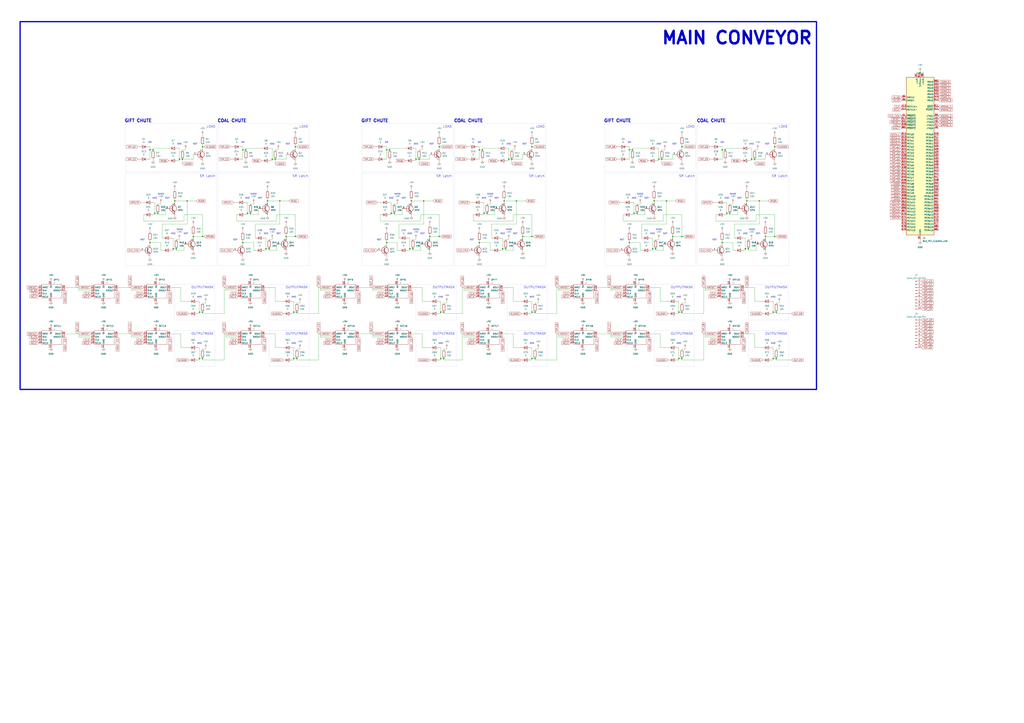
<source format=kicad_sch>
(kicad_sch (version 20250114) (generator "eeschema") (generator_version "9.0")
  (paper "A1")
  (title_block (title "Santa's Microfactory - Main Conveyor") (company "Logan Peterson"))
  (rectangle (start 179.07 101.6) (end 254 140.97) (stroke (width 0) (type dot)))
  (rectangle (start 416.56 271.78) (end 449.58 300.99) (stroke (width 0) (type dot)))
  (rectangle (start 373.38 142.24) (end 448.31 218.44) (stroke (width 0) (type dot)))
  (rectangle (start 297.18 142.24) (end 372.11 218.44) (stroke (width 0) (type dot)))
  (rectangle (start 416.56 233.68) (end 449.58 262.89) (stroke (width 0) (type dot)))
  (rectangle (start 496.57 142.24) (end 571.5 218.44) (stroke (width 0) (type dot)))
  (rectangle (start 143.51 271.78) (end 176.53 300.99) (stroke (width 0) (type dot)))
  (rectangle (start 614.68 271.78) (end 647.7 300.99) (stroke (width 0) (type dot)))
  (rectangle (start 572.77 142.24) (end 647.7 218.44) (stroke (width 0) (type dot)))
  (rectangle (start 297.18 101.6) (end 372.11 140.97) (stroke (width 0) (type dot)))
  (rectangle (start 341.63 233.68) (end 374.65 262.89) (stroke (width 0) (type dot)))
  (rectangle (start 373.38 101.6) (end 448.31 140.97) (stroke (width 0) (type dot)))
  (rectangle (start 614.68 233.68) (end 647.7 262.89) (stroke (width 0) (type dot)))
  (rectangle (start 537.21 271.78) (end 570.23 300.99) (stroke (width 0) (type dot)))
  (rectangle (start 143.51 233.68) (end 176.53 262.89) (stroke (width 0) (type dot)))
  (rectangle (start 102.87 142.24) (end 177.8 218.44) (stroke (width 0) (type dot)))
  (rectangle (start 572.77 101.6) (end 647.7 140.97) (stroke (width 0) (type dot)))
  (rectangle (start 537.21 233.68) (end 570.23 262.89) (stroke (width 0) (type dot)))
  (rectangle (start 496.57 101.6) (end 571.5 140.97) (stroke (width 0) (type dot)))
  (rectangle (start 220.98 233.68) (end 254 262.89) (stroke (width 0) (type dot)))
  (rectangle (start 179.07 142.24) (end 254 218.44) (stroke (width 0) (type dot)))
  (rectangle (start 220.98 271.78) (end 254 300.99) (stroke (width 0) (type dot)))
  (rectangle (start 102.87 101.6) (end 177.8 140.97) (stroke (width 0) (type dot)))
  (rectangle (start 341.63 271.78) (end 374.65 300.99) (stroke (width 0) (type dot)))
  (rectangle (start 16.51 17.78) (end 670.56 320.04) (stroke (width 1.016)))
  (text "OR" (at 593.09 117.094 0) (effects (font (size 1.27 1.27))))
  (text "AND" (at 163.83 282.194 0) (effects (font (size 1.27 1.27))))
  (text "NOT" (at 137.414 162.814 0) (effects (font (size 1.27 1.27))))
  (text "NAND" (at 617.474 188.722 0) (effects (font (size 1.27 1.27))))
  (text "AND" (at 417.83 118.364 0) (effects (font (size 1.27 1.27))))
  (text "NOT" (at 407.924 162.814 0) (effects (font (size 1.27 1.27))))
  (text "NOT" (at 387.604 197.104 0) (effects (font (size 1.27 1.27))))
  (text "NOT" (at 213.614 162.814 0) (effects (font (size 1.27 1.27))))
  (text "LOAD" (at 367.538 104.14 0) (effects (font (size 1.905 1.905))))
  (text "NOT" (at 331.724 162.814 0) (effects (font (size 1.27 1.27))))
  (text "AND" (at 218.44 192.024 0) (effects (font (size 1.27 1.27))))
  (text "NOT" (at 423.164 192.024 0) (effects (font (size 1.27 1.27))))
  (text "NAND" (at 223.774 188.722 0) (effects (font (size 1.27 1.27))))
  (text "NAND" (at 525.78 159.512 0) (effects (font (size 1.27 1.27))))
  (text "NOT" (at 236.474 118.364 0) (effects (font (size 1.27 1.27))))
  (text "OUTPUTMASK" (at 560.07 236.22 0) (effects (font (size 1.905 1.905))))
  (text "SR Latch" (at 246.634 144.78 0) (effects (font (size 1.905 1.905))))
  (text "OR" (at 123.19 117.094 0) (effects (font (size 1.27 1.27))))
  (text "AND" (at 612.14 192.024 0) (effects (font (size 1.27 1.27))))
  (text "AND" (at 142.24 192.024 0) (effects (font (size 1.27 1.27))))
  (text "NOT" (at 622.554 192.024 0) (effects (font (size 1.27 1.27))))
  (text "OR" (at 317.5 117.094 0) (effects (font (size 1.27 1.27))))
  (text "COAL CHUTE" (at 384.81 99.314 0) (effects (font (size 2.54 2.54) (thickness 0.508) (bold yes))))
  (text "NOT" (at 630.174 118.364 0) (effects (font (size 1.27 1.27))))
  (text "AND" (at 241.3 282.194 0) (effects (font (size 1.27 1.27))))
  (text "AND" (at 203.2 162.814 0) (effects (font (size 1.27 1.27))))
  (text "SR Latch" (at 564.134 144.78 0) (effects (font (size 1.905 1.905))))
  (text "OUTPUTMASK" (at 166.37 236.22 0) (effects (font (size 1.905 1.905))))
  (text "NOT" (at 346.964 192.024 0) (effects (font (size 1.27 1.27))))
  (text "AND" (at 163.83 244.094 0) (effects (font (size 1.27 1.27))))
  (text "NOT" (at 510.794 197.104 0) (effects (font (size 1.27 1.27))))
  (text "AND" (at 596.9 162.814 0) (effects (font (size 1.27 1.27))))
  (text "NOT" (at 311.404 197.104 0) (effects (font (size 1.27 1.27))))
  (text "NOT" (at 193.294 197.104 0) (effects (font (size 1.27 1.27))))
  (text "OUTPUTMASK" (at 439.42 236.22 0) (effects (font (size 1.905 1.905))))
  (text "OUTPUTMASK" (at 243.84 274.32 0) (effects (font (size 1.905 1.905))))
  (text "NOT" (at 546.354 192.024 0) (effects (font (size 1.27 1.27))))
  (text "NAND" (at 418.084 188.722 0) (effects (font (size 1.27 1.27))))
  (text "AND" (at 241.3 244.094 0) (effects (font (size 1.27 1.27))))
  (text "AND" (at 535.94 192.024 0) (effects (font (size 1.27 1.27))))
  (text "LOAD" (at 643.128 104.14 0) (effects (font (size 1.905 1.905))))
  (text "OUTPUTMASK" (at 364.49 236.22 0) (effects (font (size 1.905 1.905))))
  (text "NOT" (at 354.584 118.364 0) (effects (font (size 1.27 1.27))))
  (text "COAL CHUTE" (at 584.2 99.314 0) (effects (font (size 2.54 2.54) (thickness 0.508) (bold yes))))
  (text "NAND" (at 402.59 159.512 0) (effects (font (size 1.27 1.27))))
  (text "NAND" (at 208.28 159.512 0) (effects (font (size 1.27 1.27))))
  (text "NOT" (at 553.974 118.364 0) (effects (font (size 1.27 1.27))))
  (text "OUTPUTMASK" (at 637.54 236.22 0) (effects (font (size 1.905 1.905))))
  (text "AND" (at 321.31 162.814 0) (effects (font (size 1.27 1.27))))
  (text "NOT" (at 531.114 162.814 0) (effects (font (size 1.27 1.27))))
  (text "AND" (at 147.32 118.364 0) (effects (font (size 1.27 1.27))))
  (text "NAND" (at 601.98 159.512 0) (effects (font (size 1.27 1.27))))
  (text "OUTPUTMASK" (at 166.37 274.32 0) (effects (font (size 1.905 1.905))))
  (text "SR Latch" (at 170.434 144.78 0) (effects (font (size 1.905 1.905))))
  (text "OUTPUTMASK" (at 637.54 274.32 0) (effects (font (size 1.905 1.905))))
  (text "AND" (at 541.02 118.364 0) (effects (font (size 1.27 1.27))))
  (text "NOT" (at 430.784 118.364 0) (effects (font (size 1.27 1.27))))
  (text "OUTPUTMASK" (at 243.84 236.22 0) (effects (font (size 1.905 1.905))))
  (text "NOT" (at 228.854 192.024 0) (effects (font (size 1.27 1.27))))
  (text "SR Latch" (at 364.744 144.78 0) (effects (font (size 1.905 1.905))))
  (text "AND" (at 436.88 282.194 0) (effects (font (size 1.27 1.27))))
  (text "NOT" (at 152.654 192.024 0) (effects (font (size 1.27 1.27))))
  (text "NOT" (at 586.994 197.104 0) (effects (font (size 1.27 1.27))))
  (text "NOT" (at 160.274 118.364 0) (effects (font (size 1.27 1.27))))
  (text "AND" (at 361.95 244.094 0) (effects (font (size 1.27 1.27))))
  (text "AND" (at 223.52 118.364 0) (effects (font (size 1.27 1.27))))
  (text "OUTPUTMASK" (at 364.49 274.32 0) (effects (font (size 1.905 1.905))))
  (text "LOAD" (at 443.738 104.14 0) (effects (font (size 1.905 1.905))))
  (text "SR Latch" (at 440.944 144.78 0) (effects (font (size 1.905 1.905))))
  (text "LOAD" (at 173.228 104.14 0) (effects (font (size 1.905 1.905))))
  (text "LOAD" (at 566.928 104.14 0) (effects (font (size 1.905 1.905))))
  (text "SR Latch" (at 640.334 144.78 0) (effects (font (size 1.905 1.905))))
  (text "AND" (at 341.63 118.364 0) (effects (font (size 1.27 1.27))))
  (text "NAND" (at 541.274 188.722 0) (effects (font (size 1.27 1.27))))
  (text "MAIN CONVEYOR" (at 605.282 31.242 0) (effects (font (size 10.16 10.16) (thickness 2.032) (bold yes))))
  (text "AND" (at 336.55 192.024 0) (effects (font (size 1.27 1.27))))
  (text "AND" (at 635 282.194 0) (effects (font (size 1.27 1.27))))
  (text "OR" (at 393.7 117.094 0) (effects (font (size 1.27 1.27))))
  (text "LOAD" (at 249.428 104.14 0) (effects (font (size 1.905 1.905))))
  (text "AND" (at 557.53 244.094 0) (effects (font (size 1.27 1.27))))
  (text "NOT" (at 117.094 197.104 0) (effects (font (size 1.27 1.27))))
  (text "AND" (at 520.7 162.814 0) (effects (font (size 1.27 1.27))))
  (text "NAND" (at 147.574 188.722 0) (effects (font (size 1.27 1.27))))
  (text "GIFT CHUTE" (at 113.538 99.314 0) (effects (font (size 2.54 2.54) (thickness 0.508) (bold yes))))
  (text "AND" (at 412.75 192.024 0) (effects (font (size 1.27 1.27))))
  (text "AND" (at 617.22 118.364 0) (effects (font (size 1.27 1.27))))
  (text "AND" (at 635 244.094 0) (effects (font (size 1.27 1.27))))
  (text "AND" (at 127 162.814 0) (effects (font (size 1.27 1.27))))
  (text "NAND" (at 132.08 159.512 0) (effects (font (size 1.27 1.27))))
  (text "NAND" (at 326.39 159.512 0) (effects (font (size 1.27 1.27))))
  (text "OR" (at 516.89 117.094 0) (effects (font (size 1.27 1.27))))
  (text "AND" (at 397.51 162.814 0) (effects (font (size 1.27 1.27))))
  (text "AND" (at 557.53 282.194 0) (effects (font (size 1.27 1.27))))
  (text "AND" (at 361.95 282.194 0) (effects (font (size 1.27 1.27))))
  (text "GIFT CHUTE" (at 307.848 99.314 0) (effects (font (size 2.54 2.54) (thickness 0.508) (bold yes))))
  (text "NAND" (at 341.884 188.722 0) (effects (font (size 1.27 1.27))))
  (text "OR" (at 199.39 117.094 0) (effects (font (size 1.27 1.27))))
  (text "GIFT CHUTE" (at 507.238 99.314 0) (effects (font (size 2.54 2.54) (thickness 0.508) (bold yes))))
  (text "COAL CHUTE" (at 190.5 99.314 0) (effects (font (size 2.54 2.54) (thickness 0.508) (bold yes))))
  (text "OUTPUTMASK" (at 439.42 274.32 0) (effects (font (size 1.905 1.905))))
  (text "NOT" (at 607.314 162.814 0) (effects (font (size 1.27 1.27))))
  (text "AND" (at 436.88 244.094 0) (effects (font (size 1.27 1.27))))
  (text "OUTPUTMASK" (at 560.07 274.32 0) (effects (font (size 1.905 1.905))))
  (junction (at 353.06 194.31))
  (junction (at 147.32 130.81))
  (junction (at 429.26 194.31))
  (junction (at 123.19 123.19))
  (junction (at 149.86 130.81))
  (junction (at 317.5 199.39))
  (junction (at 439.42 256.54))
  (junction (at 361.95 256.54))
  (junction (at 635 294.64))
  (junction (at 543.56 130.81))
  (junction (at 523.24 175.26))
  (junction (at 516.89 199.39))
  (junction (at 412.75 204.47))
  (junction (at 400.05 175.26))
  (junction (at 599.44 175.26))
  (junction (at 203.2 175.26))
  (junction (at 436.88 294.64))
  (junction (at 619.76 130.81))
  (junction (at 612.14 204.47))
  (junction (at 323.85 175.26))
  (junction (at 242.57 120.65))
  (junction (at 637.54 256.54))
  (junction (at 560.07 194.31))
  (junction (at 321.31 175.26))
  (junction (at 347.98 165.1))
  (junction (at 360.68 120.65))
  (junction (at 393.7 123.19))
  (junction (at 520.7 175.26))
  (junction (at 127 175.26))
  (junction (at 361.95 294.64))
  (junction (at 538.48 204.47))
  (junction (at 199.39 123.19))
  (junction (at 223.52 130.81))
  (junction (at 393.7 199.39))
  (junction (at 414.02 165.1))
  (junction (at 226.06 130.81))
  (junction (at 241.3 294.64))
  (junction (at 218.44 204.47))
  (junction (at 593.09 123.19))
  (junction (at 613.41 165.1))
  (junction (at 163.83 294.64))
  (junction (at 560.07 256.54))
  (junction (at 537.21 165.1))
  (junction (at 436.88 194.31))
  (junction (at 337.82 165.1))
  (junction (at 199.39 199.39))
  (junction (at 636.27 120.65))
  (junction (at 229.87 165.1))
  (junction (at 201.93 123.19))
  (junction (at 637.54 294.64))
  (junction (at 220.98 204.47))
  (junction (at 560.07 120.65))
  (junction (at 552.45 194.31))
  (junction (at 436.88 120.65))
  (junction (at 339.09 204.47))
  (junction (at 439.42 294.64))
  (junction (at 547.37 165.1))
  (junction (at 755.65 59.69))
  (junction (at 241.3 256.54))
  (junction (at 166.37 120.65))
  (junction (at 397.51 175.26))
  (junction (at 557.53 256.54))
  (junction (at 364.49 256.54))
  (junction (at 144.78 204.47))
  (junction (at 242.57 194.31))
  (junction (at 623.57 165.1))
  (junction (at 163.83 256.54))
  (junction (at 516.89 123.19))
  (junction (at 364.49 294.64))
  (junction (at 234.95 194.31))
  (junction (at 560.07 294.64))
  (junction (at 125.73 123.19))
  (junction (at 360.68 194.31))
  (junction (at 519.43 123.19))
  (junction (at 243.84 294.64))
  (junction (at 424.18 165.1))
  (junction (at 614.68 204.47))
  (junction (at 417.83 130.81))
  (junction (at 123.19 199.39))
  (junction (at 166.37 256.54))
  (junction (at 593.09 199.39))
  (junction (at 153.67 165.1))
  (junction (at 535.94 204.47))
  (junction (at 635 256.54))
  (junction (at 344.17 130.81))
  (junction (at 129.54 175.26))
  (junction (at 158.75 194.31))
  (junction (at 166.37 294.64))
  (junction (at 420.37 130.81))
  (junction (at 243.84 256.54))
  (junction (at 617.22 130.81))
  (junction (at 336.55 204.47))
  (junction (at 636.27 194.31))
  (junction (at 628.65 194.31))
  (junction (at 320.04 123.19))
  (junction (at 541.02 130.81))
  (junction (at 557.53 294.64))
  (junction (at 219.71 165.1))
  (junction (at 166.37 194.31))
  (junction (at 595.63 123.19))
  (junction (at 341.63 130.81))
  (junction (at 396.24 123.19))
  (junction (at 415.29 204.47))
  (junction (at 436.88 256.54))
  (junction (at 143.51 165.1))
  (junction (at 596.9 175.26))
  (junction (at 317.5 123.19))
  (junction (at 205.74 175.26))
  (junction (at 142.24 204.47))
  (wire (pts (xy 637.54 287.02) (xy 640.08 287.02)))
  (wire (pts (xy 617.22 196.85) (xy 617.22 195.58)))
  (wire (pts (xy 309.88 166.37) (xy 312.42 166.37)))
  (wire (pts (xy 544.83 176.53) (xy 560.07 176.53)))
  (wire (pts (xy 533.4 274.32) (xy 542.29 274.32)))
  (wire (pts (xy 194.31 176.53) (xy 194.31 181.61)))
  (wire (pts (xy 163.83 294.64) (xy 163.83 295.91)))
  (wire (pts (xy 393.7 199.39) (xy 393.7 200.66)))
  (wire (pts (xy 242.57 133.35) (xy 242.57 132.08)))
  (wire (pts (xy 203.2 166.37) (xy 201.93 166.37)))
  (wire (pts (xy 584.2 120.65) (xy 582.93 120.65)))
  (wire (pts (xy 227.33 200.66) (xy 227.33 205.74)))
  (wire (pts (xy 166.37 294.64) (xy 166.37 295.91)))
  (wire (pts (xy 205.74 167.64) (xy 208.28 167.64)))
  (wire (pts (xy 520.7 175.26) (xy 520.7 176.53)))
  (wire (pts (xy 223.52 196.85) (xy 223.52 195.58)))
  (wire (pts (xy 552.45 130.81) (xy 552.45 127)))
  (wire (pts (xy 547.37 184.15) (xy 547.37 165.1)))
  (wire (pts (xy 337.82 163.83) (xy 337.82 165.1)))
  (wire (pts (xy 166.37 287.02) (xy 168.91 287.02)))
  (wire (pts (xy 129.54 167.64) (xy 132.08 167.64)))
  (wire (pts (xy 628.65 194.31) (xy 628.65 195.58)))
  (wire (pts (xy 436.88 110.49) (xy 436.88 111.76)))
  (wire (pts (xy 429.26 207.01) (xy 429.26 205.74)))
  (wire (pts (xy 552.45 193.04) (xy 552.45 194.31)))
  (wire (pts (xy 147.32 121.92) (xy 146.05 121.92)))
  (wire (pts (xy 344.17 130.81) (xy 344.17 134.62)))
  (wire (pts (xy 346.71 247.65) (xy 353.06 247.65)))
  (wire (pts (xy 557.53 256.54) (xy 557.53 257.81)))
  (wire (pts (xy 163.83 256.54) (xy 163.83 257.81)))
  (wire (pts (xy 388.62 181.61) (xy 421.64 181.61)))
  (wire (pts (xy 185.42 238.76) (xy 185.42 236.22)))
  (wire (pts (xy 585.47 166.37) (xy 588.01 166.37)))
  (wire (pts (xy 226.06 130.81) (xy 234.95 130.81)))
  (wire (pts (xy 246.38 248.92) (xy 246.38 247.65)))
  (wire (pts (xy 614.68 204.47) (xy 614.68 205.74)))
  (wire (pts (xy 612.14 204.47) (xy 612.14 205.74)))
  (wire (pts (xy 199.39 130.81) (xy 199.39 123.19)))
  (wire (pts (xy 619.76 236.22) (xy 619.76 247.65)))
  (wire (pts (xy 595.63 121.92) (xy 595.63 123.19)))
  (wire (pts (xy 636.27 194.31) (xy 637.54 194.31)))
  (wire (pts (xy 537.21 154.94) (xy 537.21 156.21)))
  (wire (pts (xy 543.56 123.19) (xy 546.1 123.19)))
  (wire (pts (xy 520.7 166.37) (xy 519.43 166.37)))
  (wire (pts (xy 560.07 287.02) (xy 562.61 287.02)))
  (wire (pts (xy 516.89 199.39) (xy 516.89 200.66)))
  (wire (pts (xy 436.88 120.65) (xy 438.15 120.65)))
  (wire (pts (xy 635 247.65) (xy 633.73 247.65)))
  (wire (pts (xy 208.28 167.64) (xy 208.28 166.37)))
  (wire (pts (xy 316.23 130.81) (xy 317.5 130.81)))
  (wire (pts (xy 393.7 199.39) (xy 402.59 199.39)))
  (wire (pts (xy 123.19 212.09) (xy 123.19 210.82)))
  (wire (pts (xy 577.85 257.81) (xy 577.85 236.22)))
  (wire (pts (xy 191.77 166.37) (xy 194.31 166.37)))
  (wire (pts (xy 326.39 205.74) (xy 327.66 205.74)))
  (wire (pts (xy 601.98 205.74) (xy 603.25 205.74)))
  (wire (pts (xy 151.13 200.66) (xy 151.13 205.74)))
  (wire (pts (xy 209.55 184.15) (xy 229.87 184.15)))
  (wire (pts (xy 132.08 167.64) (xy 132.08 166.37)))
  (wire (pts (xy 544.83 200.66) (xy 544.83 205.74)))
  (wire (pts (xy 241.3 285.75) (xy 241.3 294.64)))
  (wire (pts (xy 118.11 238.76) (xy 107.95 238.76)))
  (wire (pts (xy 107.95 238.76) (xy 107.95 236.22)))
  (wire (pts (xy 158.75 207.01) (xy 158.75 205.74)))
  (wire (pts (xy 420.37 123.19) (xy 422.91 123.19)))
  (wire (pts (xy 340.36 132.08) (xy 341.63 132.08)))
  (wire (pts (xy 166.37 295.91) (xy 184.15 295.91)))
  (wire (pts (xy 223.52 130.81) (xy 223.52 132.08)))
  (wire (pts (xy 613.41 163.83) (xy 613.41 165.1)))
  (wire (pts (xy 222.25 132.08) (xy 223.52 132.08)))
  (wire (pts (xy 535.94 204.47) (xy 538.48 204.47)))
  (wire (pts (xy 635 247.65) (xy 635 256.54)))
  (wire (pts (xy 135.89 176.53) (xy 129.54 176.53)))
  (wire (pts (xy 218.44 204.47) (xy 218.44 205.74)))
  (wire (pts (xy 552.45 184.15) (xy 552.45 185.42)))
  (wire (pts (xy 379.73 236.22) (xy 381 236.22)))
  (wire (pts (xy 509.27 166.37) (xy 511.81 166.37)))
  (wire (pts (xy 619.76 285.75) (xy 626.11 285.75)))
  (wire (pts (xy 393.7 198.12) (xy 393.7 199.39)))
  (wire (pts (xy 593.09 199.39) (xy 601.98 199.39)))
  (wire (pts (xy 436.88 294.64) (xy 436.88 295.91)))
  (wire (pts (xy 403.86 184.15) (xy 424.18 184.15)))
  (wire (pts (xy 360.68 119.38) (xy 360.68 120.65)))
  (wire (pts (xy 605.79 176.53) (xy 599.44 176.53)))
  (wire (pts (xy 414.02 177.8) (xy 414.02 176.53)))
  (wire (pts (xy 133.35 195.58) (xy 133.35 184.15)))
  (wire (pts (xy 151.13 205.74) (xy 144.78 205.74)))
  (wire (pts (xy 439.42 256.54) (xy 439.42 257.81)))
  (wire (pts (xy 617.22 130.81) (xy 619.76 130.81)))
  (wire (pts (xy 417.83 130.81) (xy 420.37 130.81)))
  (wire (pts (xy 391.16 238.76) (xy 381 238.76)))
  (wire (pts (xy 234.95 194.31) (xy 242.57 194.31)))
  (wire (pts (xy 243.84 257.81) (xy 261.62 257.81)))
  (wire (pts (xy 364.49 257.81) (xy 379.73 257.81)))
  (wire (pts (xy 64.77 238.76) (xy 64.77 236.22)))
  (wire (pts (xy 439.42 294.64) (xy 439.42 295.91)))
  (wire (pts (xy 199.39 198.12) (xy 199.39 199.39)))
  (wire (pts (xy 588.01 176.53) (xy 588.01 181.61)))
  (wire (pts (xy 163.83 294.64) (xy 166.37 294.64)))
  (wire (pts (xy 396.24 121.92) (xy 408.94 121.92)))
  (wire (pts (xy 146.05 132.08) (xy 147.32 132.08)))
  (wire (pts (xy 560.07 256.54) (xy 560.07 257.81)))
  (wire (pts (xy 601.98 199.39) (xy 601.98 205.74)))
  (wire (pts (xy 535.94 204.47) (xy 535.94 205.74)))
  (wire (pts (xy 317.5 212.09) (xy 317.5 210.82)))
  (wire (pts (xy 560.07 294.64) (xy 560.07 295.91)))
  (wire (pts (xy 353.06 130.81) (xy 353.06 127)))
  (wire (pts (xy 240.03 257.81) (xy 241.3 257.81)))
  (wire (pts (xy 436.88 285.75) (xy 435.61 285.75)))
  (wire (pts (xy 306.07 276.86) (xy 306.07 274.32)))
  (wire (pts (xy 621.03 200.66) (xy 621.03 205.74)))
  (wire (pts (xy 391.16 276.86) (xy 381 276.86)))
  (wire (pts (xy 542.29 236.22) (xy 542.29 247.65)))
  (wire (pts (xy 360.68 257.81) (xy 361.95 257.81)))
  (wire (pts (xy 417.83 121.92) (xy 416.56 121.92)))
  (wire (pts (xy 422.91 123.19) (xy 422.91 121.92)))
  (wire (pts (xy 412.75 274.32) (xy 421.64 274.32)))
  (wire (pts (xy 516.89 123.19) (xy 516.89 120.65)))
  (wire (pts (xy 367.03 287.02) (xy 367.03 285.75)))
  (wire (pts (xy 636.27 119.38) (xy 636.27 120.65)))
  (wire (pts (xy 628.65 184.15) (xy 628.65 185.42)))
  (wire (pts (xy 229.87 184.15) (xy 229.87 165.1)))
  (wire (pts (xy 212.09 176.53) (xy 205.74 176.53)))
  (wire (pts (xy 610.87 274.32) (xy 619.76 274.32)))
  (wire (pts (xy 317.5 130.81) (xy 317.5 123.19)))
  (wire (pts (xy 327.66 184.15) (xy 347.98 184.15)))
  (wire (pts (xy 628.65 193.04) (xy 628.65 194.31)))
  (wire (pts (xy 593.09 212.09) (xy 593.09 210.82)))
  (wire (pts (xy 529.59 171.45) (xy 529.59 176.53)))
  (wire (pts (xy 417.83 196.85) (xy 417.83 195.58)))
  (wire (pts (xy 209.55 195.58) (xy 209.55 184.15)))
  (wire (pts (xy 121.92 130.81) (xy 123.19 130.81)))
  (wire (pts (xy 523.24 167.64) (xy 525.78 167.64)))
  (wire (pts (xy 242.57 120.65) (xy 243.84 120.65)))
  (wire (pts (xy 219.71 163.83) (xy 219.71 165.1)))
  (wire (pts (xy 560.07 295.91) (xy 577.85 295.91)))
  (wire (pts (xy 542.29 247.65) (xy 548.64 247.65)))
  (wire (pts (xy 457.2 274.32) (xy 458.47 274.32)))
  (wire (pts (xy 516.89 198.12) (xy 516.89 199.39)))
  (wire (pts (xy 330.2 176.53) (xy 323.85 176.53)))
  (wire (pts (xy 429.26 194.31) (xy 429.26 195.58)))
  (wire (pts (xy 393.7 123.19) (xy 393.7 120.65)))
  (wire (pts (xy 527.05 184.15) (xy 547.37 184.15)))
  (wire (pts (xy 127 175.26) (xy 129.54 175.26)))
  (wire (pts (xy 158.75 130.81) (xy 158.75 127)))
  (wire (pts (xy 579.12 238.76) (xy 579.12 236.22)))
  (wire (pts (xy 199.39 212.09) (xy 199.39 210.82)))
  (wire (pts (xy 525.78 205.74) (xy 527.05 205.74)))
  (wire (pts (xy 560.07 248.92) (xy 562.61 248.92)))
  (wire (pts (xy 203.2 166.37) (xy 203.2 175.26)))
  (wire (pts (xy 535.94 195.58) (xy 534.67 195.58)))
  (wire (pts (xy 149.86 130.81) (xy 158.75 130.81)))
  (wire (pts (xy 436.88 176.53) (xy 436.88 194.31)))
  (wire (pts (xy 198.12 130.81) (xy 199.39 130.81)))
  (wire (pts (xy 560.07 120.65) (xy 560.07 121.92)))
  (wire (pts (xy 619.76 130.81) (xy 619.76 134.62)))
  (wire (pts (xy 217.17 236.22) (xy 226.06 236.22)))
  (wire (pts (xy 468.63 238.76) (xy 458.47 238.76)))
  (wire (pts (xy 195.58 238.76) (xy 185.42 238.76)))
  (wire (pts (xy 226.06 236.22) (xy 226.06 247.65)))
  (wire (pts (xy 414.02 163.83) (xy 414.02 165.1)))
  (wire (pts (xy 397.51 166.37) (xy 396.24 166.37)))
  (wire (pts (xy 234.95 130.81) (xy 234.95 127)))
  (wire (pts (xy 361.95 285.75) (xy 361.95 294.64)))
  (wire (pts (xy 402.59 205.74) (xy 403.86 205.74)))
  (wire (pts (xy 234.95 207.01) (xy 234.95 205.74)))
  (wire (pts (xy 610.87 236.22) (xy 619.76 236.22)))
  (wire (pts (xy 617.22 121.92) (xy 617.22 130.81)))
  (wire (pts (xy 560.07 133.35) (xy 560.07 132.08)))
  (wire (pts (xy 511.81 181.61) (xy 544.83 181.61)))
  (wire (pts (xy 242.57 119.38) (xy 242.57 120.65)))
  (wire (pts (xy 636.27 176.53) (xy 636.27 194.31)))
  (wire (pts (xy 219.71 165.1) (xy 229.87 165.1)))
  (wire (pts (xy 320.04 121.92) (xy 332.74 121.92)))
  (wire (pts (xy 217.17 205.74) (xy 218.44 205.74)))
  (wire (pts (xy 364.49 287.02) (xy 367.03 287.02)))
  (wire (pts (xy 533.4 236.22) (xy 542.29 236.22)))
  (wire (pts (xy 613.41 165.1) (xy 623.57 165.1)))
  (wire (pts (xy 243.84 287.02) (xy 246.38 287.02)))
  (wire (pts (xy 151.13 181.61) (xy 151.13 176.53)))
  (wire (pts (xy 393.7 212.09) (xy 393.7 210.82)))
  (wire (pts (xy 637.54 295.91) (xy 650.24 295.91)))
  (wire (pts (xy 360.68 110.49) (xy 360.68 111.76)))
  (wire (pts (xy 589.28 238.76) (xy 579.12 238.76)))
  (wire (pts (xy 384.81 120.65) (xy 383.54 120.65)))
  (wire (pts (xy 241.3 294.64) (xy 241.3 295.91)))
  (wire (pts (xy 617.22 130.81) (xy 617.22 132.08)))
  (wire (pts (xy 412.75 204.47) (xy 412.75 205.74)))
  (wire (pts (xy 201.93 132.08) (xy 201.93 130.81)))
  (wire (pts (xy 336.55 195.58) (xy 336.55 204.47)))
  (wire (pts (xy 439.42 248.92) (xy 441.96 248.92)))
  (wire (pts (xy 439.42 295.91) (xy 457.2 295.91)))
  (wire (pts (xy 152.4 123.19) (xy 152.4 121.92)))
  (wire (pts (xy 560.07 110.49) (xy 560.07 111.76)))
  (wire (pts (xy 519.43 132.08) (xy 519.43 130.81)))
  (wire (pts (xy 541.02 196.85) (xy 541.02 195.58)))
  (wire (pts (xy 242.57 194.31) (xy 243.84 194.31)))
  (wire (pts (xy 412.75 195.58) (xy 412.75 204.47)))
  (wire (pts (xy 218.44 195.58) (xy 217.17 195.58)))
  (wire (pts (xy 613.41 154.94) (xy 613.41 156.21)))
  (wire (pts (xy 217.17 274.32) (xy 226.06 274.32)))
  (wire (pts (xy 346.71 285.75) (xy 353.06 285.75)))
  (wire (pts (xy 162.56 295.91) (xy 163.83 295.91)))
  (wire (pts (xy 140.97 205.74) (xy 142.24 205.74)))
  (wire (pts (xy 439.42 287.02) (xy 441.96 287.02)))
  (wire (pts (xy 436.88 120.65) (xy 436.88 121.92)))
  (wire (pts (xy 163.83 247.65) (xy 163.83 256.54)))
  (wire (pts (xy 599.44 167.64) (xy 601.98 167.64)))
  (wire (pts (xy 184.15 295.91) (xy 184.15 274.32)))
  (wire (pts (xy 153.67 165.1) (xy 161.29 165.1)))
  (wire (pts (xy 226.06 274.32) (xy 226.06 285.75)))
  (wire (pts (xy 166.37 120.65) (xy 167.64 120.65)))
  (wire (pts (xy 327.66 195.58) (xy 327.66 184.15)))
  (wire (pts (xy 220.98 196.85) (xy 223.52 196.85)))
  (wire (pts (xy 633.73 295.91) (xy 635 295.91)))
  (wire (pts (xy 393.7 120.65) (xy 392.43 120.65)))
  (wire (pts (xy 388.62 176.53) (xy 388.62 181.61)))
  (wire (pts (xy 584.2 130.81) (xy 582.93 130.81)))
  (wire (pts (xy 347.98 184.15) (xy 347.98 165.1)))
  (wire (pts (xy 615.95 132.08) (xy 617.22 132.08)))
  (wire (pts (xy 261.62 236.22) (xy 262.89 236.22)))
  (wire (pts (xy 190.5 130.81) (xy 189.23 130.81)))
  (wire (pts (xy 621.03 181.61) (xy 621.03 176.53)))
  (wire (pts (xy 755.65 58.42) (xy 755.65 59.69)))
  (wire (pts (xy 53.34 274.32) (xy 64.77 274.32)))
  (wire (pts (xy 637.54 256.54) (xy 637.54 257.81)))
  (wire (pts (xy 142.24 204.47) (xy 144.78 204.47)))
  (wire (pts (xy 593.09 130.81) (xy 593.09 123.19)))
  (wire (pts (xy 223.52 130.81) (xy 226.06 130.81)))
  (wire (pts (xy 337.82 236.22) (xy 346.71 236.22)))
  (wire (pts (xy 219.71 177.8) (xy 219.71 176.53)))
  (wire (pts (xy 364.49 248.92) (xy 367.03 248.92)))
  (wire (pts (xy 262.89 238.76) (xy 262.89 236.22)))
  (wire (pts (xy 220.98 204.47) (xy 220.98 205.74)))
  (wire (pts (xy 544.83 205.74) (xy 538.48 205.74)))
  (wire (pts (xy 149.86 130.81) (xy 149.86 134.62)))
  (wire (pts (xy 199.39 123.19) (xy 199.39 120.65)))
  (wire (pts (xy 458.47 238.76) (xy 458.47 236.22)))
  (wire (pts (xy 400.05 167.64) (xy 402.59 167.64)))
  (wire (pts (xy 353.06 184.15) (xy 353.06 185.42)))
  (wire (pts (xy 229.87 165.1) (xy 237.49 165.1)))
  (wire (pts (xy 511.81 276.86) (xy 501.65 276.86)))
  (wire (pts (xy 577.85 295.91) (xy 577.85 274.32)))
  (wire (pts (xy 520.7 175.26) (xy 523.24 175.26)))
  (wire (pts (xy 539.75 132.08) (xy 541.02 132.08)))
  (wire (pts (xy 123.19 120.65) (xy 121.92 120.65)))
  (wire (pts (xy 417.83 130.81) (xy 417.83 132.08)))
  (wire (pts (xy 593.09 123.19) (xy 595.63 123.19)))
  (wire (pts (xy 147.32 121.92) (xy 147.32 130.81)))
  (wire (pts (xy 360.68 120.65) (xy 361.95 120.65)))
  (wire (pts (xy 393.7 123.19) (xy 396.24 123.19)))
  (wire (pts (xy 386.08 166.37) (xy 388.62 166.37)))
  (wire (pts (xy 429.26 193.04) (xy 429.26 194.31)))
  (wire (pts (xy 361.95 247.65) (xy 361.95 256.54)))
  (wire (pts (xy 347.98 165.1) (xy 355.6 165.1)))
  (wire (pts (xy 330.2 171.45) (xy 330.2 176.53)))
  (wire (pts (xy 203.2 175.26) (xy 205.74 175.26)))
  (wire (pts (xy 118.11 276.86) (xy 107.95 276.86)))
  (wire (pts (xy 158.75 184.15) (xy 158.75 185.42)))
  (wire (pts (xy 163.83 256.54) (xy 166.37 256.54)))
  (wire (pts (xy 74.93 238.76) (xy 64.77 238.76)))
  (wire (pts (xy 360.68 176.53) (xy 360.68 194.31)))
  (wire (pts (xy 346.71 274.32) (xy 346.71 285.75)))
  (wire (pts (xy 127 175.26) (xy 127 176.53)))
  (wire (pts (xy 361.95 256.54) (xy 364.49 256.54)))
  (wire (pts (xy 320.04 132.08) (xy 320.04 130.81)))
  (wire (pts (xy 381 276.86) (xy 381 274.32)))
  (wire (pts (xy 577.85 236.22) (xy 579.12 236.22)))
  (wire (pts (xy 190.5 120.65) (xy 189.23 120.65)))
  (wire (pts (xy 421.64 181.61) (xy 421.64 176.53)))
  (wire (pts (xy 166.37 133.35) (xy 166.37 132.08)))
  (wire (pts (xy 195.58 276.86) (xy 185.42 276.86)))
  (wire (pts (xy 537.21 165.1) (xy 547.37 165.1)))
  (wire (pts (xy 317.5 198.12) (xy 317.5 199.39)))
  (wire (pts (xy 361.95 285.75) (xy 360.68 285.75)))
  (wire (pts (xy 542.29 274.32) (xy 542.29 285.75)))
  (wire (pts (xy 547.37 165.1) (xy 554.99 165.1)))
  (wire (pts (xy 223.52 121.92) (xy 223.52 130.81)))
  (wire (pts (xy 143.51 154.94) (xy 143.51 156.21)))
  (wire (pts (xy 135.89 171.45) (xy 135.89 176.53)))
  (wire (pts (xy 595.63 121.92) (xy 608.33 121.92)))
  (wire (pts (xy 241.3 247.65) (xy 241.3 256.54)))
  (wire (pts (xy 132.08 199.39) (xy 132.08 205.74)))
  (wire (pts (xy 227.33 205.74) (xy 220.98 205.74)))
  (wire (pts (xy 123.19 198.12) (xy 123.19 199.39)))
  (wire (pts (xy 603.25 184.15) (xy 623.57 184.15)))
  (wire (pts (xy 577.85 274.32) (xy 579.12 274.32)))
  (wire (pts (xy 364.49 256.54) (xy 364.49 257.81)))
  (wire (pts (xy 414.02 165.1) (xy 414.02 166.37)))
  (wire (pts (xy 163.83 285.75) (xy 162.56 285.75)))
  (wire (pts (xy 562.61 248.92) (xy 562.61 247.65)))
  (wire (pts (xy 344.17 123.19) (xy 346.71 123.19)))
  (wire (pts (xy 353.06 194.31) (xy 353.06 195.58)))
  (wire (pts (xy 381 238.76) (xy 381 236.22)))
  (wire (pts (xy 613.41 177.8) (xy 613.41 176.53)))
  (wire (pts (xy 341.63 196.85) (xy 341.63 195.58)))
  (wire (pts (xy 341.63 121.92) (xy 340.36 121.92)))
  (wire (pts (xy 411.48 205.74) (xy 412.75 205.74)))
  (wire (pts (xy 321.31 175.26) (xy 321.31 176.53)))
  (wire (pts (xy 364.49 295.91) (xy 379.73 295.91)))
  (wire (pts (xy 579.12 276.86) (xy 579.12 274.32)))
  (wire (pts (xy 339.09 196.85) (xy 341.63 196.85)))
  (wire (pts (xy 123.19 123.19) (xy 125.73 123.19)))
  (wire (pts (xy 360.68 295.91) (xy 361.95 295.91)))
  (wire (pts (xy 543.56 130.81) (xy 543.56 134.62)))
  (wire (pts (xy 201.93 176.53) (xy 203.2 176.53)))
  (wire (pts (xy 379.73 295.91) (xy 379.73 274.32)))
  (wire (pts (xy 166.37 110.49) (xy 166.37 111.76)))
  (wire (pts (xy 367.03 248.92) (xy 367.03 247.65)))
  (wire (pts (xy 628.65 130.81) (xy 628.65 127)))
  (wire (pts (xy 308.61 120.65) (xy 307.34 120.65)))
  (wire (pts (xy 125.73 121.92) (xy 138.43 121.92)))
  (wire (pts (xy 353.06 194.31) (xy 360.68 194.31)))
  (wire (pts (xy 218.44 204.47) (xy 220.98 204.47)))
  (wire (pts (xy 142.24 195.58) (xy 140.97 195.58)))
  (wire (pts (xy 560.07 194.31) (xy 561.34 194.31)))
  (wire (pts (xy 364.49 294.64) (xy 364.49 295.91)))
  (wire (pts (xy 525.78 199.39) (xy 525.78 205.74)))
  (wire (pts (xy 341.63 121.92) (xy 341.63 130.81)))
  (wire (pts (xy 246.38 287.02) (xy 246.38 285.75)))
  (wire (pts (xy 619.76 130.81) (xy 628.65 130.81)))
  (wire (pts (xy 226.06 123.19) (xy 228.6 123.19)))
  (wire (pts (xy 273.05 238.76) (xy 262.89 238.76)))
  (wire (pts (xy 436.88 247.65) (xy 436.88 256.54)))
  (wire (pts (xy 593.09 189.23) (xy 593.09 190.5)))
  (wire (pts (xy 535.94 195.58) (xy 535.94 204.47)))
  (wire (pts (xy 316.23 238.76) (xy 306.07 238.76)))
  (wire (pts (xy 158.75 194.31) (xy 158.75 195.58)))
  (wire (pts (xy 400.05 175.26) (xy 400.05 176.53)))
  (wire (pts (xy 519.43 121.92) (xy 532.13 121.92)))
  (wire (pts (xy 226.06 247.65) (xy 232.41 247.65)))
  (wire (pts (xy 243.84 256.54) (xy 243.84 257.81)))
  (wire (pts (xy 635 294.64) (xy 635 295.91)))
  (wire (pts (xy 125.73 121.92) (xy 125.73 123.19)))
  (wire (pts (xy 546.1 123.19) (xy 546.1 121.92)))
  (wire (pts (xy 317.5 199.39) (xy 317.5 200.66)))
  (wire (pts (xy 755.65 59.69) (xy 753.11 59.69)))
  (wire (pts (xy 123.19 189.23) (xy 123.19 190.5)))
  (wire (pts (xy 345.44 176.53) (xy 360.68 176.53)))
  (wire (pts (xy 166.37 248.92) (xy 168.91 248.92)))
  (wire (pts (xy 468.63 276.86) (xy 458.47 276.86)))
  (wire (pts (xy 345.44 200.66) (xy 345.44 205.74)))
  (wire (pts (xy 436.88 285.75) (xy 436.88 294.64)))
  (wire (pts (xy 201.93 121.92) (xy 214.63 121.92)))
  (wire (pts (xy 436.88 256.54) (xy 436.88 257.81)))
  (wire (pts (xy 402.59 167.64) (xy 402.59 166.37)))
  (wire (pts (xy 421.64 274.32) (xy 421.64 285.75)))
  (wire (pts (xy 337.82 154.94) (xy 337.82 156.21)))
  (wire (pts (xy 337.82 274.32) (xy 346.71 274.32)))
  (wire (pts (xy 243.84 248.92) (xy 246.38 248.92)))
  (wire (pts (xy 593.09 199.39) (xy 593.09 200.66)))
  (wire (pts (xy 396.24 121.92) (xy 396.24 123.19)))
  (wire (pts (xy 143.51 165.1) (xy 143.51 166.37)))
  (wire (pts (xy 227.33 176.53) (xy 242.57 176.53)))
  (wire (pts (xy 317.5 123.19) (xy 320.04 123.19)))
  (wire (pts (xy 148.59 285.75) (xy 154.94 285.75)))
  (wire (pts (xy 541.02 130.81) (xy 541.02 132.08)))
  (wire (pts (xy 74.93 276.86) (xy 64.77 276.86)))
  (wire (pts (xy 501.65 238.76) (xy 501.65 236.22)))
  (wire (pts (xy 511.81 176.53) (xy 511.81 181.61)))
  (wire (pts (xy 436.88 256.54) (xy 439.42 256.54)))
  (wire (pts (xy 508 130.81) (xy 506.73 130.81)))
  (wire (pts (xy 637.54 257.81) (xy 650.24 257.81)))
  (wire (pts (xy 599.44 175.26) (xy 599.44 176.53)))
  (wire (pts (xy 344.17 130.81) (xy 353.06 130.81)))
  (wire (pts (xy 335.28 205.74) (xy 336.55 205.74)))
  (wire (pts (xy 490.22 236.22) (xy 501.65 236.22)))
  (wire (pts (xy 562.61 287.02) (xy 562.61 285.75)))
  (wire (pts (xy 317.5 199.39) (xy 326.39 199.39)))
  (wire (pts (xy 636.27 133.35) (xy 636.27 132.08)))
  (wire (pts (xy 429.26 184.15) (xy 429.26 185.42)))
  (wire (pts (xy 525.78 167.64) (xy 525.78 166.37)))
  (wire (pts (xy 635 285.75) (xy 633.73 285.75)))
  (wire (pts (xy 441.96 287.02) (xy 441.96 285.75)))
  (wire (pts (xy 529.59 176.53) (xy 523.24 176.53)))
  (wire (pts (xy 353.06 193.04) (xy 353.06 194.31)))
  (wire (pts (xy 636.27 120.65) (xy 637.54 120.65)))
  (wire (pts (xy 601.98 167.64) (xy 601.98 166.37)))
  (wire (pts (xy 552.45 207.01) (xy 552.45 205.74)))
  (wire (pts (xy 127 166.37) (xy 127 175.26)))
  (wire (pts (xy 519.43 176.53) (xy 520.7 176.53)))
  (wire (pts (xy 595.63 132.08) (xy 595.63 130.81)))
  (wire (pts (xy 420.37 130.81) (xy 429.26 130.81)))
  (wire (pts (xy 107.95 276.86) (xy 107.95 274.32)))
  (wire (pts (xy 294.64 236.22) (xy 306.07 236.22)))
  (wire (pts (xy 397.51 175.26) (xy 400.05 175.26)))
  (wire (pts (xy 560.07 120.65) (xy 561.34 120.65)))
  (wire (pts (xy 321.31 175.26) (xy 323.85 175.26)))
  (wire (pts (xy 166.37 176.53) (xy 166.37 194.31)))
  (wire (pts (xy 421.64 205.74) (xy 415.29 205.74)))
  (wire (pts (xy 541.02 121.92) (xy 539.75 121.92)))
  (wire (pts (xy 320.04 176.53) (xy 321.31 176.53)))
  (wire (pts (xy 114.3 120.65) (xy 113.03 120.65)))
  (wire (pts (xy 612.14 195.58) (xy 612.14 204.47)))
  (wire (pts (xy 458.47 276.86) (xy 458.47 274.32)))
  (wire (pts (xy 637.54 294.64) (xy 637.54 295.91)))
  (wire (pts (xy 457.2 236.22) (xy 458.47 236.22)))
  (wire (pts (xy 361.95 294.64) (xy 361.95 295.91)))
  (wire (pts (xy 243.84 295.91) (xy 261.62 295.91)))
  (wire (pts (xy 199.39 120.65) (xy 198.12 120.65)))
  (wire (pts (xy 603.25 195.58) (xy 603.25 184.15)))
  (wire (pts (xy 336.55 204.47) (xy 339.09 204.47)))
  (wire (pts (xy 162.56 257.81) (xy 163.83 257.81)))
  (wire (pts (xy 637.54 248.92) (xy 640.08 248.92)))
  (wire (pts (xy 132.08 205.74) (xy 133.35 205.74)))
  (wire (pts (xy 544.83 181.61) (xy 544.83 176.53)))
  (wire (pts (xy 96.52 236.22) (xy 107.95 236.22)))
  (wire (pts (xy 143.51 165.1) (xy 153.67 165.1)))
  (wire (pts (xy 511.81 238.76) (xy 501.65 238.76)))
  (wire (pts (xy 416.56 132.08) (xy 417.83 132.08)))
  (wire (pts (xy 205.74 175.26) (xy 205.74 176.53)))
  (wire (pts (xy 337.82 165.1) (xy 347.98 165.1)))
  (wire (pts (xy 139.7 274.32) (xy 148.59 274.32)))
  (wire (pts (xy 414.02 165.1) (xy 424.18 165.1)))
  (wire (pts (xy 552.45 194.31) (xy 560.07 194.31)))
  (wire (pts (xy 199.39 199.39) (xy 199.39 200.66)))
  (wire (pts (xy 123.19 130.81) (xy 123.19 123.19)))
  (wire (pts (xy 516.89 130.81) (xy 516.89 123.19)))
  (wire (pts (xy 321.31 166.37) (xy 320.04 166.37)))
  (wire (pts (xy 623.57 165.1) (xy 631.19 165.1)))
  (wire (pts (xy 228.6 123.19) (xy 228.6 121.92)))
  (wire (pts (xy 337.82 177.8) (xy 337.82 176.53)))
  (wire (pts (xy 557.53 247.65) (xy 556.26 247.65)))
  (wire (pts (xy 402.59 199.39) (xy 402.59 205.74)))
  (wire (pts (xy 556.26 257.81) (xy 557.53 257.81)))
  (wire (pts (xy 542.29 285.75) (xy 548.64 285.75)))
  (wire (pts (xy 242.57 120.65) (xy 242.57 121.92)))
  (wire (pts (xy 148.59 247.65) (xy 154.94 247.65)))
  (wire (pts (xy 393.7 189.23) (xy 393.7 190.5)))
  (wire (pts (xy 619.76 123.19) (xy 622.3 123.19)))
  (wire (pts (xy 361.95 256.54) (xy 361.95 257.81)))
  (wire (pts (xy 421.64 176.53) (xy 436.88 176.53)))
  (wire (pts (xy 208.28 205.74) (xy 209.55 205.74)))
  (wire (pts (xy 621.03 205.74) (xy 614.68 205.74)))
  (wire (pts (xy 636.27 120.65) (xy 636.27 121.92)))
  (wire (pts (xy 208.28 199.39) (xy 208.28 205.74)))
  (wire (pts (xy 184.15 236.22) (xy 185.42 236.22)))
  (wire (pts (xy 596.9 175.26) (xy 596.9 176.53)))
  (wire (pts (xy 516.89 120.65) (xy 515.62 120.65)))
  (wire (pts (xy 520.7 166.37) (xy 520.7 175.26)))
  (wire (pts (xy 392.43 130.81) (xy 393.7 130.81)))
  (wire (pts (xy 537.21 177.8) (xy 537.21 176.53)))
  (wire (pts (xy 619.76 247.65) (xy 626.11 247.65)))
  (wire (pts (xy 614.68 196.85) (xy 617.22 196.85)))
  (wire (pts (xy 591.82 130.81) (xy 593.09 130.81)))
  (wire (pts (xy 226.06 130.81) (xy 226.06 134.62)))
  (wire (pts (xy 166.37 120.65) (xy 166.37 121.92)))
  (wire (pts (xy 534.67 205.74) (xy 535.94 205.74)))
  (wire (pts (xy 336.55 204.47) (xy 336.55 205.74)))
  (wire (pts (xy 203.2 175.26) (xy 203.2 176.53)))
  (wire (pts (xy 552.45 194.31) (xy 552.45 195.58)))
  (wire (pts (xy 199.39 123.19) (xy 201.93 123.19)))
  (wire (pts (xy 168.91 248.92) (xy 168.91 247.65)))
  (wire (pts (xy 420.37 130.81) (xy 420.37 134.62)))
  (wire (pts (xy 516.89 123.19) (xy 519.43 123.19)))
  (wire (pts (xy 223.52 121.92) (xy 222.25 121.92)))
  (wire (pts (xy 125.73 176.53) (xy 127 176.53)))
  (wire (pts (xy 412.75 195.58) (xy 411.48 195.58)))
  (wire (pts (xy 142.24 204.47) (xy 142.24 205.74)))
  (wire (pts (xy 341.63 130.81) (xy 344.17 130.81)))
  (wire (pts (xy 64.77 276.86) (xy 64.77 274.32)))
  (wire (pts (xy 148.59 274.32) (xy 148.59 285.75)))
  (wire (pts (xy 241.3 285.75) (xy 240.03 285.75)))
  (wire (pts (xy 227.33 181.61) (xy 227.33 176.53)))
  (wire (pts (xy 560.07 176.53) (xy 560.07 194.31)))
  (wire (pts (xy 261.62 257.81) (xy 261.62 236.22)))
  (wire (pts (xy 184.15 274.32) (xy 185.42 274.32)))
  (wire (pts (xy 234.95 184.15) (xy 234.95 185.42)))
  (wire (pts (xy 612.14 195.58) (xy 610.87 195.58)))
  (wire (pts (xy 317.5 120.65) (xy 316.23 120.65)))
  (wire (pts (xy 379.73 274.32) (xy 381 274.32)))
  (wire (pts (xy 241.3 247.65) (xy 240.03 247.65)))
  (wire (pts (xy 424.18 184.15) (xy 424.18 165.1)))
  (wire (pts (xy 589.28 276.86) (xy 579.12 276.86)))
  (wire (pts (xy 622.3 123.19) (xy 622.3 121.92)))
  (wire (pts (xy 414.02 154.94) (xy 414.02 156.21)))
  (wire (pts (xy 123.19 199.39) (xy 132.08 199.39)))
  (wire (pts (xy 346.71 123.19) (xy 346.71 121.92)))
  (wire (pts (xy 403.86 195.58) (xy 403.86 184.15)))
  (wire (pts (xy 755.65 59.69) (xy 758.19 59.69)))
  (wire (pts (xy 151.13 176.53) (xy 166.37 176.53)))
  (wire (pts (xy 262.89 276.86) (xy 262.89 274.32)))
  (wire (pts (xy 560.07 119.38) (xy 560.07 120.65)))
  (wire (pts (xy 415.29 196.85) (xy 417.83 196.85)))
  (wire (pts (xy 421.64 247.65) (xy 427.99 247.65)))
  (wire (pts (xy 168.91 287.02) (xy 168.91 285.75)))
  (wire (pts (xy 436.88 119.38) (xy 436.88 120.65)))
  (wire (pts (xy 336.55 195.58) (xy 335.28 195.58)))
  (wire (pts (xy 605.79 171.45) (xy 605.79 176.53)))
  (wire (pts (xy 593.09 198.12) (xy 593.09 199.39)))
  (wire (pts (xy 435.61 295.91) (xy 436.88 295.91)))
  (wire (pts (xy 596.9 175.26) (xy 599.44 175.26)))
  (wire (pts (xy 326.39 199.39) (xy 326.39 205.74)))
  (wire (pts (xy 316.23 276.86) (xy 306.07 276.86)))
  (wire (pts (xy 421.64 200.66) (xy 421.64 205.74)))
  (wire (pts (xy 147.32 130.81) (xy 147.32 132.08)))
  (wire (pts (xy 201.93 121.92) (xy 201.93 123.19)))
  (wire (pts (xy 241.3 294.64) (xy 243.84 294.64)))
  (wire (pts (xy 406.4 171.45) (xy 406.4 176.53)))
  (wire (pts (xy 541.02 130.81) (xy 543.56 130.81)))
  (wire (pts (xy 635 294.64) (xy 637.54 294.64)))
  (wire (pts (xy 143.51 177.8) (xy 143.51 176.53)))
  (wire (pts (xy 125.73 132.08) (xy 125.73 130.81)))
  (wire (pts (xy 149.86 123.19) (xy 152.4 123.19)))
  (wire (pts (xy 308.61 130.81) (xy 307.34 130.81)))
  (wire (pts (xy 557.53 285.75) (xy 557.53 294.64)))
  (wire (pts (xy 219.71 154.94) (xy 219.71 156.21)))
  (wire (pts (xy 218.44 195.58) (xy 218.44 204.47)))
  (wire (pts (xy 226.06 285.75) (xy 232.41 285.75)))
  (wire (pts (xy 243.84 294.64) (xy 243.84 295.91)))
  (wire (pts (xy 543.56 130.81) (xy 552.45 130.81)))
  (wire (pts (xy 610.87 205.74) (xy 612.14 205.74)))
  (wire (pts (xy 560.07 257.81) (xy 577.85 257.81)))
  (wire (pts (xy 345.44 181.61) (xy 345.44 176.53)))
  (wire (pts (xy 317.5 123.19) (xy 317.5 120.65)))
  (wire (pts (xy 415.29 204.47) (xy 415.29 205.74)))
  (wire (pts (xy 557.53 294.64) (xy 560.07 294.64)))
  (wire (pts (xy 633.73 257.81) (xy 635 257.81)))
  (wire (pts (xy 515.62 130.81) (xy 516.89 130.81)))
  (wire (pts (xy 242.57 176.53) (xy 242.57 194.31)))
  (wire (pts (xy 556.26 295.91) (xy 557.53 295.91)))
  (wire (pts (xy 166.37 257.81) (xy 184.15 257.81)))
  (wire (pts (xy 424.18 165.1) (xy 431.8 165.1)))
  (wire (pts (xy 219.71 165.1) (xy 219.71 166.37)))
  (wire (pts (xy 153.67 184.15) (xy 153.67 165.1)))
  (wire (pts (xy 640.08 287.02) (xy 640.08 285.75)))
  (wire (pts (xy 360.68 194.31) (xy 361.95 194.31)))
  (wire (pts (xy 346.71 236.22) (xy 346.71 247.65)))
  (wire (pts (xy 312.42 181.61) (xy 345.44 181.61)))
  (wire (pts (xy 139.7 236.22) (xy 148.59 236.22)))
  (wire (pts (xy 320.04 121.92) (xy 320.04 123.19)))
  (wire (pts (xy 306.07 238.76) (xy 306.07 236.22)))
  (wire (pts (xy 242.57 110.49) (xy 242.57 111.76)))
  (wire (pts (xy 628.65 207.01) (xy 628.65 205.74)))
  (wire (pts (xy 429.26 194.31) (xy 436.88 194.31)))
  (wire (pts (xy 436.88 133.35) (xy 436.88 132.08)))
  (wire (pts (xy 133.35 184.15) (xy 153.67 184.15)))
  (wire (pts (xy 501.65 276.86) (xy 501.65 274.32)))
  (wire (pts (xy 129.54 175.26) (xy 129.54 176.53)))
  (wire (pts (xy 557.53 256.54) (xy 560.07 256.54)))
  (wire (pts (xy 127 166.37) (xy 125.73 166.37)))
  (wire (pts (xy 596.9 166.37) (xy 595.63 166.37)))
  (wire (pts (xy 628.65 194.31) (xy 636.27 194.31)))
  (wire (pts (xy 158.75 193.04) (xy 158.75 194.31)))
  (wire (pts (xy 421.64 285.75) (xy 427.99 285.75)))
  (wire (pts (xy 148.59 236.22) (xy 148.59 247.65)))
  (wire (pts (xy 166.37 256.54) (xy 166.37 257.81)))
  (wire (pts (xy 241.3 256.54) (xy 243.84 256.54)))
  (wire (pts (xy 118.11 176.53) (xy 118.11 181.61)))
  (wire (pts (xy 326.39 167.64) (xy 326.39 166.37)))
  (wire (pts (xy 417.83 121.92) (xy 417.83 130.81)))
  (wire (pts (xy 538.48 204.47) (xy 538.48 205.74)))
  (wire (pts (xy 421.64 236.22) (xy 421.64 247.65)))
  (wire (pts (xy 360.68 120.65) (xy 360.68 121.92)))
  (wire (pts (xy 519.43 121.92) (xy 519.43 123.19)))
  (wire (pts (xy 361.95 294.64) (xy 364.49 294.64)))
  (wire (pts (xy 199.39 199.39) (xy 208.28 199.39)))
  (wire (pts (xy 527.05 195.58) (xy 527.05 184.15)))
  (wire (pts (xy 261.62 295.91) (xy 261.62 274.32)))
  (wire (pts (xy 640.08 248.92) (xy 640.08 247.65)))
  (wire (pts (xy 163.83 247.65) (xy 162.56 247.65)))
  (wire (pts (xy 596.9 166.37) (xy 596.9 175.26)))
  (wire (pts (xy 516.89 189.23) (xy 516.89 190.5)))
  (wire (pts (xy 143.51 163.83) (xy 143.51 165.1)))
  (wire (pts (xy 436.88 294.64) (xy 439.42 294.64)))
  (wire (pts (xy 261.62 274.32) (xy 262.89 274.32)))
  (wire (pts (xy 429.26 130.81) (xy 429.26 127)))
  (wire (pts (xy 623.57 184.15) (xy 623.57 165.1)))
  (wire (pts (xy 337.82 165.1) (xy 337.82 166.37)))
  (wire (pts (xy 123.19 199.39) (xy 123.19 200.66)))
  (wire (pts (xy 114.3 130.81) (xy 113.03 130.81)))
  (wire (pts (xy 406.4 176.53) (xy 400.05 176.53)))
  (wire (pts (xy 379.73 257.81) (xy 379.73 236.22)))
  (wire (pts (xy 353.06 207.01) (xy 353.06 205.74)))
  (wire (pts (xy 595.63 176.53) (xy 596.9 176.53)))
  (wire (pts (xy 321.31 166.37) (xy 321.31 175.26)))
  (wire (pts (xy 339.09 204.47) (xy 339.09 205.74)))
  (wire (pts (xy 341.63 130.81) (xy 341.63 132.08)))
  (wire (pts (xy 508 120.65) (xy 506.73 120.65)))
  (wire (pts (xy 490.22 274.32) (xy 501.65 274.32)))
  (wire (pts (xy 636.27 110.49) (xy 636.27 111.76)))
  (wire (pts (xy 755.65 198.12) (xy 755.65 196.85)))
  (wire (pts (xy 294.64 274.32) (xy 306.07 274.32)))
  (wire (pts (xy 457.2 257.81) (xy 457.2 236.22)))
  (wire (pts (xy 541.02 121.92) (xy 541.02 130.81)))
  (wire (pts (xy 412.75 236.22) (xy 421.64 236.22)))
  (wire (pts (xy 185.42 276.86) (xy 185.42 274.32)))
  (wire (pts (xy 158.75 194.31) (xy 166.37 194.31)))
  (wire (pts (xy 234.95 193.04) (xy 234.95 194.31)))
  (wire (pts (xy 53.34 236.22) (xy 64.77 236.22)))
  (wire (pts (xy 635 256.54) (xy 637.54 256.54)))
  (wire (pts (xy 396.24 176.53) (xy 397.51 176.53)))
  (wire (pts (xy 635 285.75) (xy 635 294.64)))
  (wire (pts (xy 523.24 175.26) (xy 523.24 176.53)))
  (wire (pts (xy 147.32 130.81) (xy 149.86 130.81)))
  (wire (pts (xy 457.2 295.91) (xy 457.2 274.32)))
  (wire (pts (xy 621.03 176.53) (xy 636.27 176.53)))
  (wire (pts (xy 166.37 194.31) (xy 167.64 194.31)))
  (wire (pts (xy 147.32 196.85) (xy 147.32 195.58)))
  (wire (pts (xy 619.76 274.32) (xy 619.76 285.75)))
  (wire (pts (xy 635 256.54) (xy 635 257.81)))
  (wire (pts (xy 393.7 130.81) (xy 393.7 123.19)))
  (wire (pts (xy 240.03 295.91) (xy 241.3 295.91)))
  (wire (pts (xy 397.51 166.37) (xy 397.51 175.26)))
  (wire (pts (xy 323.85 175.26) (xy 323.85 176.53)))
  (wire (pts (xy 557.53 247.65) (xy 557.53 256.54)))
  (wire (pts (xy 118.11 181.61) (xy 151.13 181.61)))
  (wire (pts (xy 199.39 189.23) (xy 199.39 190.5)))
  (wire (pts (xy 557.53 285.75) (xy 556.26 285.75)))
  (wire (pts (xy 317.5 189.23) (xy 317.5 190.5)))
  (wire (pts (xy 396.24 132.08) (xy 396.24 130.81)))
  (wire (pts (xy 234.95 194.31) (xy 234.95 195.58)))
  (wire (pts (xy 557.53 294.64) (xy 557.53 295.91)))
  (wire (pts (xy 115.57 166.37) (xy 118.11 166.37)))
  (wire (pts (xy 273.05 276.86) (xy 262.89 276.86)))
  (wire (pts (xy 537.21 165.1) (xy 537.21 166.37)))
  (wire (pts (xy 617.22 121.92) (xy 615.95 121.92)))
  (wire (pts (xy 144.78 204.47) (xy 144.78 205.74)))
  (wire (pts (xy 593.09 120.65) (xy 591.82 120.65)))
  (wire (pts (xy 361.95 247.65) (xy 360.68 247.65)))
  (wire (pts (xy 588.01 181.61) (xy 621.03 181.61)))
  (wire (pts (xy 593.09 123.19) (xy 593.09 120.65)))
  (wire (pts (xy 163.83 285.75) (xy 163.83 294.64)))
  (wire (pts (xy 439.42 257.81) (xy 457.2 257.81)))
  (wire (pts (xy 397.51 175.26) (xy 397.51 176.53)))
  (wire (pts (xy 96.52 274.32) (xy 107.95 274.32)))
  (wire (pts (xy 516.89 199.39) (xy 525.78 199.39)))
  (wire (pts (xy 323.85 167.64) (xy 326.39 167.64)))
  (wire (pts (xy 312.42 176.53) (xy 312.42 181.61)))
  (wire (pts (xy 241.3 256.54) (xy 241.3 257.81)))
  (wire (pts (xy 184.15 257.81) (xy 184.15 236.22)))
  (wire (pts (xy 613.41 165.1) (xy 613.41 166.37)))
  (wire (pts (xy 360.68 133.35) (xy 360.68 132.08)))
  (wire (pts (xy 212.09 171.45) (xy 212.09 176.53)))
  (wire (pts (xy 538.48 196.85) (xy 541.02 196.85)))
  (wire (pts (xy 194.31 181.61) (xy 227.33 181.61)))
  (wire (pts (xy 435.61 257.81) (xy 436.88 257.81)))
  (wire (pts (xy 166.37 119.38) (xy 166.37 120.65)))
  (wire (pts (xy 612.14 204.47) (xy 614.68 204.47)))
  (wire (pts (xy 436.88 247.65) (xy 435.61 247.65)))
  (wire (pts (xy 144.78 196.85) (xy 147.32 196.85)))
  (wire (pts (xy 412.75 204.47) (xy 415.29 204.47)))
  (wire (pts (xy 516.89 212.09) (xy 516.89 210.82)))
  (wire (pts (xy 142.24 195.58) (xy 142.24 204.47)))
  (wire (pts (xy 441.96 248.92) (xy 441.96 247.65)))
  (wire (pts (xy 436.88 194.31) (xy 438.15 194.31)))
  (wire (pts (xy 537.21 163.83) (xy 537.21 165.1)))
  (wire (pts (xy 123.19 123.19) (xy 123.19 120.65)))
  (wire (pts (xy 384.81 130.81) (xy 383.54 130.81)))
  (wire (pts (xy 345.44 205.74) (xy 339.09 205.74)))
  (global_label "TAP_C6" (shape input) (at 457.2 274.32 90) (property "Intersheetrefs" "${INTERSHEET_REFS}" (effects (hide yes))))
  (global_label "IN_G0" (shape input) (at 31.75 238.76 180) (property "Intersheetrefs" "${INTERSHEET_REFS}" (effects (hide yes))))
  (global_label "TAP_G5" (shape input) (at 307.34 120.65 180) (property "Intersheetrefs" "${INTERSHEET_REFS}" (effects (hide yes))))
  (global_label "TAP_G9" (shape input) (at 613.41 236.22 90) (property "Intersheetrefs" "${INTERSHEET_REFS}" (effects (hide yes))))
  (global_label "INPUT0" (shape input) (at 740.41 166.37 180) (property "Intersheetrefs" "${INTERSHEET_REFS}" (effects (hide yes))))
  (global_label "LOAD4" (shape input) (at 543.56 134.62 0) (property "Intersheetrefs" "${INTERSHEET_REFS}" (effects (hide yes))))
  (global_label "INPUT1" (shape input) (at 740.41 168.91 180) (property "Intersheetrefs" "${INTERSHEET_REFS}" (effects (hide yes))))
  (global_label "TAP_G3" (shape input) (at 740.41 125.73 180) (property "Intersheetrefs" "${INTERSHEET_REFS}" (effects (hide yes))))
  (global_label "NOUT _C9" (shape input) (at 610.87 276.86 270) (property "Intersheetrefs" "${INTERSHEET_REFS}" (effects (hide yes))))
  (global_label "NRESET" (shape input) (at 391.16 274.32 180) (property "Intersheetrefs" "${INTERSHEET_REFS}" (effects (hide yes))))
  (global_label "NRESET" (shape input) (at 316.23 236.22 180) (property "Intersheetrefs" "${INTERSHEET_REFS}" (effects (hide yes))))
  (global_label "NRESET" (shape input) (at 589.28 236.22 180) (property "Intersheetrefs" "${INTERSHEET_REFS}" (effects (hide yes))))
  (global_label "OUT_G4" (shape input) (at 304.8 236.22 90) (property "Intersheetrefs" "${INTERSHEET_REFS}" (effects (hide yes))))
  (global_label "NLOAD3" (shape input) (at 438.15 120.65 0) (property "Intersheetrefs" "${INTERSHEET_REFS}" (effects (hide yes))))
  (global_label "TAP_C9" (shape input) (at 756.92 254 0) (property "Intersheetrefs" "${INTERSHEET_REFS}" (effects (hide yes))))
  (global_label "IN_C0" (shape input) (at 31.75 276.86 180) (property "Intersheetrefs" "${INTERSHEET_REFS}" (effects (hide yes))))
  (global_label "TAP_C2" (shape input) (at 740.41 123.19 180) (property "Intersheetrefs" "${INTERSHEET_REFS}" (effects (hide yes))))
  (global_label "NOUT_G1" (shape input) (at 96.52 238.76 270) (property "Intersheetrefs" "${INTERSHEET_REFS}" (effects (hide yes))))
  (global_label "TAP_C3" (shape input) (at 261.62 274.32 90) (property "Intersheetrefs" "${INTERSHEET_REFS}" (effects (hide yes))))
  (global_label "INPUT5" (shape input) (at 585.47 166.37 180) (property "Intersheetrefs" "${INTERSHEET_REFS}" (effects (hide yes))))
  (global_label "REQ2" (shape input) (at 332.74 132.08 180) (property "Intersheetrefs" "${INTERSHEET_REFS}" (effects (hide yes))))
  (global_label "TAP_G8" (shape input) (at 577.85 236.22 90) (property "Intersheetrefs" "${INTERSHEET_REFS}" (effects (hide yes))))
  (global_label "TAP_C5" (shape input) (at 740.41 133.35 180) (property "Intersheetrefs" "${INTERSHEET_REFS}" (effects (hide yes))))
  (global_label "IN_G0" (shape input) (at 740.41 80.01 180) (property "Intersheetrefs" "${INTERSHEET_REFS}" (effects (hide yes))))
  (global_label "REQ0" (shape input) (at 161.29 165.1 0) (property "Intersheetrefs" "${INTERSHEET_REFS}" (effects (hide yes))))
  (global_label "LOAD2" (shape input) (at 344.17 134.62 0) (property "Intersheetrefs" "${INTERSHEET_REFS}" (effects (hide yes))))
  (global_label "LOAD4" (shape input) (at 740.41 161.29 180) (property "Intersheetrefs" "${INTERSHEET_REFS}" (effects (hide yes))))
  (global_label "TAP_G2" (shape input) (at 740.41 120.65 180) (property "Intersheetrefs" "${INTERSHEET_REFS}" (effects (hide yes))))
  (global_label "NOUT_G6" (shape input) (at 412.75 238.76 270) (property "Intersheetrefs" "${INTERSHEET_REFS}" (effects (hide yes))))
  (global_label "OUT_C0" (shape input) (at 756.92 231.14 0) (property "Intersheetrefs" "${INTERSHEET_REFS}" (effects (hide yes))))
  (global_label "NLOAD0" (shape input) (at 154.94 257.81 180) (property "Intersheetrefs" "${INTERSHEET_REFS}" (effects (hide yes))))
  (global_label "TAP_G3" (shape input) (at 756.92 270.51 0) (property "Intersheetrefs" "${INTERSHEET_REFS}" (effects (hide yes))))
  (global_label "NOUT _C5" (shape input) (at 337.82 276.86 270) (property "Intersheetrefs" "${INTERSHEET_REFS}" (effects (hide yes))))
  (global_label "NCLK" (shape input) (at 740.41 90.17 180) (property "Intersheetrefs" "${INTERSHEET_REFS}" (effects (hide yes))))
  (global_label "TAP_C6" (shape input) (at 383.54 130.81 180) (property "Intersheetrefs" "${INTERSHEET_REFS}" (effects (hide yes))))
  (global_label "NREQ4" (shape input) (at 561.34 194.31 0) (property "Intersheetrefs" "${INTERSHEET_REFS}" (effects (hide yes))))
  (global_label "TAP_G3" (shape input) (at 261.62 236.22 90) (property "Intersheetrefs" "${INTERSHEET_REFS}" (effects (hide yes))))
  (global_label "NLOAD4" (shape input) (at 548.64 295.91 180) (property "Intersheetrefs" "${INTERSHEET_REFS}" (effects (hide yes))))
  (global_label "REQ1" (shape input) (at 214.63 132.08 180) (property "Intersheetrefs" "${INTERSHEET_REFS}" (effects (hide yes))))
  (global_label "NCLK" (shape input) (at 511.81 281.94 180) (property "Intersheetrefs" "${INTERSHEET_REFS}" (effects (hide yes))))
  (global_label "NRESET" (shape input) (at 740.41 100.33 180) (property "Intersheetrefs" "${INTERSHEET_REFS}" (effects (hide yes))))
  (global_label "NREQ3" (shape input) (at 438.15 194.31 0) (property "Intersheetrefs" "${INTERSHEET_REFS}" (effects (hide yes))))
  (global_label "NLOAD1" (shape input) (at 232.41 295.91 180) (property "Intersheetrefs" "${INTERSHEET_REFS}" (effects (hide yes))))
  (global_label "CLK" (shape input) (at 468.63 241.3 180) (property "Intersheetrefs" "${INTERSHEET_REFS}" (effects (hide yes))))
  (global_label "NRESET" (shape input) (at 195.58 274.32 180) (property "Intersheetrefs" "${INTERSHEET_REFS}" (effects (hide yes))))
  (global_label "WRONG_4" (shape input) (at 770.89 100.33 0) (property "Intersheetrefs" "${INTERSHEET_REFS}" (effects (hide yes))))
  (global_label "CLK_TICK" (shape input) (at 386.08 205.74 180) (property "Intersheetrefs" "${INTERSHEET_REFS}" (effects (hide yes))))
  (global_label "NLOAD2" (shape input) (at 353.06 257.81 180) (property "Intersheetrefs" "${INTERSHEET_REFS}" (effects (hide yes))))
  (global_label "NOUT _C8" (shape input) (at 533.4 276.86 270) (property "Intersheetrefs" "${INTERSHEET_REFS}" (effects (hide yes))))
  (global_label "NLOAD2" (shape input) (at 361.95 120.65 0) (property "Intersheetrefs" "${INTERSHEET_REFS}" (effects (hide yes))))
  (global_label "TAP_C3" (shape input) (at 756.92 238.76 0) (property "Intersheetrefs" "${INTERSHEET_REFS}" (effects (hide yes))))
  (global_label "CLK" (shape input) (at 195.58 279.4 180) (property "Intersheetrefs" "${INTERSHEET_REFS}" (effects (hide yes))))
  (global_label "TAP_C5" (shape input) (at 379.73 274.32 90) (property "Intersheetrefs" "${INTERSHEET_REFS}" (effects (hide yes))))
  (global_label "TAP_G8" (shape input) (at 506.73 120.65 180) (property "Intersheetrefs" "${INTERSHEET_REFS}" (effects (hide yes))))
  (global_label "NRESET" (shape input) (at 468.63 236.22 180) (property "Intersheetrefs" "${INTERSHEET_REFS}" (effects (hide yes))))
  (global_label "LOAD1" (shape input) (at 226.06 134.62 0) (property "Intersheetrefs" "${INTERSHEET_REFS}" (effects (hide yes))))
  (global_label "OUT_G4" (shape input) (at 756.92 273.05 0) (property "Intersheetrefs" "${INTERSHEET_REFS}" (effects (hide yes))))
  (global_label "REQ4" (shape input) (at 532.13 132.08 180) (property "Intersheetrefs" "${INTERSHEET_REFS}" (effects (hide yes))))
  (global_label "NOUT _C4" (shape input) (at 294.64 276.86 270) (property "Intersheetrefs" "${INTERSHEET_REFS}" (effects (hide yes))))
  (global_label "TAP_C8" (shape input) (at 577.85 274.32 90) (property "Intersheetrefs" "${INTERSHEET_REFS}" (effects (hide yes))))
  (global_label "NCLK" (shape input) (at 273.05 281.94 180) (property "Intersheetrefs" "${INTERSHEET_REFS}" (effects (hide yes))))
  (global_label "CLK" (shape input) (at 31.75 241.3 180) (property "Intersheetrefs" "${INTERSHEET_REFS}" (effects (hide yes))))
  (global_label "NOUT_G4" (shape input) (at 294.64 238.76 270) (property "Intersheetrefs" "${INTERSHEET_REFS}" (effects (hide yes))))
  (global_label "NCLK" (shape input) (at 589.28 243.84 180) (property "Intersheetrefs" "${INTERSHEET_REFS}" (effects (hide yes))))
  (global_label "NOUT _C1" (shape input) (at 96.52 276.86 270) (property "Intersheetrefs" "${INTERSHEET_REFS}" (effects (hide yes))))
  (global_label "SEED_4" (shape input) (at 740.41 118.11 180) (property "Intersheetrefs" "${INTERSHEET_REFS}" (effects (hide yes))))
  (global_label "NOUT _C3" (shape input) (at 217.17 276.86 270) (property "Intersheetrefs" "${INTERSHEET_REFS}" (effects (hide yes))))
  (global_label "CORR_2" (shape input) (at 770.89 72.39 0) (property "Intersheetrefs" "${INTERSHEET_REFS}" (effects (hide yes))))
  (global_label "NLOAD5" (shape input) (at 626.11 257.81 180) (property "Intersheetrefs" "${INTERSHEET_REFS}" (effects (hide yes))))
  (global_label "NOUT_G8" (shape input) (at 533.4 238.76 270) (property "Intersheetrefs" "${INTERSHEET_REFS}" (effects (hide yes))))
  (global_label "WRONG_3" (shape input) (at 770.89 95.25 0) (property "Intersheetrefs" "${INTERSHEET_REFS}" (effects (hide yes))))
  (global_label "CLK" (shape input) (at 74.93 241.3 180) (property "Intersheetrefs" "${INTERSHEET_REFS}" (effects (hide yes))))
  (global_label "INPUT3" (shape input) (at 740.41 173.99 180) (property "Intersheetrefs" "${INTERSHEET_REFS}" (effects (hide yes))))
  (global_label "REQ3" (shape input) (at 431.8 165.1 0) (property "Intersheetrefs" "${INTERSHEET_REFS}" (effects (hide yes))))
  (global_label "NCLK" (shape input) (at 31.75 243.84 180) (property "Intersheetrefs" "${INTERSHEET_REFS}" (effects (hide yes))))
  (global_label "INPUT2" (shape input) (at 740.41 171.45 180) (property "Intersheetrefs" "${INTERSHEET_REFS}" (effects (hide yes))))
  (global_label "CLK" (shape input) (at 316.23 241.3 180) (property "Intersheetrefs" "${INTERSHEET_REFS}" (effects (hide yes))))
  (global_label "NLOAD4" (shape input) (at 561.34 120.65 0) (property "Intersheetrefs" "${INTERSHEET_REFS}" (effects (hide yes))))
  (global_label "REQ5" (shape input) (at 608.33 132.08 180) (property "Intersheetrefs" "${INTERSHEET_REFS}" (effects (hide yes))))
  (global_label "TAP_G6" (shape input) (at 457.2 236.22 90) (property "Intersheetrefs" "${INTERSHEET_REFS}" (effects (hide yes))))
  (global_label "NLOAD3" (shape input) (at 427.99 257.81 180) (property "Intersheetrefs" "${INTERSHEET_REFS}" (effects (hide yes))))
  (global_label "TAP_G2" (shape input) (at 184.15 236.22 90) (property "Intersheetrefs" "${INTERSHEET_REFS}" (effects (hide yes))))
  (global_label "LOAD1" (shape input) (at 740.41 153.67 180) (property "Intersheetrefs" "${INTERSHEET_REFS}" (effects (hide yes))))
  (global_label "TAP_C2" (shape input) (at 756.92 236.22 0) (property "Intersheetrefs" "${INTERSHEET_REFS}" (effects (hide yes))))
  (global_label "INPUT3" (shape input) (at 386.08 166.37 180) (property "Intersheetrefs" "${INTERSHEET_REFS}" (effects (hide yes))))
  (global_label "OUT_G0" (shape input) (at 63.5 236.22 90) (property "Intersheetrefs" "${INTERSHEET_REFS}" (effects (hide yes))))
  (global_label "NRESET" (shape input) (at 273.05 274.32 180) (property "Intersheetrefs" "${INTERSHEET_REFS}" (effects (hide yes))))
  (global_label "NLOAD0" (shape input) (at 154.94 295.91 180) (property "Intersheetrefs" "${INTERSHEET_REFS}" (effects (hide yes))))
  (global_label "NLOAD2" (shape input) (at 353.06 295.91 180) (property "Intersheetrefs" "${INTERSHEET_REFS}" (effects (hide yes))))
  (global_label "NOUT _C2" (shape input) (at 139.7 276.86 270) (property "Intersheetrefs" "${INTERSHEET_REFS}" (effects (hide yes))))
  (global_label "NLOAD1" (shape input) (at 232.41 257.81 180) (property "Intersheetrefs" "${INTERSHEET_REFS}" (effects (hide yes))))
  (global_label "TAP_C8" (shape input) (at 506.73 130.81 180) (property "Intersheetrefs" "${INTERSHEET_REFS}" (effects (hide yes))))
  (global_label "CLK" (shape input) (at 273.05 241.3 180) (property "Intersheetrefs" "${INTERSHEET_REFS}" (effects (hide yes))))
  (global_label "NCLK" (shape input) (at 118.11 243.84 180) (property "Intersheetrefs" "${INTERSHEET_REFS}" (effects (hide yes))))
  (global_label "INPUT4" (shape input) (at 509.27 166.37 180) (property "Intersheetrefs" "${INTERSHEET_REFS}" (effects (hide yes))))
  (global_label "CLK" (shape input) (at 589.28 241.3 180) (property "Intersheetrefs" "${INTERSHEET_REFS}" (effects (hide yes))))
  (global_label "NLOAD0" (shape input) (at 167.64 120.65 0) (property "Intersheetrefs" "${INTERSHEET_REFS}" (effects (hide yes))))
  (global_label "TAP_G8" (shape input) (at 756.92 283.21 0) (property "Intersheetrefs" "${INTERSHEET_REFS}" (effects (hide yes))))
  (global_label "SEED_2" (shape input) (at 740.41 113.03 180) (property "Intersheetrefs" "${INTERSHEET_REFS}" (effects (hide yes))))
  (global_label "OUT_G7" (shape input) (at 756.92 280.67 0) (property "Intersheetrefs" "${INTERSHEET_REFS}" (effects (hide yes))))
  (global_label "TAP_C8" (shape input) (at 756.92 251.46 0) (property "Intersheetrefs" "${INTERSHEET_REFS}" (effects (hide yes))))
  (global_label "OUT_C7" (shape input) (at 500.38 274.32 90) (property "Intersheetrefs" "${INTERSHEET_REFS}" (effects (hide yes))))
  (global_label "WRONG_5" (shape input) (at 770.89 97.79 0) (property "Intersheetrefs" "${INTERSHEET_REFS}" (effects (hide yes))))
  (global_label "NCLK" (shape input) (at 74.93 243.84 180) (property "Intersheetrefs" "${INTERSHEET_REFS}" (effects (hide yes))))
  (global_label "INPUT1" (shape input) (at 191.77 166.37 180) (property "Intersheetrefs" "${INTERSHEET_REFS}" (effects (hide yes))))
  (global_label "CORR_5" (shape input) (at 770.89 80.01 0) (property "Intersheetrefs" "${INTERSHEET_REFS}" (effects (hide yes))))
  (global_label "REQ5" (shape input) (at 631.19 165.1 0) (property "Intersheetrefs" "${INTERSHEET_REFS}" (effects (hide yes))))
  (global_label "NCLK" (shape input) (at 273.05 243.84 180) (property "Intersheetrefs" "${INTERSHEET_REFS}" (effects (hide yes))))
  (global_label "NOUT _C0" (shape input) (at 53.34 276.86 270) (property "Intersheetrefs" "${INTERSHEET_REFS}" (effects (hide yes))))
  (global_label "LOAD0" (shape input) (at 149.86 134.62 0) (property "Intersheetrefs" "${INTERSHEET_REFS}" (effects (hide yes))))
  (global_label "NOUT_G7" (shape input) (at 490.22 238.76 270) (property "Intersheetrefs" "${INTERSHEET_REFS}" (effects (hide yes))))
  (global_label "NRESET" (shape input) (at 74.93 236.22 180) (property "Intersheetrefs" "${INTERSHEET_REFS}" (effects (hide yes))))
  (global_label "WRONG_5" (shape input) (at 770.89 102.87 0) (property "Intersheetrefs" "${INTERSHEET_REFS}" (effects (hide yes))))
  (global_label "SEED_1" (shape input) (at 740.41 110.49 180) (property "Intersheetrefs" "${INTERSHEET_REFS}" (effects (hide yes))))
  (global_label "CLK_TICK" (shape input) (at 585.47 205.74 180) (property "Intersheetrefs" "${INTERSHEET_REFS}" (effects (hide yes))))
  (global_label "NCLK" (shape input) (at 195.58 281.94 180) (property "Intersheetrefs" "${INTERSHEET_REFS}" (effects (hide yes))))
  (global_label "NOUT _C6" (shape input) (at 412.75 276.86 270) (property "Intersheetrefs" "${INTERSHEET_REFS}" (effects (hide yes))))
  (global_label "OUT_C1" (shape input) (at 756.92 233.68 0) (property "Intersheetrefs" "${INTERSHEET_REFS}" (effects (hide yes))))
  (global_label "NRESET" (shape input) (at 31.75 274.32 180) (property "Intersheetrefs" "${INTERSHEET_REFS}" (effects (hide yes))))
  (global_label "OUT_C9" (shape input) (at 650.24 295.91 0) (property "Intersheetrefs" "${INTERSHEET_REFS}" (effects (hide yes))))
  (global_label "CORR_1" (shape input) (at 770.89 69.85 0) (property "Intersheetrefs" "${INTERSHEET_REFS}" (effects (hide yes))))
  (global_label "RESET" (shape input) (at 740.41 97.79 180) (property "Intersheetrefs" "${INTERSHEET_REFS}" (effects (hide yes))))
  (global_label "OUT_C4" (shape input) (at 756.92 241.3 0) (property "Intersheetrefs" "${INTERSHEET_REFS}" (effects (hide yes))))
  (global_label "NREQ1" (shape input) (at 243.84 194.31 0) (property "Intersheetrefs" "${INTERSHEET_REFS}" (effects (hide yes))))
  (global_label "NCLK" (shape input) (at 195.58 243.84 180) (property "Intersheetrefs" "${INTERSHEET_REFS}" (effects (hide yes))))
  (global_label "SEED_3" (shape input) (at 740.41 115.57 180) (property "Intersheetrefs" "${INTERSHEET_REFS}" (effects (hide yes))))
  (global_label "NOUT_G5" (shape input) (at 337.82 238.76 270) (property "Intersheetrefs" "${INTERSHEET_REFS}" (effects (hide yes))))
  (global_label "NCLK" (shape input) (at 31.75 281.94 180) (property "Intersheetrefs" "${INTERSHEET_REFS}" (effects (hide yes))))
  (global_label "REQ4" (shape input) (at 554.99 165.1 0) (property "Intersheetrefs" "${INTERSHEET_REFS}" (effects (hide yes))))
  (global_label "CLK" (shape input) (at 31.75 279.4 180) (property "Intersheetrefs" "${INTERSHEET_REFS}" (effects (hide yes))))
  (global_label "NRESET" (shape input) (at 118.11 236.22 180) (property "Intersheetrefs" "${INTERSHEET_REFS}" (effects (hide yes))))
  (global_label "INPUT2" (shape input) (at 309.88 166.37 180) (property "Intersheetrefs" "${INTERSHEET_REFS}" (effects (hide yes))))
  (global_label "NCLK" (shape input) (at 316.23 281.94 180) (property "Intersheetrefs" "${INTERSHEET_REFS}" (effects (hide yes))))
  (global_label "CLK" (shape input) (at 391.16 279.4 180) (property "Intersheetrefs" "${INTERSHEET_REFS}" (effects (hide yes))))
  (global_label "TAP_G8" (shape input) (at 740.41 140.97 180) (property "Intersheetrefs" "${INTERSHEET_REFS}" (effects (hide yes))))
  (global_label "TAP_G6" (shape input) (at 756.92 278.13 0) (property "Intersheetrefs" "${INTERSHEET_REFS}" (effects (hide yes))))
  (global_label "CLK" (shape input) (at 118.11 241.3 180) (property "Intersheetrefs" "${INTERSHEET_REFS}" (effects (hide yes))))
  (global_label "NRESET" (shape input) (at 31.75 236.22 180) (property "Intersheetrefs" "${INTERSHEET_REFS}" (effects (hide yes))))
  (global_label "REQ0" (shape input) (at 138.43 132.08 180) (property "Intersheetrefs" "${INTERSHEET_REFS}" (effects (hide yes))))
  (global_label "LOAD5" (shape input) (at 619.76 134.62 0) (property "Intersheetrefs" "${INTERSHEET_REFS}" (effects (hide yes))))
  (global_label "CLK_TICK" (shape input) (at 191.77 205.74 180) (property "Intersheetrefs" "${INTERSHEET_REFS}" (effects (hide yes))))
  (global_label "WRONG_1" (shape input) (at 770.89 87.63 0) (property "Intersheetrefs" "${INTERSHEET_REFS}" (effects (hide yes))))
  (global_label "OUT_C0" (shape input) (at 63.5 274.32 90) (property "Intersheetrefs" "${INTERSHEET_REFS}" (effects (hide yes))))
  (global_label "OUT_G1" (shape input) (at 756.92 265.43 0) (property "Intersheetrefs" "${INTERSHEET_REFS}" (effects (hide yes))))
  (global_label "LOAD3" (shape input) (at 420.37 134.62 0) (property "Intersheetrefs" "${INTERSHEET_REFS}" (effects (hide yes))))
  (global_label "LOAD2" (shape input) (at 740.41 156.21 180) (property "Intersheetrefs" "${INTERSHEET_REFS}" (effects (hide yes))))
  (global_label "TAP_C2" (shape input) (at 113.03 130.81 180) (property "Intersheetrefs" "${INTERSHEET_REFS}" (effects (hide yes))))
  (global_label "LOAD0" (shape input) (at 740.41 151.13 180) (property "Intersheetrefs" "${INTERSHEET_REFS}" (effects (hide yes))))
  (global_label "NCLK" (shape input) (at 391.16 281.94 180) (property "Intersheetrefs" "${INTERSHEET_REFS}" (effects (hide yes))))
  (global_label "CLK" (shape input) (at 316.23 279.4 180) (property "Intersheetrefs" "${INTERSHEET_REFS}" (effects (hide yes))))
  (global_label "CLK" (shape input) (at 74.93 279.4 180) (property "Intersheetrefs" "${INTERSHEET_REFS}" (effects (hide yes))))
  (global_label "NLOAD5" (shape input) (at 626.11 295.91 180) (property "Intersheetrefs" "${INTERSHEET_REFS}" (effects (hide yes))))
  (global_label "CORR_4" (shape input) (at 770.89 77.47 0) (property "Intersheetrefs" "${INTERSHEET_REFS}" (effects (hide yes))))
  (global_label "TAP_C9" (shape input) (at 740.41 148.59 180) (property "Intersheetrefs" "${INTERSHEET_REFS}" (effects (hide yes))))
  (global_label "NRESET" (shape input) (at 391.16 236.22 180) (property "Intersheetrefs" "${INTERSHEET_REFS}" (effects (hide yes))))
  (global_label "NCLK" (shape input) (at 511.81 243.84 180) (property "Intersheetrefs" "${INTERSHEET_REFS}" (effects (hide yes))))
  (global_label "TAP_C9" (shape input) (at 582.93 130.81 180) (property "Intersheetrefs" "${INTERSHEET_REFS}" (effects (hide yes))))
  (global_label "HALT" (shape input) (at 740.41 102.87 180) (property "Intersheetrefs" "${INTERSHEET_REFS}" (effects (hide yes))))
  (global_label "TAP_G5" (shape input) (at 756.92 275.59 0) (property "Intersheetrefs" "${INTERSHEET_REFS}" (effects (hide yes))))
  (global_label "NRESET" (shape input) (at 511.81 236.22 180) (property "Intersheetrefs" "${INTERSHEET_REFS}" (effects (hide yes))))
  (global_label "CLK" (shape input) (at 740.41 87.63 180) (property "Intersheetrefs" "${INTERSHEET_REFS}" (effects (hide yes))))
  (global_label "CLK" (shape input) (at 273.05 279.4 180) (property "Intersheetrefs" "${INTERSHEET_REFS}" (effects (hide yes))))
  (global_label "CORR_3" (shape input) (at 770.89 74.93 0) (property "Intersheetrefs" "${INTERSHEET_REFS}" (effects (hide yes))))
  (global_label "REQ1" (shape input) (at 237.49 165.1 0) (property "Intersheetrefs" "${INTERSHEET_REFS}" (effects (hide yes))))
  (global_label "INPUT0" (shape input) (at 115.57 166.37 180) (property "Intersheetrefs" "${INTERSHEET_REFS}" (effects (hide yes))))
  (global_label "TAP_C2" (shape input) (at 184.15 274.32 90) (property "Intersheetrefs" "${INTERSHEET_REFS}" (effects (hide yes))))
  (global_label "IN_C0" (shape input) (at 740.41 82.55 180) (property "Intersheetrefs" "${INTERSHEET_REFS}" (effects (hide yes))))
  (global_label "NLOAD5" (shape input) (at 637.54 120.65 0) (property "Intersheetrefs" "${INTERSHEET_REFS}" (effects (hide yes))))
  (global_label "CLK_TICK" (shape input) (at 509.27 205.74 180) (property "Intersheetrefs" "${INTERSHEET_REFS}" (effects (hide yes))))
  (global_label "CORR_0" (shape input) (at 770.89 67.31 0) (property "Intersheetrefs" "${INTERSHEET_REFS}" (effects (hide yes))))
  (global_label "TAP_G6" (shape input) (at 740.41 135.89 180) (property "Intersheetrefs" "${INTERSHEET_REFS}" (effects (hide yes))))
  (global_label "TAP_C5" (shape input) (at 756.92 243.84 0) (property "Intersheetrefs" "${INTERSHEET_REFS}" (effects (hide yes))))
  (global_label "LOAD3" (shape input) (at 740.41 158.75 180) (property "Intersheetrefs" "${INTERSHEET_REFS}" (effects (hide yes))))
  (global_label "NREQ2" (shape input) (at 361.95 194.31 0) (property "Intersheetrefs" "${INTERSHEET_REFS}" (effects (hide yes))))
  (global_label "NCLK" (shape input) (at 468.63 281.94 180) (property "Intersheetrefs" "${INTERSHEET_REFS}" (effects (hide yes))))
  (global_label "TAP_C3" (shape input) (at 740.41 128.27 180) (property "Intersheetrefs" "${INTERSHEET_REFS}" (effects (hide yes))))
  (global_label "NHALT" (shape input) (at 740.41 105.41 180) (property "Intersheetrefs" "${INTERSHEET_REFS}" (effects (hide yes))))
  (global_label "NCLK" (shape input) (at 316.23 243.84 180) (property "Intersheetrefs" "${INTERSHEET_REFS}" (effects (hide yes))))
  (global_label "NOUT_G0" (shape input) (at 53.34 238.76 270) (property "Intersheetrefs" "${INTERSHEET_REFS}" (effects (hide yes))))
  (global_label "NRESET" (shape input) (at 468.63 274.32 180) (property "Intersheetrefs" "${INTERSHEET_REFS}" (effects (hide yes))))
  (global_label "TAP_C5" (shape input) (at 307.34 130.81 180) (property "Intersheetrefs" "${INTERSHEET_REFS}" (effects (hide yes))))
  (global_label "TAP_G6" (shape input) (at 383.54 120.65 180) (property "Intersheetrefs" "${INTERSHEET_REFS}" (effects (hide yes))))
  (global_label "TAP_G5" (shape input) (at 379.73 236.22 90) (property "Intersheetrefs" "${INTERSHEET_REFS}" (effects (hide yes))))
  (global_label "TAP_C3" (shape input) (at 189.23 130.81 180) (property "Intersheetrefs" "${INTERSHEET_REFS}" (effects (hide yes))))
  (global_label "NCLK" (shape input) (at 589.28 281.94 180) (property "Intersheetrefs" "${INTERSHEET_REFS}" (effects (hide yes))))
  (global_label "NLOAD1" (shape input) (at 243.84 120.65 0) (property "Intersheetrefs" "${INTERSHEET_REFS}" (effects (hide yes))))
  (global_label "TAP_G9" (shape input) (at 756.92 285.75 0) (property "Intersheetrefs" "${INTERSHEET_REFS}" (effects (hide yes))))
  (global_label "NCLK" (shape input) (at 468.63 243.84 180) (property "Intersheetrefs" "${INTERSHEET_REFS}" (effects (hide yes))))
  (global_label "REQ2" (shape input) (at 355.6 165.1 0) (property "Intersheetrefs" "${INTERSHEET_REFS}" (effects (hide yes))))
  (global_label "NRESET" (shape input) (at 589.28 274.32 180) (property "Intersheetrefs" "${INTERSHEET_REFS}" (effects (hide yes))))
  (global_label "LOAD5" (shape input) (at 740.41 163.83 180) (property "Intersheetrefs" "${INTERSHEET_REFS}" (effects (hide yes))))
  (global_label "WRONG_2" (shape input) (at 770.89 90.17 0) (property "Intersheetrefs" "${INTERSHEET_REFS}" (effects (hide yes))))
  (global_label "NREQ5" (shape input) (at 637.54 194.31 0) (property "Intersheetrefs" "${INTERSHEET_REFS}" (effects (hide yes))))
  (global_label "CLK" (shape input) (at 118.11 279.4 180) (property "Intersheetrefs" "${INTERSHEET_REFS}" (effects (hide yes))))
  (global_label "TAP_G2" (shape input) (at 756.92 267.97 0) (property "Intersheetrefs" "${INTERSHEET_REFS}" (effects (hide yes))))
  (global_label "NRESET" (shape input) (at 511.81 274.32 180) (property "Intersheetrefs" "${INTERSHEET_REFS}" (effects (hide yes))))
  (global_label "CLK" (shape input) (at 511.81 241.3 180) (property "Intersheetrefs" "${INTERSHEET_REFS}" (effects (hide yes))))
  (global_label "CLK_TICK" (shape input) (at 309.88 205.74 180) (property "Intersheetrefs" "${INTERSHEET_REFS}" (effects (hide yes))))
  (global_label "WRONG_0" (shape input) (at 770.89 82.55 0) (property "Intersheetrefs" "${INTERSHEET_REFS}" (effects (hide yes))))
  (global_label "NOUT_G2" (shape input) (at 139.7 238.76 270) (property "Intersheetrefs" "${INTERSHEET_REFS}" (effects (hide yes))))
  (global_label "CLK" (shape input) (at 589.28 279.4 180) (property "Intersheetrefs" "${INTERSHEET_REFS}" (effects (hide yes))))
  (global_label "NRESET" (shape input) (at 118.11 274.32 180) (property "Intersheetrefs" "${INTERSHEET_REFS}" (effects (hide yes))))
  (global_label "TAP_C9" (shape input) (at 613.41 274.32 90) (property "Intersheetrefs" "${INTERSHEET_REFS}" (effects (hide yes))))
  (global_label "NRESET" (shape input) (at 316.23 274.32 180) (property "Intersheetrefs" "${INTERSHEET_REFS}" (effects (hide yes))))
  (global_label "TAP_C6" (shape input) (at 756.92 246.38 0) (property "Intersheetrefs" "${INTERSHEET_REFS}" (effects (hide yes))))
  (global_label "NOUT_G3" (shape input) (at 217.17 238.76 270) (property "Intersheetrefs" "${INTERSHEET_REFS}" (effects (hide yes))))
  (global_label "TAP_G9" (shape input) (at 740.41 146.05 180) (property "Intersheetrefs" "${INTERSHEET_REFS}" (effects (hide yes))))
  (global_label "NRESET" (shape input) (at 74.93 274.32 180) (property "Intersheetrefs" "${INTERSHEET_REFS}" (effects (hide yes))))
  (global_label "CLK" (shape input) (at 195.58 241.3 180) (property "Intersheetrefs" "${INTERSHEET_REFS}" (effects (hide yes))))
  (global_label "NCLK" (shape input) (at 391.16 243.84 180) (property "Intersheetrefs" "${INTERSHEET_REFS}" (effects (hide yes))))
  (global_label "TAP_G9" (shape input) (at 582.93 120.65 180) (property "Intersheetrefs" "${INTERSHEET_REFS}" (effects (hide yes))))
  (global_label "INPUT4" (shape input) (at 740.41 176.53 180) (property "Intersheetrefs" "${INTERSHEET_REFS}" (effects (hide yes))))
  (global_label "NCLK" (shape input) (at 74.93 281.94 180) (property "Intersheetrefs" "${INTERSHEET_REFS}" (effects (hide yes))))
  (global_label "TAP_C8" (shape input) (at 740.41 143.51 180) (property "Intersheetrefs" "${INTERSHEET_REFS}" (effects (hide yes))))
  (global_label "CLK_TICK" (shape input) (at 740.41 95.25 180) (property "Intersheetrefs" "${INTERSHEET_REFS}" (effects (hide yes))))
  (global_label "CLK" (shape input) (at 511.81 279.4 180) (property "Intersheetrefs" "${INTERSHEET_REFS}" (effects (hide yes))))
  (global_label "NREQ0" (shape input) (at 167.64 194.31 0) (property "Intersheetrefs" "${INTERSHEET_REFS}" (effects (hide yes))))
  (global_label "CLK" (shape input) (at 468.63 279.4 180) (property "Intersheetrefs" "${INTERSHEET_REFS}" (effects (hide yes))))
  (global_label "OUT_G9" (shape input) (at 650.24 257.81 0) (property "Intersheetrefs" "${INTERSHEET_REFS}" (effects (hide yes))))
  (global_label "REQ3" (shape input) (at 408.94 132.08 180) (property "Intersheetrefs" "${INTERSHEET_REFS}" (effects (hide yes))))
  (global_label "TAP_G2" (shape input) (at 113.03 120.65 180) (property "Intersheetrefs" "${INTERSHEET_REFS}" (effects (hide yes))))
  (global_label "INPUT5" (shape input) (at 740.41 179.07 180) (property "Intersheetrefs" "${INTERSHEET_REFS}" (effects (hide yes))))
  (global_label "CLK" (shape input) (at 391.16 241.3 180) (property "Intersheetrefs" "${INTERSHEET_REFS}" (effects (hide yes))))
  (global_label "NOUT _C7" (shape input) (at 490.22 276.86 270) (property "Intersheetrefs" "${INTERSHEET_REFS}" (effects (hide yes))))
  (global_label "NLOAD4" (shape input) (at 548.64 257.81 180) (property "Intersheetrefs" "${INTERSHEET_REFS}" (effects (hide yes))))
  (global_label "OUT_C1" (shape input) (at 106.68 274.32 90) (property "Intersheetrefs" "${INTERSHEET_REFS}" (effects (hide yes))))
  (global_label "OUT_G1" (shape input) (at 106.68 236.22 90) (property "Intersheetrefs" "${INTERSHEET_REFS}" (effects (hide yes))))
  (global_label "NCLK" (shape input) (at 118.11 281.94 180) (property "Intersheetrefs" "${INTERSHEET_REFS}" (effects (hide yes))))
  (global_label "OUT_C4" (shape input) (at 304.8 274.32 90) (property "Intersheetrefs" "${INTERSHEET_REFS}" (effects (hide yes))))
  (global_label "NRESET" (shape input) (at 273.05 236.22 180) (property "Intersheetrefs" "${INTERSHEET_REFS}" (effects (hide yes))))
  (global_label "OUT_G0" (shape input) (at 756.92 262.89 0) (property "Intersheetrefs" "${INTERSHEET_REFS}" (effects (hide yes))))
  (global_label "CLK_TICK" (shape input) (at 115.57 205.74 180) (property "Intersheetrefs" "${INTERSHEET_REFS}" (effects (hide yes))))
  (global_label "TAP_G5" (shape input) (at 740.41 130.81 180) (property "Intersheetrefs" "${INTERSHEET_REFS}" (effects (hide yes))))
  (global_label "OUT_G7" (shape input) (at 500.38 236.22 90) (property "Intersheetrefs" "${INTERSHEET_REFS}" (effects (hide yes))))
  (global_label "TAP_G3" (shape input) (at 189.23 120.65 180) (property "Intersheetrefs" "${INTERSHEET_REFS}" (effects (hide yes))))
  (global_label "TAP_C6" (shape input) (at 740.41 138.43 180) (property "Intersheetrefs" "${INTERSHEET_REFS}" (effects (hide yes))))
  (global_label "NLOAD3" (shape input) (at 427.99 295.91 180) (property "Intersheetrefs" "${INTERSHEET_REFS}" (effects (hide yes))))
  (global_label "NOUT_G9" (shape input) (at 610.87 238.76 270) (property "Intersheetrefs" "${INTERSHEET_REFS}" (effects (hide yes))))
  (global_label "OUT_C7" (shape input) (at 756.92 248.92 0) (property "Intersheetrefs" "${INTERSHEET_REFS}" (effects (hide yes))))
  (global_label "NRESET" (shape input) (at 195.58 236.22 180) (property "Intersheetrefs" "${INTERSHEET_REFS}" (effects (hide yes))))
  (symbol (lib_id "power:+5V") (at 168.91 247.65 0) (unit 1)
    (property "Reference" "#PWR088" (effects (hide yes)))
    (property "Value" "+5V" (at 168.91 242.57 0))
    (property "Description" "Power symbol creates a global label with name \"+5V\"" (effects (hide yes)))
  )
  (symbol (lib_id "Device:R") (at 537.21 160.02 0) (unit 1)
    (property "Reference" "R23" (at 539.75 158.7499 0) (effects (justify left)))
    (property "Value" "10k" (at 539.75 161.2899 0) (effects (justify left)))
    (property "Footprint" "Resistor_THT:R_Axial_DIN0207_L6.3mm_D2.5mm_P2.54mm_Vertical" (effects (hide yes)))
    (property "Description" "Resistor" (effects (hide yes)))
  )
  (symbol (lib_id "shenanigans:DFF-shenanigans") (at 402.59 240.03 0) (unit 1)
    (property "Reference" "DFF7" (at 403.4633 229.87 0) (effects (justify left)))
    (property "Value" "~" (at 403.4633 232.41 0) (effects (justify left)))
    (property "Footprint" "shenanigans:DFF-shenanigans" (effects (hide yes)))
  )
  (symbol (lib_id "Device:R") (at 337.82 160.02 0) (unit 1)
    (property "Reference" "R21" (at 340.36 158.7499 0) (effects (justify left)))
    (property "Value" "10k" (at 340.36 161.2899 0) (effects (justify left)))
    (property "Footprint" "Resistor_THT:R_Axial_DIN0207_L6.3mm_D2.5mm_P2.54mm_Vertical" (effects (hide yes)))
    (property "Description" "Resistor" (effects (hide yes)))
  )
  (symbol (lib_id "Simulation_SPICE:NPN") (at 557.53 127 0) (unit 1)
    (property "Reference" "Q5" (at 562.61 125.7299 0) (effects (justify left)))
    (property "Value" "NPN" (at 562.61 128.2699 0) (effects (justify left)))
    (property "Footprint" "Package_TO_SOT_THT:TO-92L_Inline" (effects (hide yes)))
    (property "Datasheet" "https://ngspice.sourceforge.io/docs/ngspice-html-manual/manual.xhtml#cha_BJTs" (effects (hide yes)))
    (property "Description" "Bipolar transistor symbol for simulation only, substrate tied to the emitter" (effects (hide yes)))
    (property "Sim.Device" "NPN" (effects (hide yes)))
    (property "Sim.Type" "GUMMELPOON" (effects (hide yes)))
    (property "Sim.Pins" "1=C 2=B 3=E" (effects (hide yes)))
  )
  (symbol (lib_id "power:+5V") (at 246.38 247.65 0) (unit 1)
    (property "Reference" "#PWR090" (effects (hide yes)))
    (property "Value" "+5V" (at 246.38 242.57 0))
    (property "Description" "Power symbol creates a global label with name \"+5V\"" (effects (hide yes)))
  )
  (symbol (lib_id "power:+5V") (at 353.06 184.15 0) (unit 1)
    (property "Reference" "#PWR046" (effects (hide yes)))
    (property "Value" "+5V" (at 353.06 179.07 0))
    (property "Description" "Power symbol creates a global label with name \"+5V\"" (effects (hide yes)))
  )
  (symbol (lib_id "power:GND") (at 326.39 247.65 0) (unit 1)
    (property "Reference" "#PWR092" (effects (hide yes)))
    (property "Value" "GND" (at 326.39 252.73 0))
    (property "Description" "Power symbol creates a global label with name \"GND\" , ground" (effects (hide yes)))
  )
  (symbol (lib_id "Simulation_SPICE:NPN") (at 156.21 200.66 0) (unit 1)
    (property "Reference" "Q13" (at 161.29 199.3899 0) (effects (justify left)))
    (property "Value" "NPN" (at 161.29 201.9299 0) (effects (justify left)))
    (property "Footprint" "Package_TO_SOT_THT:TO-92L_Inline" (effects (hide yes)))
    (property "Datasheet" "https://ngspice.sourceforge.io/docs/ngspice-html-manual/manual.xhtml#cha_BJTs" (effects (hide yes)))
    (property "Description" "Bipolar transistor symbol for simulation only, substrate tied to the emitter" (effects (hide yes)))
    (property "Sim.Device" "NPN" (effects (hide yes)))
    (property "Sim.Type" "GUMMELPOON" (effects (hide yes)))
    (property "Sim.Pins" "1=C 2=B 3=E" (effects (hide yes)))
  )
  (symbol (lib_id "Device:D") (at 194.31 120.65 180) (unit 1)
    (property "Reference" "D2" (at 194.31 114.3 0))
    (property "Value" "D" (at 194.31 116.84 0))
    (property "Footprint" "Diode_THT:D_DO-35_SOD27_P2.54mm_Vertical_AnodeUp" (effects (hide yes)))
    (property "Description" "Diode" (effects (hide yes)))
    (property "Sim.Device" "D" (effects (hide yes)))
    (property "Sim.Pins" "1=K 2=A" (effects (hide yes)))
  )
  (symbol (lib_id "Device:D") (at 535.94 132.08 0) (unit 1)
    (property "Reference" "D23" (at 535.94 125.73 0))
    (property "Value" "D" (at 535.94 128.27 0))
    (property "Footprint" "Diode_THT:D_DO-35_SOD27_P2.54mm_Vertical_AnodeUp" (effects (hide yes)))
    (property "Description" "Diode" (effects (hide yes)))
    (property "Sim.Device" "D" (effects (hide yes)))
    (property "Sim.Pins" "1=K 2=A" (effects (hide yes)))
  )
  (symbol (lib_id "shenanigans:DFF-shenanigans") (at 43.18 240.03 0) (unit 1)
    (property "Reference" "DFF1" (at 44.0533 229.87 0) (effects (justify left)))
    (property "Value" "~" (at 44.0533 232.41 0) (effects (justify left)))
    (property "Footprint" "shenanigans:DFF-shenanigans" (effects (hide yes)))
  )
  (symbol (lib_id "Simulation_SPICE:NPN") (at 590.55 205.74 0) (unit 1)
    (property "Reference" "Q24" (at 595.63 204.4699 0) (effects (justify left)))
    (property "Value" "NPN" (at 595.63 207.0099 0) (effects (justify left)))
    (property "Footprint" "Package_TO_SOT_THT:TO-92L_Inline" (effects (hide yes)))
    (property "Datasheet" "https://ngspice.sourceforge.io/docs/ngspice-html-manual/manual.xhtml#cha_BJTs" (effects (hide yes)))
    (property "Description" "Bipolar transistor symbol for simulation only, substrate tied to the emitter" (effects (hide yes)))
    (property "Sim.Device" "NPN" (effects (hide yes)))
    (property "Sim.Type" "GUMMELPOON" (effects (hide yes)))
    (property "Sim.Pins" "1=C 2=B 3=E" (effects (hide yes)))
  )
  (symbol (lib_id "power:GND") (at 516.89 212.09 0) (unit 1)
    (property "Reference" "#PWR073" (effects (hide yes)))
    (property "Value" "GND" (at 516.89 217.17 0))
    (property "Description" "Power symbol creates a global label with name \"GND\" , ground" (effects (hide yes)))
  )
  (symbol (lib_id "Device:D") (at 316.23 166.37 0) (unit 1)
    (property "Reference" "D27" (at 316.23 160.02 0))
    (property "Value" "D" (at 316.23 162.56 0))
    (property "Footprint" "Diode_THT:D_DO-35_SOD27_P2.54mm_Vertical_AnodeUp" (effects (hide yes)))
    (property "Description" "Diode" (effects (hide yes)))
    (property "Sim.Device" "D" (effects (hide yes)))
    (property "Sim.Pins" "1=K 2=A" (effects (hide yes)))
  )
  (symbol (lib_id "power:+5V") (at 560.07 110.49 0) (unit 1)
    (property "Reference" "#PWR06" (effects (hide yes)))
    (property "Value" "+5V" (at 560.07 105.41 0))
    (property "Description" "Power symbol creates a global label with name \"+5V\"" (effects (hide yes)))
  )
  (symbol (lib_id "Device:D") (at 194.31 130.81 180) (unit 1)
    (property "Reference" "D14" (at 194.31 124.46 0))
    (property "Value" "D" (at 194.31 127 0))
    (property "Footprint" "Diode_THT:D_DO-35_SOD27_P2.54mm_Vertical_AnodeUp" (effects (hide yes)))
    (property "Description" "Diode" (effects (hide yes)))
    (property "Sim.Device" "D" (effects (hide yes)))
    (property "Sim.Pins" "1=K 2=A" (effects (hide yes)))
  )
  (symbol (lib_id "power:+5V") (at 367.03 285.75 0) (unit 1)
    (property "Reference" "#PWR0119" (effects (hide yes)))
    (property "Value" "+5V" (at 367.03 280.67 0))
    (property "Description" "Power symbol creates a global label with name \"+5V\"" (effects (hide yes)))
  )
  (symbol (lib_id "shenanigans:DFF-shenanigans") (at 523.24 278.13 0) (unit 1)
    (property "Reference" "DFF19" (at 524.1133 267.97 0) (effects (justify left)))
    (property "Value" "~" (at 524.1133 270.51 0) (effects (justify left)))
    (property "Footprint" "shenanigans:DFF-shenanigans" (effects (hide yes)))
  )
  (symbol (lib_id "power:+5V") (at 417.83 195.58 0) (unit 1)
    (property "Reference" "#PWR059" (effects (hide yes)))
    (property "Value" "+5V" (at 417.83 190.5 0))
    (property "Description" "Power symbol creates a global label with name \"+5V\"" (effects (hide yes)))
  )
  (symbol (lib_id "Device:R") (at 149.86 127 0) (unit 1)
    (property "Reference" "R8" (at 152.4 125.7299 0) (effects (justify left)))
    (property "Value" "10k" (at 152.4 128.2699 0) (effects (justify left)))
    (property "Footprint" "Resistor_THT:R_Axial_DIN0207_L6.3mm_D2.5mm_P2.54mm_Vertical" (effects (hide yes)))
    (property "Description" "Resistor" (effects (hide yes)))
  )
  (symbol (lib_id "Device:R") (at 614.68 200.66 0) (unit 1)
    (property "Reference" "R48" (at 617.22 199.3899 0) (effects (justify left)))
    (property "Value" "10k" (at 617.22 201.9299 0) (effects (justify left)))
    (property "Footprint" "Resistor_THT:R_Axial_DIN0207_L6.3mm_D2.5mm_P2.54mm_Vertical" (effects (hide yes)))
    (property "Description" "Resistor" (effects (hide yes)))
  )
  (symbol (lib_id "shenanigans:DFF-shenanigans") (at 327.66 240.03 0) (unit 1)
    (property "Reference" "DFF6" (at 328.5333 229.87 0) (effects (justify left)))
    (property "Value" "~" (at 328.5333 232.41 0) (effects (justify left)))
    (property "Footprint" "shenanigans:DFF-shenanigans" (effects (hide yes)))
  )
  (symbol (lib_id "Device:R") (at 560.07 290.83 0) (unit 1)
    (property "Reference" "R59" (at 562.61 289.5599 0) (effects (justify left)))
    (property "Value" "10k" (at 562.61 292.0999 0) (effects (justify left)))
    (property "Footprint" "Resistor_THT:R_Axial_DIN0207_L6.3mm_D2.5mm_P2.54mm_Vertical" (effects (hide yes)))
    (property "Description" "Resistor" (effects (hide yes)))
  )
  (symbol (lib_id "Device:R") (at 439.42 252.73 0) (unit 1)
    (property "Reference" "R52" (at 441.96 251.4599 0) (effects (justify left)))
    (property "Value" "10k" (at 441.96 253.9999 0) (effects (justify left)))
    (property "Footprint" "Resistor_THT:R_Axial_DIN0207_L6.3mm_D2.5mm_P2.54mm_Vertical" (effects (hide yes)))
    (property "Description" "Resistor" (effects (hide yes)))
  )
  (symbol (lib_id "power:+5V") (at 599.44 231.14 0) (unit 1)
    (property "Reference" "#PWR084" (effects (hide yes)))
    (property "Value" "+5V" (at 599.44 226.06 0))
    (property "Description" "Power symbol creates a global label with name \"+5V\"" (effects (hide yes)))
  )
  (symbol (lib_id "power:+5V") (at 562.61 285.75 0) (unit 1)
    (property "Reference" "#PWR0124" (effects (hide yes)))
    (property "Value" "+5V" (at 562.61 280.67 0))
    (property "Description" "Power symbol creates a global label with name \"+5V\"" (effects (hide yes)))
  )
  (symbol (lib_id "Device:D") (at 612.14 132.08 0) (unit 1)
    (property "Reference" "D24" (at 612.14 125.73 0))
    (property "Value" "D" (at 612.14 128.27 0))
    (property "Footprint" "Diode_THT:D_DO-35_SOD27_P2.54mm_Vertical_AnodeUp" (effects (hide yes)))
    (property "Description" "Diode" (effects (hide yes)))
    (property "Sim.Device" "D" (effects (hide yes)))
    (property "Sim.Pins" "1=K 2=A" (effects (hide yes)))
  )
  (symbol (lib_id "Simulation_SPICE:NPN") (at 426.72 200.66 0) (unit 1)
    (property "Reference" "Q16" (at 431.8 199.3899 0) (effects (justify left)))
    (property "Value" "NPN" (at 431.8 201.9299 0) (effects (justify left)))
    (property "Footprint" "Package_TO_SOT_THT:TO-92L_Inline" (effects (hide yes)))
    (property "Datasheet" "https://ngspice.sourceforge.io/docs/ngspice-html-manual/manual.xhtml#cha_BJTs" (effects (hide yes)))
    (property "Description" "Bipolar transistor symbol for simulation only, substrate tied to the emitter" (effects (hide yes)))
    (property "Sim.Device" "NPN" (effects (hide yes)))
    (property "Sim.Type" "GUMMELPOON" (effects (hide yes)))
    (property "Sim.Pins" "1=C 2=B 3=E" (effects (hide yes)))
  )
  (symbol (lib_id "power:+5V") (at 541.02 195.58 0) (unit 1)
    (property "Reference" "#PWR060" (effects (hide yes)))
    (property "Value" "+5V" (at 541.02 190.5 0))
    (property "Description" "Power symbol creates a global label with name \"+5V\"" (effects (hide yes)))
  )
  (symbol (lib_id "Simulation_SPICE:NPN") (at 314.96 205.74 0) (unit 1)
    (property "Reference" "Q21" (at 320.04 204.4699 0) (effects (justify left)))
    (property "Value" "NPN" (at 320.04 207.0099 0) (effects (justify left)))
    (property "Footprint" "Package_TO_SOT_THT:TO-92L_Inline" (effects (hide yes)))
    (property "Datasheet" "https://ngspice.sourceforge.io/docs/ngspice-html-manual/manual.xhtml#cha_BJTs" (effects (hide yes)))
    (property "Description" "Bipolar transistor symbol for simulation only, substrate tied to the emitter" (effects (hide yes)))
    (property "Sim.Device" "NPN" (effects (hide yes)))
    (property "Sim.Type" "GUMMELPOON" (effects (hide yes)))
    (property "Sim.Pins" "1=C 2=B 3=E" (effects (hide yes)))
  )
  (symbol (lib_id "power:+5V") (at 341.63 195.58 0) (unit 1)
    (property "Reference" "#PWR058" (effects (hide yes)))
    (property "Value" "+5V" (at 341.63 190.5 0))
    (property "Description" "Power symbol creates a global label with name \"+5V\"" (effects (hide yes)))
  )
  (symbol (lib_id "power:GND") (at 234.95 207.01 0) (unit 1)
    (property "Reference" "#PWR064" (effects (hide yes)))
    (property "Value" "GND" (at 234.95 212.09 0))
    (property "Description" "Power symbol creates a global label with name \"GND\" , ground" (effects (hide yes)))
  )
  (symbol (lib_id "Device:D") (at 392.43 176.53 0) (unit 1)
    (property "Reference" "D34" (at 392.43 170.18 0))
    (property "Value" "D" (at 392.43 172.72 0))
    (property "Footprint" "Diode_THT:D_DO-35_SOD27_P2.54mm_Vertical_AnodeUp" (effects (hide yes)))
    (property "Description" "Diode" (effects (hide yes)))
    (property "Sim.Device" "D" (effects (hide yes)))
    (property "Sim.Pins" "1=K 2=A" (effects (hide yes)))
  )
  (symbol (lib_id "Simulation_SPICE:NPN") (at 514.35 205.74 0) (unit 1)
    (property "Reference" "Q23" (at 519.43 204.4699 0) (effects (justify left)))
    (property "Value" "NPN" (at 519.43 207.0099 0) (effects (justify left)))
    (property "Footprint" "Package_TO_SOT_THT:TO-92L_Inline" (effects (hide yes)))
    (property "Datasheet" "https://ngspice.sourceforge.io/docs/ngspice-html-manual/manual.xhtml#cha_BJTs" (effects (hide yes)))
    (property "Description" "Bipolar transistor symbol for simulation only, substrate tied to the emitter" (effects (hide yes)))
    (property "Sim.Device" "NPN" (effects (hide yes)))
    (property "Sim.Type" "GUMMELPOON" (effects (hide yes)))
    (property "Sim.Pins" "1=C 2=B 3=E" (effects (hide yes)))
  )
  (symbol (lib_id "power:+5V") (at 422.91 121.92 0) (unit 1)
    (property "Reference" "#PWR011" (effects (hide yes)))
    (property "Value" "+5V" (at 422.91 116.84 0))
    (property "Description" "Power symbol creates a global label with name \"+5V\"" (effects (hide yes)))
  )
  (symbol (lib_id "power:+5V") (at 546.1 121.92 0) (unit 1)
    (property "Reference" "#PWR012" (effects (hide yes)))
    (property "Value" "+5V" (at 546.1 116.84 0))
    (property "Description" "Power symbol creates a global label with name \"+5V\"" (effects (hide yes)))
  )
  (symbol (lib_id "power:+5V") (at 283.21 231.14 0) (unit 1)
    (property "Reference" "#PWR079" (effects (hide yes)))
    (property "Value" "+5V" (at 283.21 226.06 0))
    (property "Description" "Power symbol creates a global label with name \"+5V\"" (effects (hide yes)))
  )
  (symbol (lib_id "Device:D") (at 118.11 130.81 180) (unit 1)
    (property "Reference" "D13" (at 118.11 124.46 0))
    (property "Value" "D" (at 118.11 127 0))
    (property "Footprint" "Diode_THT:D_DO-35_SOD27_P2.54mm_Vertical_AnodeUp" (effects (hide yes)))
    (property "Description" "Diode" (effects (hide yes)))
    (property "Sim.Device" "D" (effects (hide yes)))
    (property "Sim.Pins" "1=K 2=A" (effects (hide yes)))
  )
  (symbol (lib_id "power:+5V") (at 205.74 269.24 0) (unit 1)
    (property "Reference" "#PWR0104" (effects (hide yes)))
    (property "Value" "+5V" (at 205.74 264.16 0))
    (property "Description" "Power symbol creates a global label with name \"+5V\"" (effects (hide yes)))
  )
  (symbol (lib_id "Device:R") (at 619.76 127 0) (unit 1)
    (property "Reference" "R18" (at 622.3 125.7299 0) (effects (justify left)))
    (property "Value" "10k" (at 622.3 128.2699 0) (effects (justify left)))
    (property "Footprint" "Resistor_THT:R_Axial_DIN0207_L6.3mm_D2.5mm_P2.54mm_Vertical" (effects (hide yes)))
    (property "Description" "Resistor" (effects (hide yes)))
  )
  (symbol (lib_id "power:+5V") (at 478.79 269.24 0) (unit 1)
    (property "Reference" "#PWR0108" (effects (hide yes)))
    (property "Value" "+5V" (at 478.79 264.16 0))
    (property "Description" "Power symbol creates a global label with name \"+5V\"" (effects (hide yes)))
  )
  (symbol (lib_id "Device:R") (at 519.43 127 0) (unit 1)
    (property "Reference" "R15" (at 521.97 125.7299 0) (effects (justify left)))
    (property "Value" "10k" (at 521.97 128.2699 0) (effects (justify left)))
    (property "Footprint" "Resistor_THT:R_Axial_DIN0207_L6.3mm_D2.5mm_P2.54mm_Vertical" (effects (hide yes)))
    (property "Description" "Resistor" (effects (hide yes)))
  )
  (symbol (lib_id "power:GND") (at 360.68 133.35 0) (unit 1)
    (property "Reference" "#PWR022" (effects (hide yes)))
    (property "Value" "GND" (at 360.68 138.43 0))
    (property "Description" "Power symbol creates a global label with name \"GND\" , ground" (effects (hide yes)))
  )
  (symbol (lib_id "power:GND") (at 123.19 212.09 0) (unit 1)
    (property "Reference" "#PWR069" (effects (hide yes)))
    (property "Value" "GND" (at 123.19 217.17 0))
    (property "Description" "Power symbol creates a global label with name \"GND\" , ground" (effects (hide yes)))
  )
  (symbol (lib_id "power:GND") (at 521.97 247.65 0) (unit 1)
    (property "Reference" "#PWR097" (effects (hide yes)))
    (property "Value" "GND" (at 521.97 252.73 0))
    (property "Description" "Power symbol creates a global label with name \"GND\" , ground" (effects (hide yes)))
  )
  (symbol (lib_id "power:GND") (at 393.7 212.09 0) (unit 1)
    (property "Reference" "#PWR072" (effects (hide yes)))
    (property "Value" "GND" (at 393.7 217.17 0))
    (property "Description" "Power symbol creates a global label with name \"GND\" , ground" (effects (hide yes)))
  )
  (symbol (lib_id "shenanigans:DFF-shenanigans") (at 86.36 240.03 0) (unit 1)
    (property "Reference" "DFF2" (at 87.2333 229.87 0) (effects (justify left)))
    (property "Value" "~" (at 87.2333 232.41 0) (effects (justify left)))
    (property "Footprint" "shenanigans:DFF-shenanigans" (effects (hide yes)))
  )
  (symbol (lib_id "power:+5V") (at 123.19 189.23 0) (unit 1)
    (property "Reference" "#PWR050" (effects (hide yes)))
    (property "Value" "+5V" (at 123.19 184.15 0))
    (property "Description" "Power symbol creates a global label with name \"+5V\"" (effects (hide yes)))
  )
  (symbol (lib_id "power:+5V") (at 326.39 166.37 0) (unit 1)
    (property "Reference" "#PWR034" (effects (hide yes)))
    (property "Value" "+5V" (at 326.39 161.29 0))
    (property "Description" "Power symbol creates a global label with name \"+5V\"" (effects (hide yes)))
  )
  (symbol (lib_id "Device:R") (at 364.49 252.73 0) (unit 1)
    (property "Reference" "R51" (at 367.03 251.4599 0) (effects (justify left)))
    (property "Value" "10k" (at 367.03 253.9999 0) (effects (justify left)))
    (property "Footprint" "Resistor_THT:R_Axial_DIN0207_L6.3mm_D2.5mm_P2.54mm_Vertical" (effects (hide yes)))
    (property "Description" "Resistor" (effects (hide yes)))
  )
  (symbol (lib_id "power:GND") (at 560.07 133.35 0) (unit 1)
    (property "Reference" "#PWR024" (effects (hide yes)))
    (property "Value" "GND" (at 560.07 138.43 0))
    (property "Description" "Power symbol creates a global label with name \"GND\" , ground" (effects (hide yes)))
  )
  (symbol (lib_id "Simulation_SPICE:NPN") (at 140.97 171.45 0) (unit 1)
    (property "Reference" "Q7" (at 146.05 170.1799 0) (effects (justify left)))
    (property "Value" "NPN" (at 146.05 172.7199 0) (effects (justify left)))
    (property "Footprint" "Package_TO_SOT_THT:TO-92L_Inline" (effects (hide yes)))
    (property "Datasheet" "https://ngspice.sourceforge.io/docs/ngspice-html-manual/manual.xhtml#cha_BJTs" (effects (hide yes)))
    (property "Description" "Bipolar transistor symbol for simulation only, substrate tied to the emitter" (effects (hide yes)))
    (property "Sim.Device" "NPN" (effects (hide yes)))
    (property "Sim.Type" "GUMMELPOON" (effects (hide yes)))
    (property "Sim.Pins" "1=C 2=B 3=E" (effects (hide yes)))
  )
  (symbol (lib_id "shenanigans:DFF-shenanigans") (at 284.48 278.13 0) (unit 1)
    (property "Reference" "DFF15" (at 285.3533 267.97 0) (effects (justify left)))
    (property "Value" "~" (at 285.3533 270.51 0) (effects (justify left)))
    (property "Footprint" "shenanigans:DFF-shenanigans" (effects (hide yes)))
  )
  (symbol (lib_id "Device:D") (at 552.45 257.81 0) (unit 1)
    (property "Reference" "D59" (at 552.45 251.46 0))
    (property "Value" "D" (at 552.45 254 0))
    (property "Footprint" "Diode_THT:D_DO-35_SOD27_P2.54mm_Vertical_AnodeUp" (effects (hide yes)))
    (property "Description" "Diode" (effects (hide yes)))
    (property "Sim.Device" "D" (effects (hide yes)))
    (property "Sim.Pins" "1=K 2=A" (effects (hide yes)))
  )
  (symbol (lib_id "Device:R") (at 593.09 194.31 0) (unit 1)
    (property "Reference" "R42" (at 595.63 193.0399 0) (effects (justify left)))
    (property "Value" "10k" (at 595.63 195.5799 0) (effects (justify left)))
    (property "Footprint" "Resistor_THT:R_Axial_DIN0207_L6.3mm_D2.5mm_P2.54mm_Vertical" (effects (hide yes)))
    (property "Description" "Resistor" (effects (hide yes)))
  )
  (symbol (lib_id "power:GND") (at 414.02 177.8 0) (unit 1)
    (property "Reference" "#PWR041" (effects (hide yes)))
    (property "Value" "GND" (at 410.21 179.578 0))
    (property "Description" "Power symbol creates a global label with name \"GND\" , ground" (effects (hide yes)))
  )
  (symbol (lib_id "power:+5V") (at 562.61 247.65 0) (unit 1)
    (property "Reference" "#PWR098" (effects (hide yes)))
    (property "Value" "+5V" (at 562.61 242.57 0))
    (property "Description" "Power symbol creates a global label with name \"+5V\"" (effects (hide yes)))
  )
  (symbol (lib_id "power:GND") (at 41.91 285.75 0) (unit 1)
    (property "Reference" "#PWR0111" (effects (hide yes)))
    (property "Value" "GND" (at 41.91 290.83 0))
    (property "Description" "Power symbol creates a global label with name \"GND\" , ground" (effects (hide yes)))
  )
  (symbol (lib_id "Device:R") (at 560.07 115.57 0) (unit 1)
    (property "Reference" "R5" (at 562.61 114.2999 0) (effects (justify left)))
    (property "Value" "10k" (at 562.61 116.8399 0) (effects (justify left)))
    (property "Footprint" "Resistor_THT:R_Axial_DIN0207_L6.3mm_D2.5mm_P2.54mm_Vertical" (effects (hide yes)))
    (property "Description" "Resistor" (effects (hide yes)))
  )
  (symbol (lib_id "power:GND") (at 128.27 247.65 0) (unit 1)
    (property "Reference" "#PWR087" (effects (hide yes)))
    (property "Value" "GND" (at 128.27 252.73 0))
    (property "Description" "Power symbol creates a global label with name \"GND\" , ground" (effects (hide yes)))
  )
  (symbol (lib_id "power:GND") (at 595.63 132.08 0) (unit 1)
    (property "Reference" "#PWR019" (effects (hide yes)))
    (property "Value" "GND" (at 595.63 137.16 0))
    (property "Description" "Power symbol creates a global label with name \"GND\" , ground" (effects (hide yes)))
  )
  (symbol (lib_id "power:+5V") (at 166.37 110.49 0) (unit 1)
    (property "Reference" "#PWR02" (effects (hide yes)))
    (property "Value" "+5V" (at 166.37 105.41 0))
    (property "Description" "Power symbol creates a global label with name \"+5V\"" (effects (hide yes)))
  )
  (symbol (lib_id "Device:R") (at 516.89 194.31 0) (unit 1)
    (property "Reference" "R41" (at 519.43 193.0399 0) (effects (justify left)))
    (property "Value" "10k" (at 519.43 195.5799 0) (effects (justify left)))
    (property "Footprint" "Resistor_THT:R_Axial_DIN0207_L6.3mm_D2.5mm_P2.54mm_Vertical" (effects (hide yes)))
    (property "Description" "Resistor" (effects (hide yes)))
  )
  (symbol (lib_id "Device:D") (at 236.22 257.81 0) (unit 1)
    (property "Reference" "D56" (at 236.22 251.46 0))
    (property "Value" "D" (at 236.22 254 0))
    (property "Footprint" "Diode_THT:D_DO-35_SOD27_P2.54mm_Vertical_AnodeUp" (effects (hide yes)))
    (property "Description" "Diode" (effects (hide yes)))
    (property "Sim.Device" "D" (effects (hide yes)))
    (property "Sim.Pins" "1=K 2=A" (effects (hide yes)))
  )
  (symbol (lib_id "shenanigans:DFF-shenanigans") (at 523.24 240.03 0) (unit 1)
    (property "Reference" "DFF9" (at 524.1133 229.87 0) (effects (justify left)))
    (property "Value" "~" (at 524.1133 232.41 0) (effects (justify left)))
    (property "Footprint" "shenanigans:DFF-shenanigans" (effects (hide yes)))
  )
  (symbol (lib_id "Simulation_SPICE:NPN") (at 350.52 200.66 0) (unit 1)
    (property "Reference" "Q15" (at 355.6 199.3899 0) (effects (justify left)))
    (property "Value" "NPN" (at 355.6 201.9299 0) (effects (justify left)))
    (property "Footprint" "Package_TO_SOT_THT:TO-92L_Inline" (effects (hide yes)))
    (property "Datasheet" "https://ngspice.sourceforge.io/docs/ngspice-html-manual/manual.xhtml#cha_BJTs" (effects (hide yes)))
    (property "Description" "Bipolar transistor symbol for simulation only, substrate tied to the emitter" (effects (hide yes)))
    (property "Sim.Device" "NPN" (effects (hide yes)))
    (property "Sim.Type" "GUMMELPOON" (effects (hide yes)))
    (property "Sim.Pins" "1=C 2=B 3=E" (effects (hide yes)))
  )
  (symbol (lib_id "Device:D") (at 137.16 205.74 0) (unit 1)
    (property "Reference" "D43" (at 137.16 199.39 0))
    (property "Value" "D" (at 137.16 201.93 0))
    (property "Footprint" "Diode_THT:D_DO-35_SOD27_P2.54mm_Vertical_AnodeUp" (effects (hide yes)))
    (property "Description" "Diode" (effects (hide yes)))
    (property "Sim.Device" "D" (effects (hide yes)))
    (property "Sim.Pins" "1=K 2=A" (effects (hide yes)))
  )
  (symbol (lib_id "power:+5V") (at 640.08 285.75 0) (unit 1)
    (property "Reference" "#PWR0126" (effects (hide yes)))
    (property "Value" "+5V" (at 640.08 280.67 0))
    (property "Description" "Power symbol creates a global label with name \"+5V\"" (effects (hide yes)))
  )
  (symbol (lib_id "Device:R") (at 242.57 115.57 0) (unit 1)
    (property "Reference" "R2" (at 245.11 114.2999 0) (effects (justify left)))
    (property "Value" "10k" (at 245.11 116.8399 0) (effects (justify left)))
    (property "Footprint" "Resistor_THT:R_Axial_DIN0207_L6.3mm_D2.5mm_P2.54mm_Vertical" (effects (hide yes)))
    (property "Description" "Resistor" (effects (hide yes)))
  )
  (symbol (lib_id "Simulation_SPICE:NPN") (at 411.48 171.45 0) (unit 1)
    (property "Reference" "Q10" (at 416.56 170.1799 0) (effects (justify left)))
    (property "Value" "NPN" (at 416.56 172.7199 0) (effects (justify left)))
    (property "Footprint" "Package_TO_SOT_THT:TO-92L_Inline" (effects (hide yes)))
    (property "Datasheet" "https://ngspice.sourceforge.io/docs/ngspice-html-manual/manual.xhtml#cha_BJTs" (effects (hide yes)))
    (property "Description" "Bipolar transistor symbol for simulation only, substrate tied to the emitter" (effects (hide yes)))
    (property "Sim.Device" "NPN" (effects (hide yes)))
    (property "Sim.Type" "GUMMELPOON" (effects (hide yes)))
    (property "Sim.Pins" "1=C 2=B 3=E" (effects (hide yes)))
  )
  (symbol (lib_id "Device:D") (at 515.62 166.37 0) (unit 1)
    (property "Reference" "D29" (at 515.62 160.02 0))
    (property "Value" "D" (at 515.62 162.56 0))
    (property "Footprint" "Diode_THT:D_DO-35_SOD27_P2.54mm_Vertical_AnodeUp" (effects (hide yes)))
    (property "Description" "Diode" (effects (hide yes)))
    (property "Sim.Device" "D" (effects (hide yes)))
    (property "Sim.Pins" "1=K 2=A" (effects (hide yes)))
  )
  (symbol (lib_id "Device:D") (at 612.14 121.92 0) (unit 1)
    (property "Reference" "D12" (at 612.14 115.57 0))
    (property "Value" "D" (at 612.14 118.11 0))
    (property "Footprint" "Diode_THT:D_DO-35_SOD27_P2.54mm_Vertical_AnodeUp" (effects (hide yes)))
    (property "Description" "Diode" (effects (hide yes)))
    (property "Sim.Device" "D" (effects (hide yes)))
    (property "Sim.Pins" "1=K 2=A" (effects (hide yes)))
  )
  (symbol (lib_id "Device:D") (at 412.75 121.92 0) (unit 1)
    (property "Reference" "D10" (at 412.75 115.57 0))
    (property "Value" "D" (at 412.75 118.11 0))
    (property "Footprint" "Diode_THT:D_DO-35_SOD27_P2.54mm_Vertical_AnodeUp" (effects (hide yes)))
    (property "Description" "Diode" (effects (hide yes)))
    (property "Sim.Device" "D" (effects (hide yes)))
    (property "Sim.Pins" "1=K 2=A" (effects (hide yes)))
  )
  (symbol (lib_id "power:+5V") (at 755.65 58.42 0) (unit 1)
    (property "Reference" "#PWR01" (effects (hide yes)))
    (property "Value" "+5V" (at 755.65 53.34 0))
    (property "Description" "Power symbol creates a global label with name \"+5V\"" (effects (hide yes)))
  )
  (symbol (lib_id "shenanigans:DFF-shenanigans") (at 480.06 278.13 0) (unit 1)
    (property "Reference" "DFF18" (at 480.9333 267.97 0) (effects (justify left)))
    (property "Value" "~" (at 480.9333 270.51 0) (effects (justify left)))
    (property "Footprint" "shenanigans:DFF-shenanigans" (effects (hide yes)))
  )
  (symbol (lib_id "power:+5V") (at 613.41 154.94 0) (unit 1)
    (property "Reference" "#PWR031" (effects (hide yes)))
    (property "Value" "+5V" (at 613.41 149.86 0))
    (property "Description" "Power symbol creates a global label with name \"+5V\"" (effects (hide yes)))
  )
  (symbol (lib_id "Simulation_SPICE:NPN") (at 240.03 127 0) (unit 1)
    (property "Reference" "Q2" (at 245.11 125.7299 0) (effects (justify left)))
    (property "Value" "NPN" (at 245.11 128.2699 0) (effects (justify left)))
    (property "Footprint" "Package_TO_SOT_THT:TO-92L_Inline" (effects (hide yes)))
    (property "Datasheet" "https://ngspice.sourceforge.io/docs/ngspice-html-manual/manual.xhtml#cha_BJTs" (effects (hide yes)))
    (property "Description" "Bipolar transistor symbol for simulation only, substrate tied to the emitter" (effects (hide yes)))
    (property "Sim.Device" "NPN" (effects (hide yes)))
    (property "Sim.Type" "GUMMELPOON" (effects (hide yes)))
    (property "Sim.Pins" "1=C 2=B 3=E" (effects (hide yes)))
  )
  (symbol (lib_id "Device:R") (at 199.39 194.31 0) (unit 1)
    (property "Reference" "R38" (at 201.93 193.0399 0) (effects (justify left)))
    (property "Value" "10k" (at 201.93 195.5799 0) (effects (justify left)))
    (property "Footprint" "Resistor_THT:R_Axial_DIN0207_L6.3mm_D2.5mm_P2.54mm_Vertical" (effects (hide yes)))
    (property "Description" "Resistor" (effects (hide yes)))
  )
  (symbol (lib_id "Device:D") (at 552.45 285.75 0) (unit 1)
    (property "Reference" "D65" (at 552.45 279.4 0))
    (property "Value" "D" (at 552.45 281.94 0))
    (property "Footprint" "Diode_THT:D_DO-35_SOD27_P2.54mm_Vertical_AnodeUp" (effects (hide yes)))
    (property "Description" "Diode" (effects (hide yes)))
    (property "Sim.Device" "D" (effects (hide yes)))
    (property "Sim.Pins" "1=K 2=A" (effects (hide yes)))
  )
  (symbol (lib_id "Device:D") (at 356.87 285.75 0) (unit 1)
    (property "Reference" "D63" (at 356.87 279.4 0))
    (property "Value" "D" (at 356.87 281.94 0))
    (property "Footprint" "Diode_THT:D_DO-35_SOD27_P2.54mm_Vertical_AnodeUp" (effects (hide yes)))
    (property "Description" "Diode" (effects (hide yes)))
    (property "Sim.Device" "D" (effects (hide yes)))
    (property "Sim.Pins" "1=K 2=A" (effects (hide yes)))
  )
  (symbol (lib_id "power:GND") (at 537.21 177.8 0) (unit 1)
    (property "Reference" "#PWR042" (effects (hide yes)))
    (property "Value" "GND" (at 533.4 179.578 0))
    (property "Description" "Power symbol creates a global label with name \"GND\" , ground" (effects (hide yes)))
  )
  (symbol (lib_id "power:GND") (at 521.97 285.75 0) (unit 1)
    (property "Reference" "#PWR0123" (effects (hide yes)))
    (property "Value" "GND" (at 521.97 290.83 0))
    (property "Description" "Power symbol creates a global label with name \"GND\" , ground" (effects (hide yes)))
  )
  (symbol (lib_id "Device:R") (at 360.68 115.57 0) (unit 1)
    (property "Reference" "R3" (at 363.22 114.2999 0) (effects (justify left)))
    (property "Value" "10k" (at 363.22 116.8399 0) (effects (justify left)))
    (property "Footprint" "Resistor_THT:R_Axial_DIN0207_L6.3mm_D2.5mm_P2.54mm_Vertical" (effects (hide yes)))
    (property "Description" "Resistor" (effects (hide yes)))
  )
  (symbol (lib_id "Device:D") (at 336.55 132.08 0) (unit 1)
    (property "Reference" "D21" (at 336.55 125.73 0))
    (property "Value" "D" (at 336.55 128.27 0))
    (property "Footprint" "Diode_THT:D_DO-35_SOD27_P2.54mm_Vertical_AnodeUp" (effects (hide yes)))
    (property "Description" "Diode" (effects (hide yes)))
    (property "Sim.Device" "D" (effects (hide yes)))
    (property "Sim.Pins" "1=K 2=A" (effects (hide yes)))
  )
  (symbol (lib_id "power:+5V") (at 152.4 121.92 0) (unit 1)
    (property "Reference" "#PWR08" (effects (hide yes)))
    (property "Value" "+5V" (at 152.4 116.84 0))
    (property "Description" "Power symbol creates a global label with name \"+5V\"" (effects (hide yes)))
  )
  (symbol (lib_id "Device:R") (at 396.24 127 0) (unit 1)
    (property "Reference" "R13" (at 398.78 125.7299 0) (effects (justify left)))
    (property "Value" "10k" (at 398.78 128.2699 0) (effects (justify left)))
    (property "Footprint" "Resistor_THT:R_Axial_DIN0207_L6.3mm_D2.5mm_P2.54mm_Vertical" (effects (hide yes)))
    (property "Description" "Resistor" (effects (hide yes)))
  )
  (symbol (lib_id "power:GND") (at 519.43 132.08 0) (unit 1)
    (property "Reference" "#PWR018" (effects (hide yes)))
    (property "Value" "GND" (at 519.43 137.16 0))
    (property "Description" "Power symbol creates a global label with name \"GND\" , ground" (effects (hide yes)))
  )
  (symbol (lib_id "power:+5V") (at 283.21 269.24 0) (unit 1)
    (property "Reference" "#PWR0105" (effects (hide yes)))
    (property "Value" "+5V" (at 283.21 264.16 0))
    (property "Description" "Power symbol creates a global label with name \"+5V\"" (effects (hide yes)))
  )
  (symbol (lib_id "power:GND") (at 85.09 247.65 0) (unit 1)
    (property "Reference" "#PWR086" (effects (hide yes)))
    (property "Value" "GND" (at 85.09 252.73 0))
    (property "Description" "Power symbol creates a global label with name \"GND\" , ground" (effects (hide yes)))
  )
  (symbol (lib_id "Device:R") (at 523.24 171.45 0) (unit 1)
    (property "Reference" "R29" (at 525.78 170.1799 0) (effects (justify left)))
    (property "Value" "10k" (at 525.78 172.7199 0) (effects (justify left)))
    (property "Footprint" "Resistor_THT:R_Axial_DIN0207_L6.3mm_D2.5mm_P2.54mm_Vertical" (effects (hide yes)))
    (property "Description" "Resistor" (effects (hide yes)))
  )
  (symbol (lib_id "power:+5V") (at 441.96 285.75 0) (unit 1)
    (property "Reference" "#PWR0121" (effects (hide yes)))
    (property "Value" "+5V" (at 441.96 280.67 0))
    (property "Description" "Power symbol creates a global label with name \"+5V\"" (effects (hide yes)))
  )
  (symbol (lib_id "Device:R") (at 317.5 194.31 0) (unit 1)
    (property "Reference" "R39" (at 320.04 193.0399 0) (effects (justify left)))
    (property "Value" "10k" (at 320.04 195.5799 0) (effects (justify left)))
    (property "Footprint" "Resistor_THT:R_Axial_DIN0207_L6.3mm_D2.5mm_P2.54mm_Vertical" (effects (hide yes)))
    (property "Description" "Resistor" (effects (hide yes)))
  )
  (symbol (lib_id "power:+5V") (at 208.28 166.37 0) (unit 1)
    (property "Reference" "#PWR033" (effects (hide yes)))
    (property "Value" "+5V" (at 208.28 161.29 0))
    (property "Description" "Power symbol creates a global label with name \"+5V\"" (effects (hide yes)))
  )
  (symbol (lib_id "Device:D") (at 312.42 120.65 180) (unit 1)
    (property "Reference" "D3" (at 312.42 114.3 0))
    (property "Value" "D" (at 312.42 116.84 0))
    (property "Footprint" "Diode_THT:D_DO-35_SOD27_P2.54mm_Vertical_AnodeUp" (effects (hide yes)))
    (property "Description" "Diode" (effects (hide yes)))
    (property "Sim.Device" "D" (effects (hide yes)))
    (property "Sim.Pins" "1=K 2=A" (effects (hide yes)))
  )
  (symbol (lib_id "power:+5V") (at 360.68 110.49 0) (unit 1)
    (property "Reference" "#PWR04" (effects (hide yes)))
    (property "Value" "+5V" (at 360.68 105.41 0))
    (property "Description" "Power symbol creates a global label with name \"+5V\"" (effects (hide yes)))
  )
  (symbol (lib_id "power:+5V") (at 525.78 166.37 0) (unit 1)
    (property "Reference" "#PWR036" (effects (hide yes)))
    (property "Value" "+5V" (at 525.78 161.29 0))
    (property "Description" "Power symbol creates a global label with name \"+5V\"" (effects (hide yes)))
  )
  (symbol (lib_id "power:GND") (at 628.65 207.01 0) (unit 1)
    (property "Reference" "#PWR068" (effects (hide yes)))
    (property "Value" "GND" (at 628.65 212.09 0))
    (property "Description" "Power symbol creates a global label with name \"GND\" , ground" (effects (hide yes)))
  )
  (symbol (lib_id "Device:R") (at 201.93 127 180) (unit 1)
    (property "Reference" "R9" (at 204.47 125.7299 0) (effects (justify right)))
    (property "Value" "10k" (at 204.47 128.2699 0) (effects (justify right)))
    (property "Footprint" "Resistor_THT:R_Axial_DIN0207_L6.3mm_D2.5mm_P2.54mm_Vertical" (effects (hide yes)))
    (property "Description" "Resistor" (effects (hide yes)))
  )
  (symbol (lib_id "Device:D") (at 118.11 120.65 180) (unit 1)
    (property "Reference" "D1" (at 118.11 114.3 0))
    (property "Value" "D" (at 118.11 116.84 0))
    (property "Footprint" "Diode_THT:D_DO-35_SOD27_P2.54mm_Vertical_AnodeUp" (effects (hide yes)))
    (property "Description" "Diode" (effects (hide yes)))
    (property "Sim.Device" "D" (effects (hide yes)))
    (property "Sim.Pins" "1=K 2=A" (effects (hide yes)))
  )
  (symbol (lib_id "Device:R") (at 344.17 127 0) (unit 1)
    (property "Reference" "R12" (at 346.71 125.7299 0) (effects (justify left)))
    (property "Value" "10k" (at 346.71 128.2699 0) (effects (justify left)))
    (property "Footprint" "Resistor_THT:R_Axial_DIN0207_L6.3mm_D2.5mm_P2.54mm_Vertical" (effects (hide yes)))
    (property "Description" "Resistor" (effects (hide yes)))
  )
  (symbol (lib_id "Device:D") (at 331.47 195.58 0) (unit 1)
    (property "Reference" "D39" (at 331.47 189.23 0))
    (property "Value" "D" (at 331.47 191.77 0))
    (property "Footprint" "Diode_THT:D_DO-35_SOD27_P2.54mm_Vertical_AnodeUp" (effects (hide yes)))
    (property "Description" "Diode" (effects (hide yes)))
    (property "Sim.Device" "D" (effects (hide yes)))
    (property "Sim.Pins" "1=K 2=A" (effects (hide yes)))
  )
  (symbol (lib_id "Device:R") (at 436.88 115.57 0) (unit 1)
    (property "Reference" "R4" (at 439.42 114.2999 0) (effects (justify left)))
    (property "Value" "10k" (at 439.42 116.8399 0) (effects (justify left)))
    (property "Footprint" "Resistor_THT:R_Axial_DIN0207_L6.3mm_D2.5mm_P2.54mm_Vertical" (effects (hide yes)))
    (property "Description" "Resistor" (effects (hide yes)))
  )
  (symbol (lib_id "Device:R") (at 400.05 171.45 0) (unit 1)
    (property "Reference" "R28" (at 402.59 170.1799 0) (effects (justify left)))
    (property "Value" "10k" (at 402.59 172.7199 0) (effects (justify left)))
    (property "Footprint" "Resistor_THT:R_Axial_DIN0207_L6.3mm_D2.5mm_P2.54mm_Vertical" (effects (hide yes)))
    (property "Description" "Resistor" (effects (hide yes)))
  )
  (symbol (lib_id "power:GND") (at 429.26 207.01 0) (unit 1)
    (property "Reference" "#PWR066" (effects (hide yes)))
    (property "Value" "GND" (at 429.26 212.09 0))
    (property "Description" "Power symbol creates a global label with name \"GND\" , ground" (effects (hide yes)))
  )
  (symbol (lib_id "Device:D") (at 431.8 247.65 0) (unit 1)
    (property "Reference" "D52" (at 431.8 241.3 0))
    (property "Value" "D" (at 431.8 243.84 0))
    (property "Footprint" "Diode_THT:D_DO-35_SOD27_P2.54mm_Vertical_AnodeUp" (effects (hide yes)))
    (property "Description" "Diode" (effects (hide yes)))
    (property "Sim.Device" "D" (effects (hide yes)))
    (property "Sim.Pins" "1=K 2=A" (effects (hide yes)))
  )
  (symbol (lib_id "power:+5V") (at 85.09 269.24 0) (unit 1)
    (property "Reference" "#PWR0102" (effects (hide yes)))
    (property "Value" "+5V" (at 85.09 264.16 0))
    (property "Description" "Power symbol creates a global label with name \"+5V\"" (effects (hide yes)))
  )
  (symbol (lib_id "power:+5V") (at 521.97 269.24 0) (unit 1)
    (property "Reference" "#PWR0109" (effects (hide yes)))
    (property "Value" "+5V" (at 521.97 264.16 0))
    (property "Description" "Power symbol creates a global label with name \"+5V\"" (effects (hide yes)))
  )
  (symbol (lib_id "Device:R") (at 353.06 189.23 0) (unit 1)
    (property "Reference" "R33" (at 355.6 187.9599 0) (effects (justify left)))
    (property "Value" "10k" (at 355.6 190.4999 0) (effects (justify left)))
    (property "Footprint" "Resistor_THT:R_Axial_DIN0207_L6.3mm_D2.5mm_P2.54mm_Vertical" (effects (hide yes)))
    (property "Description" "Resistor" (effects (hide yes)))
  )
  (symbol (lib_id "Device:D") (at 588.01 120.65 180) (unit 1)
    (property "Reference" "D6" (at 588.01 114.3 0))
    (property "Value" "D" (at 588.01 116.84 0))
    (property "Footprint" "Diode_THT:D_DO-35_SOD27_P2.54mm_Vertical_AnodeUp" (effects (hide yes)))
    (property "Description" "Diode" (effects (hide yes)))
    (property "Sim.Device" "D" (effects (hide yes)))
    (property "Sim.Pins" "1=K 2=A" (effects (hide yes)))
  )
  (symbol (lib_id "shenanigans:DFF-shenanigans") (at 43.18 278.13 0) (unit 1)
    (property "Reference" "DFF11" (at 44.0533 267.97 0) (effects (justify left)))
    (property "Value" "~" (at 44.0533 270.51 0) (effects (justify left)))
    (property "Footprint" "shenanigans:DFF-shenanigans" (effects (hide yes)))
  )
  (symbol (lib_id "power:+5V") (at 143.51 154.94 0) (unit 1)
    (property "Reference" "#PWR026" (effects (hide yes)))
    (property "Value" "+5V" (at 143.51 149.86 0))
    (property "Description" "Power symbol creates a global label with name \"+5V\"" (effects (hide yes)))
  )
  (symbol (lib_id "power:GND") (at 636.27 133.35 0) (unit 1)
    (property "Reference" "#PWR025" (effects (hide yes)))
    (property "Value" "GND" (at 636.27 138.43 0))
    (property "Description" "Power symbol creates a global label with name \"GND\" , ground" (effects (hide yes)))
  )
  (symbol (lib_id "Device:R") (at 543.56 127 0) (unit 1)
    (property "Reference" "R16" (at 546.1 125.7299 0) (effects (justify left)))
    (property "Value" "10k" (at 546.1 128.2699 0) (effects (justify left)))
    (property "Footprint" "Resistor_THT:R_Axial_DIN0207_L6.3mm_D2.5mm_P2.54mm_Vertical" (effects (hide yes)))
    (property "Description" "Resistor" (effects (hide yes)))
  )
  (symbol (lib_id "Connector:Conn_01x10_Pin") (at 751.84 241.3 0) (unit 1)
    (property "Reference" "J2" (at 752.475 226.06 0))
    (property "Value" "Conn_01x10_Pin" (at 752.475 228.6 0))
    (property "Footprint" "Connector_PinHeader_2.54mm:PinHeader_1x10_P2.54mm_Horizontal" (effects (hide yes)))
    (property "Description" "Generic connector, single row, 01x10, script generated" (effects (hide yes)))
  )
  (symbol (lib_id "Device:D") (at 142.24 132.08 0) (unit 1)
    (property "Reference" "D19" (at 142.24 125.73 0))
    (property "Value" "D" (at 142.24 128.27 0))
    (property "Footprint" "Diode_THT:D_DO-35_SOD27_P2.54mm_Vertical_AnodeUp" (effects (hide yes)))
    (property "Description" "Diode" (effects (hide yes)))
    (property "Sim.Device" "D" (effects (hide yes)))
    (property "Sim.Pins" "1=K 2=A" (effects (hide yes)))
  )
  (symbol (lib_id "Device:R") (at 613.41 160.02 0) (unit 1)
    (property "Reference" "R24" (at 615.95 158.7499 0) (effects (justify left)))
    (property "Value" "10k" (at 615.95 161.2899 0) (effects (justify left)))
    (property "Footprint" "Resistor_THT:R_Axial_DIN0207_L6.3mm_D2.5mm_P2.54mm_Vertical" (effects (hide yes)))
    (property "Description" "Resistor" (effects (hide yes)))
  )
  (symbol (lib_id "Device:D") (at 588.01 130.81 180) (unit 1)
    (property "Reference" "D18" (at 588.01 124.46 0))
    (property "Value" "D" (at 588.01 127 0))
    (property "Footprint" "Diode_THT:D_DO-35_SOD27_P2.54mm_Vertical_AnodeUp" (effects (hide yes)))
    (property "Description" "Diode" (effects (hide yes)))
    (property "Sim.Device" "D" (effects (hide yes)))
    (property "Sim.Pins" "1=K 2=A" (effects (hide yes)))
  )
  (symbol (lib_id "Device:R") (at 219.71 160.02 0) (unit 1)
    (property "Reference" "R20" (at 222.25 158.7499 0) (effects (justify left)))
    (property "Value" "10k" (at 222.25 161.2899 0) (effects (justify left)))
    (property "Footprint" "Resistor_THT:R_Axial_DIN0207_L6.3mm_D2.5mm_P2.54mm_Vertical" (effects (hide yes)))
    (property "Description" "Resistor" (effects (hide yes)))
  )
  (symbol (lib_id "power:+5V") (at 219.71 154.94 0) (unit 1)
    (property "Reference" "#PWR027" (effects (hide yes)))
    (property "Value" "+5V" (at 219.71 149.86 0))
    (property "Description" "Power symbol creates a global label with name \"+5V\"" (effects (hide yes)))
  )
  (symbol (lib_id "power:+5V") (at 337.82 154.94 0) (unit 1)
    (property "Reference" "#PWR028" (effects (hide yes)))
    (property "Value" "+5V" (at 337.82 149.86 0))
    (property "Description" "Power symbol creates a global label with name \"+5V\"" (effects (hide yes)))
  )
  (symbol (lib_id "Device:D") (at 388.62 130.81 180) (unit 1)
    (property "Reference" "D16" (at 388.62 124.46 0))
    (property "Value" "D" (at 388.62 127 0))
    (property "Footprint" "Diode_THT:D_DO-35_SOD27_P2.54mm_Vertical_AnodeUp" (effects (hide yes)))
    (property "Description" "Diode" (effects (hide yes)))
    (property "Sim.Device" "D" (effects (hide yes)))
    (property "Sim.Pins" "1=K 2=A" (effects (hide yes)))
  )
  (symbol (lib_id "power:GND") (at 158.75 207.01 0) (unit 1)
    (property "Reference" "#PWR063" (effects (hide yes)))
    (property "Value" "GND" (at 158.75 212.09 0))
    (property "Description" "Power symbol creates a global label with name \"GND\" , ground" (effects (hide yes)))
  )
  (symbol (lib_id "power:+5V") (at 242.57 110.49 0) (unit 1)
    (property "Reference" "#PWR03" (effects (hide yes)))
    (property "Value" "+5V" (at 242.57 105.41 0))
    (property "Description" "Power symbol creates a global label with name \"+5V\"" (effects (hide yes)))
  )
  (symbol (lib_id "Simulation_SPICE:NPN") (at 196.85 205.74 0) (unit 1)
    (property "Reference" "Q20" (at 201.93 204.4699 0) (effects (justify left)))
    (property "Value" "NPN" (at 201.93 207.0099 0) (effects (justify left)))
    (property "Footprint" "Package_TO_SOT_THT:TO-92L_Inline" (effects (hide yes)))
    (property "Datasheet" "https://ngspice.sourceforge.io/docs/ngspice-html-manual/manual.xhtml#cha_BJTs" (effects (hide yes)))
    (property "Description" "Bipolar transistor symbol for simulation only, substrate tied to the emitter" (effects (hide yes)))
    (property "Sim.Device" "NPN" (effects (hide yes)))
    (property "Sim.Type" "GUMMELPOON" (effects (hide yes)))
    (property "Sim.Pins" "1=C 2=B 3=E" (effects (hide yes)))
  )
  (symbol (lib_id "Device:D") (at 316.23 176.53 0) (unit 1)
    (property "Reference" "D33" (at 316.23 170.18 0))
    (property "Value" "D" (at 316.23 172.72 0))
    (property "Footprint" "Diode_THT:D_DO-35_SOD27_P2.54mm_Vertical_AnodeUp" (effects (hide yes)))
    (property "Description" "Diode" (effects (hide yes)))
    (property "Sim.Device" "D" (effects (hide yes)))
    (property "Sim.Pins" "1=K 2=A" (effects (hide yes)))
  )
  (symbol (lib_id "Device:R") (at 339.09 200.66 0) (unit 1)
    (property "Reference" "R45" (at 341.63 199.3899 0) (effects (justify left)))
    (property "Value" "10k" (at 341.63 201.9299 0) (effects (justify left)))
    (property "Footprint" "Resistor_THT:R_Axial_DIN0207_L6.3mm_D2.5mm_P2.54mm_Vertical" (effects (hide yes)))
    (property "Description" "Resistor" (effects (hide yes)))
  )
  (symbol (lib_id "Device:R") (at 166.37 115.57 0) (unit 1)
    (property "Reference" "R1" (at 168.91 114.2999 0) (effects (justify left)))
    (property "Value" "10k" (at 168.91 116.8399 0) (effects (justify left)))
    (property "Footprint" "Resistor_THT:R_Axial_DIN0207_L6.3mm_D2.5mm_P2.54mm_Vertical" (effects (hide yes)))
    (property "Description" "Resistor" (effects (hide yes)))
  )
  (symbol (lib_id "power:+5V") (at 132.08 166.37 0) (unit 1)
    (property "Reference" "#PWR032" (effects (hide yes)))
    (property "Value" "+5V" (at 132.08 161.29 0))
    (property "Description" "Power symbol creates a global label with name \"+5V\"" (effects (hide yes)))
  )
  (symbol (lib_id "Connector:Conn_01x10_Pin") (at 751.84 273.05 0) (unit 1)
    (property "Reference" "J3" (at 752.475 257.81 0))
    (property "Value" "Conn_01x10_Pin" (at 752.475 260.35 0))
    (property "Footprint" "Connector_PinHeader_2.54mm:PinHeader_1x10_P2.54mm_Horizontal" (effects (hide yes)))
    (property "Description" "Generic connector, single row, 01x10, script generated" (effects (hide yes)))
  )
  (symbol (lib_id "Device:D") (at 629.92 285.75 0) (unit 1)
    (property "Reference" "D66" (at 629.92 279.4 0))
    (property "Value" "D" (at 629.92 281.94 0))
    (property "Footprint" "Diode_THT:D_DO-35_SOD27_P2.54mm_Vertical_AnodeUp" (effects (hide yes)))
    (property "Description" "Diode" (effects (hide yes)))
    (property "Sim.Device" "D" (effects (hide yes)))
    (property "Sim.Pins" "1=K 2=A" (effects (hide yes)))
  )
  (symbol (lib_id "Device:R") (at 123.19 194.31 0) (unit 1)
    (property "Reference" "R37" (at 125.73 193.0399 0) (effects (justify left)))
    (property "Value" "10k" (at 125.73 195.5799 0) (effects (justify left)))
    (property "Footprint" "Resistor_THT:R_Axial_DIN0207_L6.3mm_D2.5mm_P2.54mm_Vertical" (effects (hide yes)))
    (property "Description" "Resistor" (effects (hide yes)))
  )
  (symbol (lib_id "power:+5V") (at 85.09 231.14 0) (unit 1)
    (property "Reference" "#PWR076" (effects (hide yes)))
    (property "Value" "+5V" (at 85.09 226.06 0))
    (property "Description" "Power symbol creates a global label with name \"+5V\"" (effects (hide yes)))
  )
  (symbol (lib_id "power:+5V") (at 228.6 121.92 0) (unit 1)
    (property "Reference" "#PWR09" (effects (hide yes)))
    (property "Value" "+5V" (at 228.6 116.84 0))
    (property "Description" "Power symbol creates a global label with name \"+5V\"" (effects (hide yes)))
  )
  (symbol (lib_id "Device:D") (at 218.44 121.92 0) (unit 1)
    (property "Reference" "D8" (at 218.44 115.57 0))
    (property "Value" "D" (at 218.44 118.11 0))
    (property "Footprint" "Diode_THT:D_DO-35_SOD27_P2.54mm_Vertical_AnodeUp" (effects (hide yes)))
    (property "Description" "Diode" (effects (hide yes)))
    (property "Sim.Device" "D" (effects (hide yes)))
    (property "Sim.Pins" "1=K 2=A" (effects (hide yes)))
  )
  (symbol (lib_id "Device:R") (at 320.04 127 0) (unit 1)
    (property "Reference" "R11" (at 322.58 125.7299 0) (effects (justify left)))
    (property "Value" "10k" (at 322.58 128.2699 0) (effects (justify left)))
    (property "Footprint" "Resistor_THT:R_Axial_DIN0207_L6.3mm_D2.5mm_P2.54mm_Vertical" (effects (hide yes)))
    (property "Description" "Resistor" (effects (hide yes)))
  )
  (symbol (lib_id "Device:R") (at 125.73 127 180) (unit 1)
    (property "Reference" "R7" (at 128.27 125.7299 0) (effects (justify right)))
    (property "Value" "10k" (at 128.27 128.2699 0) (effects (justify right)))
    (property "Footprint" "Resistor_THT:R_Axial_DIN0207_L6.3mm_D2.5mm_P2.54mm_Vertical" (effects (hide yes)))
    (property "Description" "Resistor" (effects (hide yes)))
  )
  (symbol (lib_id "Device:D") (at 158.75 295.91 0) (unit 1)
    (property "Reference" "D67" (at 158.75 289.56 0))
    (property "Value" "D" (at 158.75 292.1 0))
    (property "Footprint" "Diode_THT:D_DO-35_SOD27_P2.54mm_Vertical_AnodeUp" (effects (hide yes)))
    (property "Description" "Diode" (effects (hide yes)))
    (property "Sim.Device" "D" (effects (hide yes)))
    (property "Sim.Pins" "1=K 2=A" (effects (hide yes)))
  )
  (symbol (lib_id "Device:D") (at 236.22 295.91 0) (unit 1)
    (property "Reference" "D68" (at 236.22 289.56 0))
    (property "Value" "D" (at 236.22 292.1 0))
    (property "Footprint" "Diode_THT:D_DO-35_SOD27_P2.54mm_Vertical_AnodeUp" (effects (hide yes)))
    (property "Description" "Diode" (effects (hide yes)))
    (property "Sim.Device" "D" (effects (hide yes)))
    (property "Sim.Pins" "1=K 2=A" (effects (hide yes)))
  )
  (symbol (lib_id "power:+5V") (at 158.75 184.15 0) (unit 1)
    (property "Reference" "#PWR044" (effects (hide yes)))
    (property "Value" "+5V" (at 158.75 179.07 0))
    (property "Description" "Power symbol creates a global label with name \"+5V\"" (effects (hide yes)))
  )
  (symbol (lib_id "power:+5V") (at 414.02 154.94 0) (unit 1)
    (property "Reference" "#PWR029" (effects (hide yes)))
    (property "Value" "+5V" (at 414.02 149.86 0))
    (property "Description" "Power symbol creates a global label with name \"+5V\"" (effects (hide yes)))
  )
  (symbol (lib_id "Device:R") (at 637.54 252.73 0) (unit 1)
    (property "Reference" "R54" (at 640.08 251.4599 0) (effects (justify left)))
    (property "Value" "10k" (at 640.08 253.9999 0) (effects (justify left)))
    (property "Footprint" "Resistor_THT:R_Axial_DIN0207_L6.3mm_D2.5mm_P2.54mm_Vertical" (effects (hide yes)))
    (property "Description" "Resistor" (effects (hide yes)))
  )
  (symbol (lib_id "Device:D") (at 552.45 295.91 0) (unit 1)
    (property "Reference" "D71" (at 552.45 289.56 0))
    (property "Value" "D" (at 552.45 292.1 0))
    (property "Footprint" "Diode_THT:D_DO-35_SOD27_P2.54mm_Vertical_AnodeUp" (effects (hide yes)))
    (property "Description" "Diode" (effects (hide yes)))
    (property "Sim.Device" "D" (effects (hide yes)))
    (property "Sim.Pins" "1=K 2=A" (effects (hide yes)))
  )
  (symbol (lib_id "Simulation_SPICE:NPN") (at 120.65 205.74 0) (unit 1)
    (property "Reference" "Q19" (at 125.73 204.4699 0) (effects (justify left)))
    (property "Value" "NPN" (at 125.73 207.0099 0) (effects (justify left)))
    (property "Footprint" "Package_TO_SOT_THT:TO-92L_Inline" (effects (hide yes)))
    (property "Datasheet" "https://ngspice.sourceforge.io/docs/ngspice-html-manual/manual.xhtml#cha_BJTs" (effects (hide yes)))
    (property "Description" "Bipolar transistor symbol for simulation only, substrate tied to the emitter" (effects (hide yes)))
    (property "Sim.Device" "NPN" (effects (hide yes)))
    (property "Sim.Type" "GUMMELPOON" (effects (hide yes)))
    (property "Sim.Pins" "1=C 2=B 3=E" (effects (hide yes)))
  )
  (symbol (lib_id "Device:D") (at 629.92 295.91 0) (unit 1)
    (property "Reference" "D72" (at 629.92 289.56 0))
    (property "Value" "D" (at 629.92 292.1 0))
    (property "Footprint" "Diode_THT:D_DO-35_SOD27_P2.54mm_Vertical_AnodeUp" (effects (hide yes)))
    (property "Description" "Diode" (effects (hide yes)))
    (property "Sim.Device" "D" (effects (hide yes)))
    (property "Sim.Pins" "1=K 2=A" (effects (hide yes)))
  )
  (symbol (lib_id "Device:D") (at 213.36 205.74 0) (unit 1)
    (property "Reference" "D44" (at 213.36 199.39 0))
    (property "Value" "D" (at 213.36 201.93 0))
    (property "Footprint" "Diode_THT:D_DO-35_SOD27_P2.54mm_Vertical_AnodeUp" (effects (hide yes)))
    (property "Description" "Diode" (effects (hide yes)))
    (property "Sim.Device" "D" (effects (hide yes)))
    (property "Sim.Pins" "1=K 2=A" (effects (hide yes)))
  )
  (symbol (lib_id "power:+5V") (at 223.52 195.58 0) (unit 1)
    (property "Reference" "#PWR057" (effects (hide yes)))
    (property "Value" "+5V" (at 223.52 190.5 0))
    (property "Description" "Power symbol creates a global label with name \"+5V\"" (effects (hide yes)))
  )
  (symbol (lib_id "power:+5V") (at 326.39 231.14 0) (unit 1)
    (property "Reference" "#PWR080" (effects (hide yes)))
    (property "Value" "+5V" (at 326.39 226.06 0))
    (property "Description" "Power symbol creates a global label with name \"+5V\"" (effects (hide yes)))
  )
  (symbol (lib_id "power:GND") (at 599.44 247.65 0) (unit 1)
    (property "Reference" "#PWR099" (effects (hide yes)))
    (property "Value" "GND" (at 599.44 252.73 0))
    (property "Description" "Power symbol creates a global label with name \"GND\" , ground" (effects (hide yes)))
  )
  (symbol (lib_id "Device:D") (at 158.75 247.65 0) (unit 1)
    (property "Reference" "D49" (at 158.75 241.3 0))
    (property "Value" "D" (at 158.75 243.84 0))
    (property "Footprint" "Diode_THT:D_DO-35_SOD27_P2.54mm_Vertical_AnodeUp" (effects (hide yes)))
    (property "Description" "Diode" (effects (hide yes)))
    (property "Sim.Device" "D" (effects (hide yes)))
    (property "Sim.Pins" "1=K 2=A" (effects (hide yes)))
  )
  (symbol (lib_id "power:+5V") (at 441.96 247.65 0) (unit 1)
    (property "Reference" "#PWR095" (effects (hide yes)))
    (property "Value" "+5V" (at 441.96 242.57 0))
    (property "Description" "Power symbol creates a global label with name \"+5V\"" (effects (hide yes)))
  )
  (symbol (lib_id "power:GND") (at 401.32 247.65 0) (unit 1)
    (property "Reference" "#PWR094" (effects (hide yes)))
    (property "Value" "GND" (at 401.32 252.73 0))
    (property "Description" "Power symbol creates a global label with name \"GND\" , ground" (effects (hide yes)))
  )
  (symbol (lib_id "power:+5V") (at 401.32 231.14 0) (unit 1)
    (property "Reference" "#PWR081" (effects (hide yes)))
    (property "Value" "+5V" (at 401.32 226.06 0))
    (property "Description" "Power symbol creates a global label with name \"+5V\"" (effects (hide yes)))
  )
  (symbol (lib_id "Device:D") (at 407.67 195.58 0) (unit 1)
    (property "Reference" "D40" (at 407.67 189.23 0))
    (property "Value" "D" (at 407.67 191.77 0))
    (property "Footprint" "Diode_THT:D_DO-35_SOD27_P2.54mm_Vertical_AnodeUp" (effects (hide yes)))
    (property "Description" "Diode" (effects (hide yes)))
    (property "Sim.Device" "D" (effects (hide yes)))
    (property "Sim.Pins" "1=K 2=A" (effects (hide yes)))
  )
  (symbol (lib_id "Device:R") (at 364.49 290.83 0) (unit 1)
    (property "Reference" "R57" (at 367.03 289.5599 0) (effects (justify left)))
    (property "Value" "10k" (at 367.03 292.0999 0) (effects (justify left)))
    (property "Footprint" "Resistor_THT:R_Axial_DIN0207_L6.3mm_D2.5mm_P2.54mm_Vertical" (effects (hide yes)))
    (property "Description" "Resistor" (effects (hide yes)))
  )
  (symbol (lib_id "Device:D") (at 511.81 130.81 180) (unit 1)
    (property "Reference" "D17" (at 511.81 124.46 0))
    (property "Value" "D" (at 511.81 127 0))
    (property "Footprint" "Diode_THT:D_DO-35_SOD27_P2.54mm_Vertical_AnodeUp" (effects (hide yes)))
    (property "Description" "Diode" (effects (hide yes)))
    (property "Sim.Device" "D" (effects (hide yes)))
    (property "Sim.Pins" "1=K 2=A" (effects (hide yes)))
  )
  (symbol (lib_id "power:GND") (at 599.44 285.75 0) (unit 1)
    (property "Reference" "#PWR0125" (effects (hide yes)))
    (property "Value" "GND" (at 599.44 290.83 0))
    (property "Description" "Power symbol creates a global label with name \"GND\" , ground" (effects (hide yes)))
  )
  (symbol (lib_id "power:GND") (at 199.39 212.09 0) (unit 1)
    (property "Reference" "#PWR070" (effects (hide yes)))
    (property "Value" "GND" (at 199.39 217.17 0))
    (property "Description" "Power symbol creates a global label with name \"GND\" , ground" (effects (hide yes)))
  )
  (symbol (lib_id "Device:D") (at 331.47 205.74 0) (unit 1)
    (property "Reference" "D45" (at 331.47 199.39 0))
    (property "Value" "D" (at 331.47 201.93 0))
    (property "Footprint" "Diode_THT:D_DO-35_SOD27_P2.54mm_Vertical_AnodeUp" (effects (hide yes)))
    (property "Description" "Diode" (effects (hide yes)))
    (property "Sim.Device" "D" (effects (hide yes)))
    (property "Sim.Pins" "1=K 2=A" (effects (hide yes)))
  )
  (symbol (lib_id "Device:R") (at 393.7 194.31 0) (unit 1)
    (property "Reference" "R40" (at 396.24 193.0399 0) (effects (justify left)))
    (property "Value" "10k" (at 396.24 195.5799 0) (effects (justify left)))
    (property "Footprint" "Resistor_THT:R_Axial_DIN0207_L6.3mm_D2.5mm_P2.54mm_Vertical" (effects (hide yes)))
    (property "Description" "Resistor" (effects (hide yes)))
  )
  (symbol (lib_id "power:GND") (at 436.88 133.35 0) (unit 1)
    (property "Reference" "#PWR023" (effects (hide yes)))
    (property "Value" "GND" (at 436.88 138.43 0))
    (property "Description" "Power symbol creates a global label with name \"GND\" , ground" (effects (hide yes)))
  )
  (symbol (lib_id "power:GND") (at 283.21 285.75 0) (unit 1)
    (property "Reference" "#PWR0117" (effects (hide yes)))
    (property "Value" "GND" (at 283.21 290.83 0))
    (property "Description" "Power symbol creates a global label with name \"GND\" , ground" (effects (hide yes)))
  )
  (symbol (lib_id "power:+5V") (at 402.59 166.37 0) (unit 1)
    (property "Reference" "#PWR035" (effects (hide yes)))
    (property "Value" "+5V" (at 402.59 161.29 0))
    (property "Description" "Power symbol creates a global label with name \"+5V\"" (effects (hide yes)))
  )
  (symbol (lib_id "power:GND") (at 41.91 247.65 0) (unit 1)
    (property "Reference" "#PWR085" (effects (hide yes)))
    (property "Value" "GND" (at 41.91 252.73 0))
    (property "Description" "Power symbol creates a global label with name \"GND\" , ground" (effects (hide yes)))
  )
  (symbol (lib_id "power:GND") (at 166.37 133.35 0) (unit 1)
    (property "Reference" "#PWR020" (effects (hide yes)))
    (property "Value" "GND" (at 166.37 138.43 0))
    (property "Description" "Power symbol creates a global label with name \"GND\" , ground" (effects (hide yes)))
  )
  (symbol (lib_id "power:GND") (at 242.57 133.35 0) (unit 1)
    (property "Reference" "#PWR021" (effects (hide yes)))
    (property "Value" "GND" (at 242.57 138.43 0))
    (property "Description" "Power symbol creates a global label with name \"GND\" , ground" (effects (hide yes)))
  )
  (symbol (lib_id "Simulation_SPICE:NPN") (at 626.11 200.66 0) (unit 1)
    (property "Reference" "Q18" (at 631.19 199.3899 0) (effects (justify left)))
    (property "Value" "NPN" (at 631.19 201.9299 0) (effects (justify left)))
    (property "Footprint" "Package_TO_SOT_THT:TO-92L_Inline" (effects (hide yes)))
    (property "Datasheet" "https://ngspice.sourceforge.io/docs/ngspice-html-manual/manual.xhtml#cha_BJTs" (effects (hide yes)))
    (property "Description" "Bipolar transistor symbol for simulation only, substrate tied to the emitter" (effects (hide yes)))
    (property "Sim.Device" "NPN" (effects (hide yes)))
    (property "Sim.Type" "GUMMELPOON" (effects (hide yes)))
    (property "Sim.Pins" "1=C 2=B 3=E" (effects (hide yes)))
  )
  (symbol (lib_id "power:GND") (at 317.5 212.09 0) (unit 1)
    (property "Reference" "#PWR071" (effects (hide yes)))
    (property "Value" "GND" (at 317.5 217.17 0))
    (property "Description" "Power symbol creates a global label with name \"GND\" , ground" (effects (hide yes)))
  )
  (symbol (lib_id "Device:R") (at 158.75 189.23 0) (unit 1)
    (property "Reference" "R31" (at 161.29 187.9599 0) (effects (justify left)))
    (property "Value" "10k" (at 161.29 190.4999 0) (effects (justify left)))
    (property "Footprint" "Resistor_THT:R_Axial_DIN0207_L6.3mm_D2.5mm_P2.54mm_Vertical" (effects (hide yes)))
    (property "Description" "Resistor" (effects (hide yes)))
  )
  (symbol (lib_id "power:+5V") (at 41.91 269.24 0) (unit 1)
    (property "Reference" "#PWR0101" (effects (hide yes)))
    (property "Value" "+5V" (at 41.91 264.16 0))
    (property "Description" "Power symbol creates a global label with name \"+5V\"" (effects (hide yes)))
  )
  (symbol (lib_id "Device:D") (at 431.8 257.81 0) (unit 1)
    (property "Reference" "D58" (at 431.8 251.46 0))
    (property "Value" "D" (at 431.8 254 0))
    (property "Footprint" "Diode_THT:D_DO-35_SOD27_P2.54mm_Vertical_AnodeUp" (effects (hide yes)))
    (property "Description" "Diode" (effects (hide yes)))
    (property "Sim.Device" "D" (effects (hide yes)))
    (property "Sim.Pins" "1=K 2=A" (effects (hide yes)))
  )
  (symbol (lib_id "shenanigans:DFF-shenanigans") (at 129.54 278.13 0) (unit 1)
    (property "Reference" "DFF13" (at 130.4133 267.97 0) (effects (justify left)))
    (property "Value" "~" (at 130.4133 270.51 0) (effects (justify left)))
    (property "Footprint" "shenanigans:DFF-shenanigans" (effects (hide yes)))
  )
  (symbol (lib_id "power:+5V") (at 401.32 269.24 0) (unit 1)
    (property "Reference" "#PWR0107" (effects (hide yes)))
    (property "Value" "+5V" (at 401.32 264.16 0))
    (property "Description" "Power symbol creates a global label with name \"+5V\"" (effects (hide yes)))
  )
  (symbol (lib_id "Device:R") (at 560.07 252.73 0) (unit 1)
    (property "Reference" "R53" (at 562.61 251.4599 0) (effects (justify left)))
    (property "Value" "10k" (at 562.61 253.9999 0) (effects (justify left)))
    (property "Footprint" "Resistor_THT:R_Axial_DIN0207_L6.3mm_D2.5mm_P2.54mm_Vertical" (effects (hide yes)))
    (property "Description" "Resistor" (effects (hide yes)))
  )
  (symbol (lib_id "Device:R") (at 420.37 127 0) (unit 1)
    (property "Reference" "R14" (at 422.91 125.7299 0) (effects (justify left)))
    (property "Value" "10k" (at 422.91 128.2699 0) (effects (justify left)))
    (property "Footprint" "Resistor_THT:R_Axial_DIN0207_L6.3mm_D2.5mm_P2.54mm_Vertical" (effects (hide yes)))
    (property "Description" "Resistor" (effects (hide yes)))
  )
  (symbol (lib_id "power:+5V") (at 640.08 247.65 0) (unit 1)
    (property "Reference" "#PWR0100" (effects (hide yes)))
    (property "Value" "+5V" (at 640.08 242.57 0))
    (property "Description" "Power symbol creates a global label with name \"+5V\"" (effects (hide yes)))
  )
  (symbol (lib_id "power:+5V") (at 393.7 189.23 0) (unit 1)
    (property "Reference" "#PWR053" (effects (hide yes)))
    (property "Value" "+5V" (at 393.7 184.15 0))
    (property "Description" "Power symbol creates a global label with name \"+5V\"" (effects (hide yes)))
  )
  (symbol (lib_id "Device:D") (at 198.12 176.53 0) (unit 1)
    (property "Reference" "D32" (at 198.12 170.18 0))
    (property "Value" "D" (at 198.12 172.72 0))
    (property "Footprint" "Diode_THT:D_DO-35_SOD27_P2.54mm_Vertical_AnodeUp" (effects (hide yes)))
    (property "Description" "Diode" (effects (hide yes)))
    (property "Sim.Device" "D" (effects (hide yes)))
    (property "Sim.Pins" "1=K 2=A" (effects (hide yes)))
  )
  (symbol (lib_id "Device:D") (at 530.86 195.58 0) (unit 1)
    (property "Reference" "D41" (at 530.86 189.23 0))
    (property "Value" "D" (at 530.86 191.77 0))
    (property "Footprint" "Diode_THT:D_DO-35_SOD27_P2.54mm_Vertical_AnodeUp" (effects (hide yes)))
    (property "Description" "Diode" (effects (hide yes)))
    (property "Sim.Device" "D" (effects (hide yes)))
    (property "Sim.Pins" "1=K 2=A" (effects (hide yes)))
  )
  (symbol (lib_id "shenanigans:DFF-shenanigans") (at 480.06 240.03 0) (unit 1)
    (property "Reference" "DFF8" (at 480.9333 229.87 0) (effects (justify left)))
    (property "Value" "~" (at 480.9333 232.41 0) (effects (justify left)))
    (property "Footprint" "shenanigans:DFF-shenanigans" (effects (hide yes)))
  )
  (symbol (lib_id "power:+5V") (at 367.03 247.65 0) (unit 1)
    (property "Reference" "#PWR093" (effects (hide yes)))
    (property "Value" "+5V" (at 367.03 242.57 0))
    (property "Description" "Power symbol creates a global label with name \"+5V\"" (effects (hide yes)))
  )
  (symbol (lib_id "Device:R") (at 599.44 171.45 0) (unit 1)
    (property "Reference" "R30" (at 601.98 170.1799 0) (effects (justify left)))
    (property "Value" "10k" (at 601.98 172.7199 0) (effects (justify left)))
    (property "Footprint" "Resistor_THT:R_Axial_DIN0207_L6.3mm_D2.5mm_P2.54mm_Vertical" (effects (hide yes)))
    (property "Description" "Resistor" (effects (hide yes)))
  )
  (symbol (lib_id "power:GND") (at 755.65 198.12 0) (unit 1)
    (property "Reference" "#PWR062" (effects (hide yes)))
    (property "Value" "GND" (at 755.65 203.2 0))
    (property "Description" "Power symbol creates a global label with name \"GND\" , ground" (effects (hide yes)))
  )
  (symbol (lib_id "power:GND") (at 85.09 285.75 0) (unit 1)
    (property "Reference" "#PWR0112" (effects (hide yes)))
    (property "Value" "GND" (at 85.09 290.83 0))
    (property "Description" "Power symbol creates a global label with name \"GND\" , ground" (effects (hide yes)))
  )
  (symbol (lib_id "power:+5V") (at 246.38 285.75 0) (unit 1)
    (property "Reference" "#PWR0116" (effects (hide yes)))
    (property "Value" "+5V" (at 246.38 280.67 0))
    (property "Description" "Power symbol creates a global label with name \"+5V\"" (effects (hide yes)))
  )
  (symbol (lib_id "power:GND") (at 552.45 207.01 0) (unit 1)
    (property "Reference" "#PWR067" (effects (hide yes)))
    (property "Value" "GND" (at 552.45 212.09 0))
    (property "Description" "Power symbol creates a global label with name \"GND\" , ground" (effects (hide yes)))
  )
  (symbol (lib_id "power:GND") (at 396.24 132.08 0) (unit 1)
    (property "Reference" "#PWR017" (effects (hide yes)))
    (property "Value" "GND" (at 396.24 137.16 0))
    (property "Description" "Power symbol creates a global label with name \"GND\" , ground" (effects (hide yes)))
  )
  (symbol (lib_id "Device:D") (at 356.87 295.91 0) (unit 1)
    (property "Reference" "D69" (at 356.87 289.56 0))
    (property "Value" "D" (at 356.87 292.1 0))
    (property "Footprint" "Diode_THT:D_DO-35_SOD27_P2.54mm_Vertical_AnodeUp" (effects (hide yes)))
    (property "Description" "Diode" (effects (hide yes)))
    (property "Sim.Device" "D" (effects (hide yes)))
    (property "Sim.Pins" "1=K 2=A" (effects (hide yes)))
  )
  (symbol (lib_id "Device:D") (at 392.43 166.37 0) (unit 1)
    (property "Reference" "D28" (at 392.43 160.02 0))
    (property "Value" "D" (at 392.43 162.56 0))
    (property "Footprint" "Diode_THT:D_DO-35_SOD27_P2.54mm_Vertical_AnodeUp" (effects (hide yes)))
    (property "Description" "Diode" (effects (hide yes)))
    (property "Sim.Device" "D" (effects (hide yes)))
    (property "Sim.Pins" "1=K 2=A" (effects (hide yes)))
  )
  (symbol (lib_id "power:GND") (at 128.27 285.75 0) (unit 1)
    (property "Reference" "#PWR0113" (effects (hide yes)))
    (property "Value" "GND" (at 128.27 290.83 0))
    (property "Description" "Power symbol creates a global label with name \"GND\" , ground" (effects (hide yes)))
  )
  (symbol (lib_id "Device:D") (at 552.45 247.65 0) (unit 1)
    (property "Reference" "D53" (at 552.45 241.3 0))
    (property "Value" "D" (at 552.45 243.84 0))
    (property "Footprint" "Diode_THT:D_DO-35_SOD27_P2.54mm_Vertical_AnodeUp" (effects (hide yes)))
    (property "Description" "Diode" (effects (hide yes)))
    (property "Sim.Device" "D" (effects (hide yes)))
    (property "Sim.Pins" "1=K 2=A" (effects (hide yes)))
  )
  (symbol (lib_id "Device:D") (at 591.82 176.53 0) (unit 1)
    (property "Reference" "D36" (at 591.82 170.18 0))
    (property "Value" "D" (at 591.82 172.72 0))
    (property "Footprint" "Diode_THT:D_DO-35_SOD27_P2.54mm_Vertical_AnodeUp" (effects (hide yes)))
    (property "Description" "Diode" (effects (hide yes)))
    (property "Sim.Device" "D" (effects (hide yes)))
    (property "Sim.Pins" "1=K 2=A" (effects (hide yes)))
  )
  (symbol (lib_id "Device:D") (at 629.92 257.81 0) (unit 1)
    (property "Reference" "D60" (at 629.92 251.46 0))
    (property "Value" "D" (at 629.92 254 0))
    (property "Footprint" "Diode_THT:D_DO-35_SOD27_P2.54mm_Vertical_AnodeUp" (effects (hide yes)))
    (property "Description" "Diode" (effects (hide yes)))
    (property "Sim.Device" "D" (effects (hide yes)))
    (property "Sim.Pins" "1=K 2=A" (effects (hide yes)))
  )
  (symbol (lib_id "power:GND") (at 401.32 285.75 0) (unit 1)
    (property "Reference" "#PWR0120" (effects (hide yes)))
    (property "Value" "GND" (at 401.32 290.83 0))
    (property "Description" "Power symbol creates a global label with name \"GND\" , ground" (effects (hide yes)))
  )
  (symbol (lib_id "Device:D") (at 511.81 120.65 180) (unit 1)
    (property "Reference" "D5" (at 511.81 114.3 0))
    (property "Value" "D" (at 511.81 116.84 0))
    (property "Footprint" "Diode_THT:D_DO-35_SOD27_P2.54mm_Vertical_AnodeUp" (effects (hide yes)))
    (property "Description" "Diode" (effects (hide yes)))
    (property "Sim.Device" "D" (effects (hide yes)))
    (property "Sim.Pins" "1=K 2=A" (effects (hide yes)))
  )
  (symbol (lib_id "Device:R") (at 415.29 200.66 0) (unit 1)
    (property "Reference" "R46" (at 417.83 199.3899 0) (effects (justify left)))
    (property "Value" "10k" (at 417.83 201.9299 0) (effects (justify left)))
    (property "Footprint" "Resistor_THT:R_Axial_DIN0207_L6.3mm_D2.5mm_P2.54mm_Vertical" (effects (hide yes)))
    (property "Description" "Resistor" (effects (hide yes)))
  )
  (symbol (lib_id "power:+5V") (at 234.95 184.15 0) (unit 1)
    (property "Reference" "#PWR045" (effects (hide yes)))
    (property "Value" "+5V" (at 234.95 179.07 0))
    (property "Description" "Power symbol creates a global label with name \"+5V\"" (effects (hide yes)))
  )
  (symbol (lib_id "Device:D") (at 158.75 285.75 0) (unit 1)
    (property "Reference" "D61" (at 158.75 279.4 0))
    (property "Value" "D" (at 158.75 281.94 0))
    (property "Footprint" "Diode_THT:D_DO-35_SOD27_P2.54mm_Vertical_AnodeUp" (effects (hide yes)))
    (property "Description" "Diode" (effects (hide yes)))
    (property "Sim.Device" "D" (effects (hide yes)))
    (property "Sim.Pins" "1=K 2=A" (effects (hide yes)))
  )
  (symbol (lib_id "Device:R") (at 129.54 171.45 0) (unit 1)
    (property "Reference" "R25" (at 132.08 170.1799 0) (effects (justify left)))
    (property "Value" "10k" (at 132.08 172.7199 0) (effects (justify left)))
    (property "Footprint" "Resistor_THT:R_Axial_DIN0207_L6.3mm_D2.5mm_P2.54mm_Vertical" (effects (hide yes)))
    (property "Description" "Resistor" (effects (hide yes)))
  )
  (symbol (lib_id "power:+5V") (at 601.98 166.37 0) (unit 1)
    (property "Reference" "#PWR037" (effects (hide yes)))
    (property "Value" "+5V" (at 601.98 161.29 0))
    (property "Description" "Power symbol creates a global label with name \"+5V\"" (effects (hide yes)))
  )
  (symbol (lib_id "power:+5V") (at 593.09 189.23 0) (unit 1)
    (property "Reference" "#PWR055" (effects (hide yes)))
    (property "Value" "+5V" (at 593.09 184.15 0))
    (property "Description" "Power symbol creates a global label with name \"+5V\"" (effects (hide yes)))
  )
  (symbol (lib_id "Device:D") (at 412.75 132.08 0) (unit 1)
    (property "Reference" "D22" (at 412.75 125.73 0))
    (property "Value" "D" (at 412.75 128.27 0))
    (property "Footprint" "Diode_THT:D_DO-35_SOD27_P2.54mm_Vertical_AnodeUp" (effects (hide yes)))
    (property "Description" "Diode" (effects (hide yes)))
    (property "Sim.Device" "D" (effects (hide yes)))
    (property "Sim.Pins" "1=K 2=A" (effects (hide yes)))
  )
  (symbol (lib_id "Device:D") (at 213.36 195.58 0) (unit 1)
    (property "Reference" "D38" (at 213.36 189.23 0))
    (property "Value" "D" (at 213.36 191.77 0))
    (property "Footprint" "Diode_THT:D_DO-35_SOD27_P2.54mm_Vertical_AnodeUp" (effects (hide yes)))
    (property "Description" "Diode" (effects (hide yes)))
    (property "Sim.Device" "D" (effects (hide yes)))
    (property "Sim.Pins" "1=K 2=A" (effects (hide yes)))
  )
  (symbol (lib_id "Connector:Bus_PCI_Express_x16") (at 755.65 128.27 0) (unit 1)
    (property "Reference" "J1" (at 757.7933 195.58 0) (effects (justify left)))
    (property "Value" "Bus_PCI_Express_x16" (at 757.7933 198.12 0) (effects (justify left)))
    (property "Footprint" "Connector_PCBEdge:BUS_PCIexpress_x16" (effects (hide yes)))
    (property "Datasheet" "http://www.ritrontek.com/uploadfile/2016/1026/20161026105231124.pdf#page=63" (effects (hide yes)))
    (property "Description" "PCI Express bus connector x16" (effects (hide yes)))
  )
  (symbol (lib_id "Device:R") (at 144.78 200.66 0) (unit 1)
    (property "Reference" "R43" (at 147.32 199.3899 0) (effects (justify left)))
    (property "Value" "10k" (at 147.32 201.9299 0) (effects (justify left)))
    (property "Footprint" "Resistor_THT:R_Axial_DIN0207_L6.3mm_D2.5mm_P2.54mm_Vertical" (effects (hide yes)))
    (property "Description" "Resistor" (effects (hide yes)))
  )
  (symbol (lib_id "Device:R") (at 220.98 200.66 0) (unit 1)
    (property "Reference" "R44" (at 223.52 199.3899 0) (effects (justify left)))
    (property "Value" "10k" (at 223.52 201.9299 0) (effects (justify left)))
    (property "Footprint" "Resistor_THT:R_Axial_DIN0207_L6.3mm_D2.5mm_P2.54mm_Vertical" (effects (hide yes)))
    (property "Description" "Resistor" (effects (hide yes)))
  )
  (symbol (lib_id "power:+5V") (at 326.39 269.24 0) (unit 1)
    (property "Reference" "#PWR0106" (effects (hide yes)))
    (property "Value" "+5V" (at 326.39 264.16 0))
    (property "Description" "Power symbol creates a global label with name \"+5V\"" (effects (hide yes)))
  )
  (symbol (lib_id "Device:D") (at 431.8 295.91 0) (unit 1)
    (property "Reference" "D70" (at 431.8 289.56 0))
    (property "Value" "D" (at 431.8 292.1 0))
    (property "Footprint" "Diode_THT:D_DO-35_SOD27_P2.54mm_Vertical_AnodeUp" (effects (hide yes)))
    (property "Description" "Diode" (effects (hide yes)))
    (property "Sim.Device" "D" (effects (hide yes)))
    (property "Sim.Pins" "1=K 2=A" (effects (hide yes)))
  )
  (symbol (lib_id "Device:D") (at 356.87 257.81 0) (unit 1)
    (property "Reference" "D57" (at 356.87 251.46 0))
    (property "Value" "D" (at 356.87 254 0))
    (property "Footprint" "Diode_THT:D_DO-35_SOD27_P2.54mm_Vertical_AnodeUp" (effects (hide yes)))
    (property "Description" "Diode" (effects (hide yes)))
    (property "Sim.Device" "D" (effects (hide yes)))
    (property "Sim.Pins" "1=K 2=A" (effects (hide yes)))
  )
  (symbol (lib_id "power:+5V") (at 147.32 195.58 0) (unit 1)
    (property "Reference" "#PWR056" (effects (hide yes)))
    (property "Value" "+5V" (at 147.32 190.5 0))
    (property "Description" "Power symbol creates a global label with name \"+5V\"" (effects (hide yes)))
  )
  (symbol (lib_id "power:+5V") (at 552.45 184.15 0) (unit 1)
    (property "Reference" "#PWR048" (effects (hide yes)))
    (property "Value" "+5V" (at 552.45 179.07 0))
    (property "Description" "Power symbol creates a global label with name \"+5V\"" (effects (hide yes)))
  )
  (symbol (lib_id "Device:R") (at 595.63 127 0) (unit 1)
    (property "Reference" "R17" (at 598.17 125.7299 0) (effects (justify left)))
    (property "Value" "10k" (at 598.17 128.2699 0) (effects (justify left)))
    (property "Footprint" "Resistor_THT:R_Axial_DIN0207_L6.3mm_D2.5mm_P2.54mm_Vertical" (effects (hide yes)))
    (property "Description" "Resistor" (effects (hide yes)))
  )
  (symbol (lib_id "Device:D") (at 530.86 205.74 0) (unit 1)
    (property "Reference" "D47" (at 530.86 199.39 0))
    (property "Value" "D" (at 530.86 201.93 0))
    (property "Footprint" "Diode_THT:D_DO-35_SOD27_P2.54mm_Vertical_AnodeUp" (effects (hide yes)))
    (property "Description" "Diode" (effects (hide yes)))
    (property "Sim.Device" "D" (effects (hide yes)))
    (property "Sim.Pins" "1=K 2=A" (effects (hide yes)))
  )
  (symbol (lib_id "Device:R") (at 429.26 189.23 0) (unit 1)
    (property "Reference" "R34" (at 431.8 187.9599 0) (effects (justify left)))
    (property "Value" "10k" (at 431.8 190.4999 0) (effects (justify left)))
    (property "Footprint" "Resistor_THT:R_Axial_DIN0207_L6.3mm_D2.5mm_P2.54mm_Vertical" (effects (hide yes)))
    (property "Description" "Resistor" (effects (hide yes)))
  )
  (symbol (lib_id "shenanigans:DFF-shenanigans") (at 600.71 240.03 0) (unit 1)
    (property "Reference" "DFF10" (at 601.5833 229.87 0) (effects (justify left)))
    (property "Value" "~" (at 601.5833 232.41 0) (effects (justify left)))
    (property "Footprint" "shenanigans:DFF-shenanigans" (effects (hide yes)))
  )
  (symbol (lib_id "power:+5V") (at 636.27 110.49 0) (unit 1)
    (property "Reference" "#PWR07" (effects (hide yes)))
    (property "Value" "+5V" (at 636.27 105.41 0))
    (property "Description" "Power symbol creates a global label with name \"+5V\"" (effects (hide yes)))
  )
  (symbol (lib_id "Device:R") (at 143.51 160.02 0) (unit 1)
    (property "Reference" "R19" (at 146.05 158.7499 0) (effects (justify left)))
    (property "Value" "10k" (at 146.05 161.2899 0) (effects (justify left)))
    (property "Footprint" "Resistor_THT:R_Axial_DIN0207_L6.3mm_D2.5mm_P2.54mm_Vertical" (effects (hide yes)))
    (property "Description" "Resistor" (effects (hide yes)))
  )
  (symbol (lib_id "power:GND") (at 478.79 247.65 0) (unit 1)
    (property "Reference" "#PWR096" (effects (hide yes)))
    (property "Value" "GND" (at 478.79 252.73 0))
    (property "Description" "Power symbol creates a global label with name \"GND\" , ground" (effects (hide yes)))
  )
  (symbol (lib_id "Simulation_SPICE:NPN") (at 335.28 171.45 0) (unit 1)
    (property "Reference" "Q9" (at 340.36 170.1799 0) (effects (justify left)))
    (property "Value" "NPN" (at 340.36 172.7199 0) (effects (justify left)))
    (property "Footprint" "Package_TO_SOT_THT:TO-92L_Inline" (effects (hide yes)))
    (property "Datasheet" "https://ngspice.sourceforge.io/docs/ngspice-html-manual/manual.xhtml#cha_BJTs" (effects (hide yes)))
    (property "Description" "Bipolar transistor symbol for simulation only, substrate tied to the emitter" (effects (hide yes)))
    (property "Sim.Device" "NPN" (effects (hide yes)))
    (property "Sim.Type" "GUMMELPOON" (effects (hide yes)))
    (property "Sim.Pins" "1=C 2=B 3=E" (effects (hide yes)))
  )
  (symbol (lib_id "Device:R") (at 628.65 189.23 0) (unit 1)
    (property "Reference" "R36" (at 631.19 187.9599 0) (effects (justify left)))
    (property "Value" "10k" (at 631.19 190.4999 0) (effects (justify left)))
    (property "Footprint" "Resistor_THT:R_Axial_DIN0207_L6.3mm_D2.5mm_P2.54mm_Vertical" (effects (hide yes)))
    (property "Description" "Resistor" (effects (hide yes)))
  )
  (symbol (lib_id "Device:R") (at 205.74 171.45 0) (unit 1)
    (property "Reference" "R26" (at 208.28 170.1799 0) (effects (justify left)))
    (property "Value" "10k" (at 208.28 172.7199 0) (effects (justify left)))
    (property "Footprint" "Resistor_THT:R_Axial_DIN0207_L6.3mm_D2.5mm_P2.54mm_Vertical" (effects (hide yes)))
    (property "Description" "Resistor" (effects (hide yes)))
  )
  (symbol (lib_id "Device:D") (at 388.62 120.65 180) (unit 1)
    (property "Reference" "D4" (at 388.62 114.3 0))
    (property "Value" "D" (at 388.62 116.84 0))
    (property "Footprint" "Diode_THT:D_DO-35_SOD27_P2.54mm_Vertical_AnodeUp" (effects (hide yes)))
    (property "Description" "Diode" (effects (hide yes)))
    (property "Sim.Device" "D" (effects (hide yes)))
    (property "Sim.Pins" "1=K 2=A" (effects (hide yes)))
  )
  (symbol (lib_id "power:+5V") (at 128.27 231.14 0) (unit 1)
    (property "Reference" "#PWR077" (effects (hide yes)))
    (property "Value" "+5V" (at 128.27 226.06 0))
    (property "Description" "Power symbol creates a global label with name \"+5V\"" (effects (hide yes)))
  )
  (symbol (lib_id "shenanigans:DFF-shenanigans") (at 207.01 240.03 0) (unit 1)
    (property "Reference" "DFF4" (at 207.8833 229.87 0) (effects (justify left)))
    (property "Value" "~" (at 207.8833 232.41 0) (effects (justify left)))
    (property "Footprint" "shenanigans:DFF-shenanigans" (effects (hide yes)))
  )
  (symbol (lib_id "Device:R") (at 637.54 290.83 0) (unit 1)
    (property "Reference" "R60" (at 640.08 289.5599 0) (effects (justify left)))
    (property "Value" "10k" (at 640.08 292.0999 0) (effects (justify left)))
    (property "Footprint" "Resistor_THT:R_Axial_DIN0207_L6.3mm_D2.5mm_P2.54mm_Vertical" (effects (hide yes)))
    (property "Description" "Resistor" (effects (hide yes)))
  )
  (symbol (lib_id "Simulation_SPICE:NPN") (at 163.83 127 0) (unit 1)
    (property "Reference" "Q1" (at 168.91 125.7299 0) (effects (justify left)))
    (property "Value" "NPN" (at 168.91 128.2699 0) (effects (justify left)))
    (property "Footprint" "Package_TO_SOT_THT:TO-92L_Inline" (effects (hide yes)))
    (property "Datasheet" "https://ngspice.sourceforge.io/docs/ngspice-html-manual/manual.xhtml#cha_BJTs" (effects (hide yes)))
    (property "Description" "Bipolar transistor symbol for simulation only, substrate tied to the emitter" (effects (hide yes)))
    (property "Sim.Device" "NPN" (effects (hide yes)))
    (property "Sim.Type" "GUMMELPOON" (effects (hide yes)))
    (property "Sim.Pins" "1=C 2=B 3=E" (effects (hide yes)))
  )
  (symbol (lib_id "power:+5V") (at 622.3 121.92 0) (unit 1)
    (property "Reference" "#PWR013" (effects (hide yes)))
    (property "Value" "+5V" (at 622.3 116.84 0))
    (property "Description" "Power symbol creates a global label with name \"+5V\"" (effects (hide yes)))
  )
  (symbol (lib_id "power:+5V") (at 436.88 110.49 0) (unit 1)
    (property "Reference" "#PWR05" (effects (hide yes)))
    (property "Value" "+5V" (at 436.88 105.41 0))
    (property "Description" "Power symbol creates a global label with name \"+5V\"" (effects (hide yes)))
  )
  (symbol (lib_id "Device:D") (at 236.22 285.75 0) (unit 1)
    (property "Reference" "D62" (at 236.22 279.4 0))
    (property "Value" "D" (at 236.22 281.94 0))
    (property "Footprint" "Diode_THT:D_DO-35_SOD27_P2.54mm_Vertical_AnodeUp" (effects (hide yes)))
    (property "Description" "Diode" (effects (hide yes)))
    (property "Sim.Device" "D" (effects (hide yes)))
    (property "Sim.Pins" "1=K 2=A" (effects (hide yes)))
  )
  (symbol (lib_id "power:GND") (at 353.06 207.01 0) (unit 1)
    (property "Reference" "#PWR065" (effects (hide yes)))
    (property "Value" "GND" (at 353.06 212.09 0))
    (property "Description" "Power symbol creates a global label with name \"GND\" , ground" (effects (hide yes)))
  )
  (symbol (lib_id "Device:R") (at 226.06 127 0) (unit 1)
    (property "Reference" "R10" (at 228.6 125.7299 0) (effects (justify left)))
    (property "Value" "10k" (at 228.6 128.2699 0) (effects (justify left)))
    (property "Footprint" "Resistor_THT:R_Axial_DIN0207_L6.3mm_D2.5mm_P2.54mm_Vertical" (effects (hide yes)))
    (property "Description" "Resistor" (effects (hide yes)))
  )
  (symbol (lib_id "Device:R") (at 243.84 252.73 0) (unit 1)
    (property "Reference" "R50" (at 246.38 251.4599 0) (effects (justify left)))
    (property "Value" "10k" (at 246.38 253.9999 0) (effects (justify left)))
    (property "Footprint" "Resistor_THT:R_Axial_DIN0207_L6.3mm_D2.5mm_P2.54mm_Vertical" (effects (hide yes)))
    (property "Description" "Resistor" (effects (hide yes)))
  )
  (symbol (lib_id "power:+5V") (at 478.79 231.14 0) (unit 1)
    (property "Reference" "#PWR082" (effects (hide yes)))
    (property "Value" "+5V" (at 478.79 226.06 0))
    (property "Description" "Power symbol creates a global label with name \"+5V\"" (effects (hide yes)))
  )
  (symbol (lib_id "Device:D") (at 607.06 195.58 0) (unit 1)
    (property "Reference" "D42" (at 607.06 189.23 0))
    (property "Value" "D" (at 607.06 191.77 0))
    (property "Footprint" "Diode_THT:D_DO-35_SOD27_P2.54mm_Vertical_AnodeUp" (effects (hide yes)))
    (property "Description" "Diode" (effects (hide yes)))
    (property "Sim.Device" "D" (effects (hide yes)))
    (property "Sim.Pins" "1=K 2=A" (effects (hide yes)))
  )
  (symbol (lib_id "Device:R") (at 243.84 290.83 0) (unit 1)
    (property "Reference" "R56" (at 246.38 289.5599 0) (effects (justify left)))
    (property "Value" "10k" (at 246.38 292.0999 0) (effects (justify left)))
    (property "Footprint" "Resistor_THT:R_Axial_DIN0207_L6.3mm_D2.5mm_P2.54mm_Vertical" (effects (hide yes)))
    (property "Description" "Resistor" (effects (hide yes)))
  )
  (symbol (lib_id "Simulation_SPICE:NPN") (at 633.73 127 0) (unit 1)
    (property "Reference" "Q6" (at 638.81 125.7299 0) (effects (justify left)))
    (property "Value" "NPN" (at 638.81 128.2699 0) (effects (justify left)))
    (property "Footprint" "Package_TO_SOT_THT:TO-92L_Inline" (effects (hide yes)))
    (property "Datasheet" "https://ngspice.sourceforge.io/docs/ngspice-html-manual/manual.xhtml#cha_BJTs" (effects (hide yes)))
    (property "Description" "Bipolar transistor symbol for simulation only, substrate tied to the emitter" (effects (hide yes)))
    (property "Sim.Device" "NPN" (effects (hide yes)))
    (property "Sim.Type" "GUMMELPOON" (effects (hide yes)))
    (property "Sim.Pins" "1=C 2=B 3=E" (effects (hide yes)))
  )
  (symbol (lib_id "Device:R") (at 166.37 290.83 0) (unit 1)
    (property "Reference" "R55" (at 168.91 289.5599 0) (effects (justify left)))
    (property "Value" "10k" (at 168.91 292.0999 0) (effects (justify left)))
    (property "Footprint" "Resistor_THT:R_Axial_DIN0207_L6.3mm_D2.5mm_P2.54mm_Vertical" (effects (hide yes)))
    (property "Description" "Resistor" (effects (hide yes)))
  )
  (symbol (lib_id "Device:D") (at 121.92 166.37 0) (unit 1)
    (property "Reference" "D25" (at 121.92 160.02 0))
    (property "Value" "D" (at 121.92 162.56 0))
    (property "Footprint" "Diode_THT:D_DO-35_SOD27_P2.54mm_Vertical_AnodeUp" (effects (hide yes)))
    (property "Description" "Diode" (effects (hide yes)))
    (property "Sim.Device" "D" (effects (hide yes)))
    (property "Sim.Pins" "1=K 2=A" (effects (hide yes)))
  )
  (symbol (lib_id "Device:R") (at 414.02 160.02 0) (unit 1)
    (property "Reference" "R22" (at 416.56 158.7499 0) (effects (justify left)))
    (property "Value" "10k" (at 416.56 161.2899 0) (effects (justify left)))
    (property "Footprint" "Resistor_THT:R_Axial_DIN0207_L6.3mm_D2.5mm_P2.54mm_Vertical" (effects (hide yes)))
    (property "Description" "Resistor" (effects (hide yes)))
  )
  (symbol (lib_id "power:+5V") (at 599.44 269.24 0) (unit 1)
    (property "Reference" "#PWR0110" (effects (hide yes)))
    (property "Value" "+5V" (at 599.44 264.16 0))
    (property "Description" "Power symbol creates a global label with name \"+5V\"" (effects (hide yes)))
  )
  (symbol (lib_id "power:GND") (at 201.93 132.08 0) (unit 1)
    (property "Reference" "#PWR015" (effects (hide yes)))
    (property "Value" "GND" (at 201.93 137.16 0))
    (property "Description" "Power symbol creates a global label with name \"GND\" , ground" (effects (hide yes)))
  )
  (symbol (lib_id "power:+5V") (at 628.65 184.15 0) (unit 1)
    (property "Reference" "#PWR049" (effects (hide yes)))
    (property "Value" "+5V" (at 628.65 179.07 0))
    (property "Description" "Power symbol creates a global label with name \"+5V\"" (effects (hide yes)))
  )
  (symbol (lib_id "Device:R") (at 538.48 200.66 0) (unit 1)
    (property "Reference" "R47" (at 541.02 199.3899 0) (effects (justify left)))
    (property "Value" "10k" (at 541.02 201.9299 0) (effects (justify left)))
    (property "Footprint" "Resistor_THT:R_Axial_DIN0207_L6.3mm_D2.5mm_P2.54mm_Vertical" (effects (hide yes)))
    (property "Description" "Resistor" (effects (hide yes)))
  )
  (symbol (lib_id "Simulation_SPICE:NPN") (at 391.16 205.74 0) (unit 1)
    (property "Reference" "Q22" (at 396.24 204.4699 0) (effects (justify left)))
    (property "Value" "NPN" (at 396.24 207.0099 0) (effects (justify left)))
    (property "Footprint" "Package_TO_SOT_THT:TO-92L_Inline" (effects (hide yes)))
    (property "Datasheet" "https://ngspice.sourceforge.io/docs/ngspice-html-manual/manual.xhtml#cha_BJTs" (effects (hide yes)))
    (property "Description" "Bipolar transistor symbol for simulation only, substrate tied to the emitter" (effects (hide yes)))
    (property "Sim.Device" "NPN" (effects (hide yes)))
    (property "Sim.Type" "GUMMELPOON" (effects (hide yes)))
    (property "Sim.Pins" "1=C 2=B 3=E" (effects (hide yes)))
  )
  (symbol (lib_id "Device:D") (at 198.12 166.37 0) (unit 1)
    (property "Reference" "D26" (at 198.12 160.02 0))
    (property "Value" "D" (at 198.12 162.56 0))
    (property "Footprint" "Diode_THT:D_DO-35_SOD27_P2.54mm_Vertical_AnodeUp" (effects (hide yes)))
    (property "Description" "Diode" (effects (hide yes)))
    (property "Sim.Device" "D" (effects (hide yes)))
    (property "Sim.Pins" "1=K 2=A" (effects (hide yes)))
  )
  (symbol (lib_id "Device:D") (at 629.92 247.65 0) (unit 1)
    (property "Reference" "D54" (at 629.92 241.3 0))
    (property "Value" "D" (at 629.92 243.84 0))
    (property "Footprint" "Diode_THT:D_DO-35_SOD27_P2.54mm_Vertical_AnodeUp" (effects (hide yes)))
    (property "Description" "Diode" (effects (hide yes)))
    (property "Sim.Device" "D" (effects (hide yes)))
    (property "Sim.Pins" "1=K 2=A" (effects (hide yes)))
  )
  (symbol (lib_id "shenanigans:DFF-shenanigans") (at 86.36 278.13 0) (unit 1)
    (property "Reference" "DFF12" (at 87.2333 267.97 0) (effects (justify left)))
    (property "Value" "~" (at 87.2333 270.51 0) (effects (justify left)))
    (property "Footprint" "shenanigans:DFF-shenanigans" (effects (hide yes)))
  )
  (symbol (lib_id "Simulation_SPICE:NPN") (at 434.34 127 0) (unit 1)
    (property "Reference" "Q4" (at 439.42 125.7299 0) (effects (justify left)))
    (property "Value" "NPN" (at 439.42 128.2699 0) (effects (justify left)))
    (property "Footprint" "Package_TO_SOT_THT:TO-92L_Inline" (effects (hide yes)))
    (property "Datasheet" "https://ngspice.sourceforge.io/docs/ngspice-html-manual/manual.xhtml#cha_BJTs" (effects (hide yes)))
    (property "Description" "Bipolar transistor symbol for simulation only, substrate tied to the emitter" (effects (hide yes)))
    (property "Sim.Device" "NPN" (effects (hide yes)))
    (property "Sim.Type" "GUMMELPOON" (effects (hide yes)))
    (property "Sim.Pins" "1=C 2=B 3=E" (effects (hide yes)))
  )
  (symbol (lib_id "Device:D") (at 591.82 166.37 0) (unit 1)
    (property "Reference" "D30" (at 591.82 160.02 0))
    (property "Value" "D" (at 591.82 162.56 0))
    (property "Footprint" "Diode_THT:D_DO-35_SOD27_P2.54mm_Vertical_AnodeUp" (effects (hide yes)))
    (property "Description" "Diode" (effects (hide yes)))
    (property "Sim.Device" "D" (effects (hide yes)))
    (property "Sim.Pins" "1=K 2=A" (effects (hide yes)))
  )
  (symbol (lib_id "Device:D") (at 607.06 205.74 0) (unit 1)
    (property "Reference" "D48" (at 607.06 199.39 0))
    (property "Value" "D" (at 607.06 201.93 0))
    (property "Footprint" "Diode_THT:D_DO-35_SOD27_P2.54mm_Vertical_AnodeUp" (effects (hide yes)))
    (property "Description" "Diode" (effects (hide yes)))
    (property "Sim.Device" "D" (effects (hide yes)))
    (property "Sim.Pins" "1=K 2=A" (effects (hide yes)))
  )
  (symbol (lib_id "Simulation_SPICE:NPN") (at 358.14 127 0) (unit 1)
    (property "Reference" "Q3" (at 363.22 125.7299 0) (effects (justify left)))
    (property "Value" "NPN" (at 363.22 128.2699 0) (effects (justify left)))
    (property "Footprint" "Package_TO_SOT_THT:TO-92L_Inline" (effects (hide yes)))
    (property "Datasheet" "https://ngspice.sourceforge.io/docs/ngspice-html-manual/manual.xhtml#cha_BJTs" (effects (hide yes)))
    (property "Description" "Bipolar transistor symbol for simulation only, substrate tied to the emitter" (effects (hide yes)))
    (property "Sim.Device" "NPN" (effects (hide yes)))
    (property "Sim.Type" "GUMMELPOON" (effects (hide yes)))
    (property "Sim.Pins" "1=C 2=B 3=E" (effects (hide yes)))
  )
  (symbol (lib_id "Device:R") (at 234.95 189.23 0) (unit 1)
    (property "Reference" "R32" (at 237.49 187.9599 0) (effects (justify left)))
    (property "Value" "10k" (at 237.49 190.4999 0) (effects (justify left)))
    (property "Footprint" "Resistor_THT:R_Axial_DIN0207_L6.3mm_D2.5mm_P2.54mm_Vertical" (effects (hide yes)))
    (property "Description" "Resistor" (effects (hide yes)))
  )
  (symbol (lib_id "Simulation_SPICE:NPN") (at 549.91 200.66 0) (unit 1)
    (property "Reference" "Q17" (at 554.99 199.3899 0) (effects (justify left)))
    (property "Value" "NPN" (at 554.99 201.9299 0) (effects (justify left)))
    (property "Footprint" "Package_TO_SOT_THT:TO-92L_Inline" (effects (hide yes)))
    (property "Datasheet" "https://ngspice.sourceforge.io/docs/ngspice-html-manual/manual.xhtml#cha_BJTs" (effects (hide yes)))
    (property "Description" "Bipolar transistor symbol for simulation only, substrate tied to the emitter" (effects (hide yes)))
    (property "Sim.Device" "NPN" (effects (hide yes)))
    (property "Sim.Type" "GUMMELPOON" (effects (hide yes)))
    (property "Sim.Pins" "1=C 2=B 3=E" (effects (hide yes)))
  )
  (symbol (lib_id "power:+5V") (at 168.91 285.75 0) (unit 1)
    (property "Reference" "#PWR0114" (effects (hide yes)))
    (property "Value" "+5V" (at 168.91 280.67 0))
    (property "Description" "Power symbol creates a global label with name \"+5V\"" (effects (hide yes)))
  )
  (symbol (lib_id "power:GND") (at 320.04 132.08 0) (unit 1)
    (property "Reference" "#PWR016" (effects (hide yes)))
    (property "Value" "GND" (at 320.04 137.16 0))
    (property "Description" "Power symbol creates a global label with name \"GND\" , ground" (effects (hide yes)))
  )
  (symbol (lib_id "Device:D") (at 142.24 121.92 0) (unit 1)
    (property "Reference" "D7" (at 142.24 115.57 0))
    (property "Value" "D" (at 142.24 118.11 0))
    (property "Footprint" "Diode_THT:D_DO-35_SOD27_P2.54mm_Vertical_AnodeUp" (effects (hide yes)))
    (property "Description" "Diode" (effects (hide yes)))
    (property "Sim.Device" "D" (effects (hide yes)))
    (property "Sim.Pins" "1=K 2=A" (effects (hide yes)))
  )
  (symbol (lib_id "Device:D") (at 121.92 176.53 0) (unit 1)
    (property "Reference" "D31" (at 121.92 170.18 0))
    (property "Value" "D" (at 121.92 172.72 0))
    (property "Footprint" "Diode_THT:D_DO-35_SOD27_P2.54mm_Vertical_AnodeUp" (effects (hide yes)))
    (property "Description" "Diode" (effects (hide yes)))
    (property "Sim.Device" "D" (effects (hide yes)))
    (property "Sim.Pins" "1=K 2=A" (effects (hide yes)))
  )
  (symbol (lib_id "power:+5V") (at 317.5 189.23 0) (unit 1)
    (property "Reference" "#PWR052" (effects (hide yes)))
    (property "Value" "+5V" (at 317.5 184.15 0))
    (property "Description" "Power symbol creates a global label with name \"+5V\"" (effects (hide yes)))
  )
  (symbol (lib_id "power:GND") (at 125.73 132.08 0) (unit 1)
    (property "Reference" "#PWR014" (effects (hide yes)))
    (property "Value" "GND" (at 125.73 137.16 0))
    (property "Description" "Power symbol creates a global label with name \"GND\" , ground" (effects (hide yes)))
  )
  (symbol (lib_id "power:+5V") (at 205.74 231.14 0) (unit 1)
    (property "Reference" "#PWR078" (effects (hide yes)))
    (property "Value" "+5V" (at 205.74 226.06 0))
    (property "Description" "Power symbol creates a global label with name \"+5V\"" (effects (hide yes)))
  )
  (symbol (lib_id "Device:D") (at 312.42 130.81 180) (unit 1)
    (property "Reference" "D15" (at 312.42 124.46 0))
    (property "Value" "D" (at 312.42 127 0))
    (property "Footprint" "Diode_THT:D_DO-35_SOD27_P2.54mm_Vertical_AnodeUp" (effects (hide yes)))
    (property "Description" "Diode" (effects (hide yes)))
    (property "Sim.Device" "D" (effects (hide yes)))
    (property "Sim.Pins" "1=K 2=A" (effects (hide yes)))
  )
  (symbol (lib_id "power:+5V") (at 617.22 195.58 0) (unit 1)
    (property "Reference" "#PWR061" (effects (hide yes)))
    (property "Value" "+5V" (at 617.22 190.5 0))
    (property "Description" "Power symbol creates a global label with name \"+5V\"" (effects (hide yes)))
  )
  (symbol (lib_id "power:GND") (at 283.21 247.65 0) (unit 1)
    (property "Reference" "#PWR091" (effects (hide yes)))
    (property "Value" "GND" (at 283.21 252.73 0))
    (property "Description" "Power symbol creates a global label with name \"GND\" , ground" (effects (hide yes)))
  )
  (symbol (lib_id "Device:R") (at 552.45 189.23 0) (unit 1)
    (property "Reference" "R35" (at 554.99 187.9599 0) (effects (justify left)))
    (property "Value" "10k" (at 554.99 190.4999 0) (effects (justify left)))
    (property "Footprint" "Resistor_THT:R_Axial_DIN0207_L6.3mm_D2.5mm_P2.54mm_Vertical" (effects (hide yes)))
    (property "Description" "Resistor" (effects (hide yes)))
  )
  (symbol (lib_id "Device:D") (at 431.8 285.75 0) (unit 1)
    (property "Reference" "D64" (at 431.8 279.4 0))
    (property "Value" "D" (at 431.8 281.94 0))
    (property "Footprint" "Diode_THT:D_DO-35_SOD27_P2.54mm_Vertical_AnodeUp" (effects (hide yes)))
    (property "Description" "Diode" (effects (hide yes)))
    (property "Sim.Device" "D" (effects (hide yes)))
    (property "Sim.Pins" "1=K 2=A" (effects (hide yes)))
  )
  (symbol (lib_id "power:+5V") (at 521.97 231.14 0) (unit 1)
    (property "Reference" "#PWR083" (effects (hide yes)))
    (property "Value" "+5V" (at 521.97 226.06 0))
    (property "Description" "Power symbol creates a global label with name \"+5V\"" (effects (hide yes)))
  )
  (symbol (lib_id "power:GND") (at 337.82 177.8 0) (unit 1)
    (property "Reference" "#PWR040" (effects (hide yes)))
    (property "Value" "GND" (at 334.01 179.578 0))
    (property "Description" "Power symbol creates a global label with name \"GND\" , ground" (effects (hide yes)))
  )
  (symbol (lib_id "shenanigans:DFF-shenanigans") (at 327.66 278.13 0) (unit 1)
    (property "Reference" "DFF16" (at 328.5333 267.97 0) (effects (justify left)))
    (property "Value" "~" (at 328.5333 270.51 0) (effects (justify left)))
    (property "Footprint" "shenanigans:DFF-shenanigans" (effects (hide yes)))
  )
  (symbol (lib_id "Device:D") (at 336.55 121.92 0) (unit 1)
    (property "Reference" "D9" (at 336.55 115.57 0))
    (property "Value" "D" (at 336.55 118.11 0))
    (property "Footprint" "Diode_THT:D_DO-35_SOD27_P2.54mm_Vertical_AnodeUp" (effects (hide yes)))
    (property "Description" "Diode" (effects (hide yes)))
    (property "Sim.Device" "D" (effects (hide yes)))
    (property "Sim.Pins" "1=K 2=A" (effects (hide yes)))
  )
  (symbol (lib_id "power:+5V") (at 537.21 154.94 0) (unit 1)
    (property "Reference" "#PWR030" (effects (hide yes)))
    (property "Value" "+5V" (at 537.21 149.86 0))
    (property "Description" "Power symbol creates a global label with name \"+5V\"" (effects (hide yes)))
  )
  (symbol (lib_id "power:+5V") (at 41.91 231.14 0) (unit 1)
    (property "Reference" "#PWR075" (effects (hide yes)))
    (property "Value" "+5V" (at 41.91 226.06 0))
    (property "Description" "Power symbol creates a global label with name \"+5V\"" (effects (hide yes)))
  )
  (symbol (lib_id "power:GND") (at 219.71 177.8 0) (unit 1)
    (property "Reference" "#PWR039" (effects (hide yes)))
    (property "Value" "GND" (at 215.9 179.578 0))
    (property "Description" "Power symbol creates a global label with name \"GND\" , ground" (effects (hide yes)))
  )
  (symbol (lib_id "Simulation_SPICE:NPN") (at 217.17 171.45 0) (unit 1)
    (property "Reference" "Q8" (at 222.25 170.1799 0) (effects (justify left)))
    (property "Value" "NPN" (at 222.25 172.7199 0) (effects (justify left)))
    (property "Footprint" "Package_TO_SOT_THT:TO-92L_Inline" (effects (hide yes)))
    (property "Datasheet" "https://ngspice.sourceforge.io/docs/ngspice-html-manual/manual.xhtml#cha_BJTs" (effects (hide yes)))
    (property "Description" "Bipolar transistor symbol for simulation only, substrate tied to the emitter" (effects (hide yes)))
    (property "Sim.Device" "NPN" (effects (hide yes)))
    (property "Sim.Type" "GUMMELPOON" (effects (hide yes)))
    (property "Sim.Pins" "1=C 2=B 3=E" (effects (hide yes)))
  )
  (symbol (lib_id "Device:R") (at 439.42 290.83 0) (unit 1)
    (property "Reference" "R58" (at 441.96 289.5599 0) (effects (justify left)))
    (property "Value" "10k" (at 441.96 292.0999 0) (effects (justify left)))
    (property "Footprint" "Resistor_THT:R_Axial_DIN0207_L6.3mm_D2.5mm_P2.54mm_Vertical" (effects (hide yes)))
    (property "Description" "Resistor" (effects (hide yes)))
  )
  (symbol (lib_id "Device:D") (at 158.75 257.81 0) (unit 1)
    (property "Reference" "D55" (at 158.75 251.46 0))
    (property "Value" "D" (at 158.75 254 0))
    (property "Footprint" "Diode_THT:D_DO-35_SOD27_P2.54mm_Vertical_AnodeUp" (effects (hide yes)))
    (property "Description" "Diode" (effects (hide yes)))
    (property "Sim.Device" "D" (effects (hide yes)))
    (property "Sim.Pins" "1=K 2=A" (effects (hide yes)))
  )
  (symbol (lib_id "power:+5V") (at 346.71 121.92 0) (unit 1)
    (property "Reference" "#PWR010" (effects (hide yes)))
    (property "Value" "+5V" (at 346.71 116.84 0))
    (property "Description" "Power symbol creates a global label with name \"+5V\"" (effects (hide yes)))
  )
  (symbol (lib_id "power:GND") (at 478.79 285.75 0) (unit 1)
    (property "Reference" "#PWR0122" (effects (hide yes)))
    (property "Value" "GND" (at 478.79 290.83 0))
    (property "Description" "Power symbol creates a global label with name \"GND\" , ground" (effects (hide yes)))
  )
  (symbol (lib_id "Simulation_SPICE:NPN") (at 610.87 171.45 0) (unit 1)
    (property "Reference" "Q12" (at 615.95 170.1799 0) (effects (justify left)))
    (property "Value" "NPN" (at 615.95 172.7199 0) (effects (justify left)))
    (property "Footprint" "Package_TO_SOT_THT:TO-92L_Inline" (effects (hide yes)))
    (property "Datasheet" "https://ngspice.sourceforge.io/docs/ngspice-html-manual/manual.xhtml#cha_BJTs" (effects (hide yes)))
    (property "Description" "Bipolar transistor symbol for simulation only, substrate tied to the emitter" (effects (hide yes)))
    (property "Sim.Device" "NPN" (effects (hide yes)))
    (property "Sim.Type" "GUMMELPOON" (effects (hide yes)))
    (property "Sim.Pins" "1=C 2=B 3=E" (effects (hide yes)))
  )
  (symbol (lib_id "Device:D") (at 218.44 132.08 0) (unit 1)
    (property "Reference" "D20" (at 218.44 125.73 0))
    (property "Value" "D" (at 218.44 128.27 0))
    (property "Footprint" "Diode_THT:D_DO-35_SOD27_P2.54mm_Vertical_AnodeUp" (effects (hide yes)))
    (property "Description" "Diode" (effects (hide yes)))
    (property "Sim.Device" "D" (effects (hide yes)))
    (property "Sim.Pins" "1=K 2=A" (effects (hide yes)))
  )
  (symbol (lib_id "shenanigans:DFF-shenanigans") (at 600.71 278.13 0) (unit 1)
    (property "Reference" "DFF20" (at 601.5833 267.97 0) (effects (justify left)))
    (property "Value" "~" (at 601.5833 270.51 0) (effects (justify left)))
    (property "Footprint" "shenanigans:DFF-shenanigans" (effects (hide yes)))
  )
  (symbol (lib_id "Device:D") (at 137.16 195.58 0) (unit 1)
    (property "Reference" "D37" (at 137.16 189.23 0))
    (property "Value" "D" (at 137.16 191.77 0))
    (property "Footprint" "Diode_THT:D_DO-35_SOD27_P2.54mm_Vertical_AnodeUp" (effects (hide yes)))
    (property "Description" "Diode" (effects (hide yes)))
    (property "Sim.Device" "D" (effects (hide yes)))
    (property "Sim.Pins" "1=K 2=A" (effects (hide yes)))
  )
  (symbol (lib_id "Device:D") (at 515.62 176.53 0) (unit 1)
    (property "Reference" "D35" (at 515.62 170.18 0))
    (property "Value" "D" (at 515.62 172.72 0))
    (property "Footprint" "Diode_THT:D_DO-35_SOD27_P2.54mm_Vertical_AnodeUp" (effects (hide yes)))
    (property "Description" "Diode" (effects (hide yes)))
    (property "Sim.Device" "D" (effects (hide yes)))
    (property "Sim.Pins" "1=K 2=A" (effects (hide yes)))
  )
  (symbol (lib_id "shenanigans:DFF-shenanigans") (at 284.48 240.03 0) (unit 1)
    (property "Reference" "DFF5" (at 285.3533 229.87 0) (effects (justify left)))
    (property "Value" "~" (at 285.3533 232.41 0) (effects (justify left)))
    (property "Footprint" "shenanigans:DFF-shenanigans" (effects (hide yes)))
  )
  (symbol (lib_id "Simulation_SPICE:NPN") (at 534.67 171.45 0) (unit 1)
    (property "Reference" "Q11" (at 539.75 170.1799 0) (effects (justify left)))
    (property "Value" "NPN" (at 539.75 172.7199 0) (effects (justify left)))
    (property "Footprint" "Package_TO_SOT_THT:TO-92L_Inline" (effects (hide yes)))
    (property "Datasheet" "https://ngspice.sourceforge.io/docs/ngspice-html-manual/manual.xhtml#cha_BJTs" (effects (hide yes)))
    (property "Description" "Bipolar transistor symbol for simulation only, substrate tied to the emitter" (effects (hide yes)))
    (property "Sim.Device" "NPN" (effects (hide yes)))
    (property "Sim.Type" "GUMMELPOON" (effects (hide yes)))
    (property "Sim.Pins" "1=C 2=B 3=E" (effects (hide yes)))
  )
  (symbol (lib_id "shenanigans:DFF-shenanigans") (at 402.59 278.13 0) (unit 1)
    (property "Reference" "DFF17" (at 403.4633 267.97 0) (effects (justify left)))
    (property "Value" "~" (at 403.4633 270.51 0) (effects (justify left)))
    (property "Footprint" "shenanigans:DFF-shenanigans" (effects (hide yes)))
  )
  (symbol (lib_id "power:GND") (at 613.41 177.8 0) (unit 1)
    (property "Reference" "#PWR043" (effects (hide yes)))
    (property "Value" "GND" (at 609.6 179.578 0))
    (property "Description" "Power symbol creates a global label with name \"GND\" , ground" (effects (hide yes)))
  )
  (symbol (lib_id "power:+5V") (at 429.26 184.15 0) (unit 1)
    (property "Reference" "#PWR047" (effects (hide yes)))
    (property "Value" "+5V" (at 429.26 179.07 0))
    (property "Description" "Power symbol creates a global label with name \"+5V\"" (effects (hide yes)))
  )
  (symbol (lib_id "Device:R") (at 323.85 171.45 0) (unit 1)
    (property "Reference" "R27" (at 326.39 170.1799 0) (effects (justify left)))
    (property "Value" "10k" (at 326.39 172.7199 0) (effects (justify left)))
    (property "Footprint" "Resistor_THT:R_Axial_DIN0207_L6.3mm_D2.5mm_P2.54mm_Vertical" (effects (hide yes)))
    (property "Description" "Resistor" (effects (hide yes)))
  )
  (symbol (lib_id "Device:R") (at 636.27 115.57 0) (unit 1)
    (property "Reference" "R6" (at 638.81 114.2999 0) (effects (justify left)))
    (property "Value" "10k" (at 638.81 116.8399 0) (effects (justify left)))
    (property "Footprint" "Resistor_THT:R_Axial_DIN0207_L6.3mm_D2.5mm_P2.54mm_Vertical" (effects (hide yes)))
    (property "Description" "Resistor" (effects (hide yes)))
  )
  (symbol (lib_id "Device:D") (at 535.94 121.92 0) (unit 1)
    (property "Reference" "D11" (at 535.94 115.57 0))
    (property "Value" "D" (at 535.94 118.11 0))
    (property "Footprint" "Diode_THT:D_DO-35_SOD27_P2.54mm_Vertical_AnodeUp" (effects (hide yes)))
    (property "Description" "Diode" (effects (hide yes)))
    (property "Sim.Device" "D" (effects (hide yes)))
    (property "Sim.Pins" "1=K 2=A" (effects (hide yes)))
  )
  (symbol (lib_id "power:GND") (at 205.74 285.75 0) (unit 1)
    (property "Reference" "#PWR0115" (effects (hide yes)))
    (property "Value" "GND" (at 205.74 290.83 0))
    (property "Description" "Power symbol creates a global label with name \"GND\" , ground" (effects (hide yes)))
  )
  (symbol (lib_id "power:GND") (at 143.51 177.8 0) (unit 1)
    (property "Reference" "#PWR038" (effects (hide yes)))
    (property "Value" "GND" (at 139.7 179.578 0))
    (property "Description" "Power symbol creates a global label with name \"GND\" , ground" (effects (hide yes)))
  )
  (symbol (lib_id "Device:D") (at 407.67 205.74 0) (unit 1)
    (property "Reference" "D46" (at 407.67 199.39 0))
    (property "Value" "D" (at 407.67 201.93 0))
    (property "Footprint" "Diode_THT:D_DO-35_SOD27_P2.54mm_Vertical_AnodeUp" (effects (hide yes)))
    (property "Description" "Diode" (effects (hide yes)))
    (property "Sim.Device" "D" (effects (hide yes)))
    (property "Sim.Pins" "1=K 2=A" (effects (hide yes)))
  )
  (symbol (lib_id "power:GND") (at 205.74 247.65 0) (unit 1)
    (property "Reference" "#PWR089" (effects (hide yes)))
    (property "Value" "GND" (at 205.74 252.73 0))
    (property "Description" "Power symbol creates a global label with name \"GND\" , ground" (effects (hide yes)))
  )
  (symbol (lib_id "power:GND") (at 593.09 212.09 0) (unit 1)
    (property "Reference" "#PWR074" (effects (hide yes)))
    (property "Value" "GND" (at 593.09 217.17 0))
    (property "Description" "Power symbol creates a global label with name \"GND\" , ground" (effects (hide yes)))
  )
  (symbol (lib_id "power:+5V") (at 516.89 189.23 0) (unit 1)
    (property "Reference" "#PWR054" (effects (hide yes)))
    (property "Value" "+5V" (at 516.89 184.15 0))
    (property "Description" "Power symbol creates a global label with name \"+5V\"" (effects (hide yes)))
  )
  (symbol (lib_id "Simulation_SPICE:NPN") (at 232.41 200.66 0) (unit 1)
    (property "Reference" "Q14" (at 237.49 199.3899 0) (effects (justify left)))
    (property "Value" "NPN" (at 237.49 201.9299 0) (effects (justify left)))
    (property "Footprint" "Package_TO_SOT_THT:TO-92L_Inline" (effects (hide yes)))
    (property "Datasheet" "https://ngspice.sourceforge.io/docs/ngspice-html-manual/manual.xhtml#cha_BJTs" (effects (hide yes)))
    (property "Description" "Bipolar transistor symbol for simulation only, substrate tied to the emitter" (effects (hide yes)))
    (property "Sim.Device" "NPN" (effects (hide yes)))
    (property "Sim.Type" "GUMMELPOON" (effects (hide yes)))
    (property "Sim.Pins" "1=C 2=B 3=E" (effects (hide yes)))
  )
  (symbol (lib_id "Device:D") (at 356.87 247.65 0) (unit 1)
    (property "Reference" "D51" (at 356.87 241.3 0))
    (property "Value" "D" (at 356.87 243.84 0))
    (property "Footprint" "Diode_THT:D_DO-35_SOD27_P2.54mm_Vertical_AnodeUp" (effects (hide yes)))
    (property "Description" "Diode" (effects (hide yes)))
    (property "Sim.Device" "D" (effects (hide yes)))
    (property "Sim.Pins" "1=K 2=A" (effects (hide yes)))
  )
  (symbol (lib_id "shenanigans:DFF-shenanigans") (at 207.01 278.13 0) (unit 1)
    (property "Reference" "DFF14" (at 207.8833 267.97 0) (effects (justify left)))
    (property "Value" "~" (at 207.8833 270.51 0) (effects (justify left)))
    (property "Footprint" "shenanigans:DFF-shenanigans" (effects (hide yes)))
  )
  (symbol (lib_id "power:+5V") (at 128.27 269.24 0) (unit 1)
    (property "Reference" "#PWR0103" (effects (hide yes)))
    (property "Value" "+5V" (at 128.27 264.16 0))
    (property "Description" "Power symbol creates a global label with name \"+5V\"" (effects (hide yes)))
  )
  (symbol (lib_id "shenanigans:DFF-shenanigans") (at 129.54 240.03 0) (unit 1)
    (property "Reference" "DFF3" (at 130.4133 229.87 0) (effects (justify left)))
    (property "Value" "~" (at 130.4133 232.41 0) (effects (justify left)))
    (property "Footprint" "shenanigans:DFF-shenanigans" (effects (hide yes)))
  )
  (symbol (lib_id "Device:D") (at 236.22 247.65 0) (unit 1)
    (property "Reference" "D50" (at 236.22 241.3 0))
    (property "Value" "D" (at 236.22 243.84 0))
    (property "Footprint" "Diode_THT:D_DO-35_SOD27_P2.54mm_Vertical_AnodeUp" (effects (hide yes)))
    (property "Description" "Diode" (effects (hide yes)))
    (property "Sim.Device" "D" (effects (hide yes)))
    (property "Sim.Pins" "1=K 2=A" (effects (hide yes)))
  )
  (symbol (lib_id "power:+5V") (at 199.39 189.23 0) (unit 1)
    (property "Reference" "#PWR051" (effects (hide yes)))
    (property "Value" "+5V" (at 199.39 184.15 0))
    (property "Description" "Power symbol creates a global label with name \"+5V\"" (effects (hide yes)))
  )
  (symbol (lib_id "power:GND") (at 326.39 285.75 0) (unit 1)
    (property "Reference" "#PWR0118" (effects (hide yes)))
    (property "Value" "GND" (at 326.39 290.83 0))
    (property "Description" "Power symbol creates a global label with name \"GND\" , ground" (effects (hide yes)))
  )
  (symbol (lib_id "Device:R") (at 166.37 252.73 0) (unit 1)
    (property "Reference" "R49" (at 168.91 251.4599 0) (effects (justify left)))
    (property "Value" "10k" (at 168.91 253.9999 0) (effects (justify left)))
    (property "Footprint" "Resistor_THT:R_Axial_DIN0207_L6.3mm_D2.5mm_P2.54mm_Vertical" (effects (hide yes)))
    (property "Description" "Resistor" (effects (hide yes)))
  )
)
</source>
